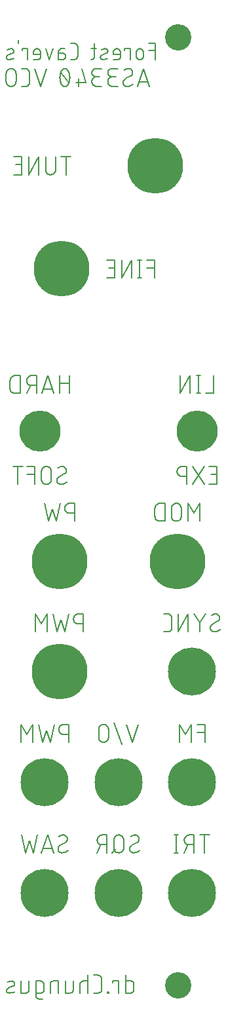
<source format=gbs>
G04 EAGLE Gerber RS-274X export*
G75*
%MOMM*%
%FSLAX34Y34*%
%LPD*%
%INSoldermask Bottom*%
%IPPOS*%
%AMOC8*
5,1,8,0,0,1.08239X$1,22.5*%
G01*
%ADD10C,7.203200*%
%ADD11C,5.303200*%
%ADD12C,6.203200*%
%ADD13C,0.203200*%
%ADD14C,0.177800*%
%ADD15C,3.403200*%


D10*
X-104775Y1089025D03*
X-225425Y955675D03*
D11*
X-50800Y746125D03*
X-254000Y746125D03*
D10*
X-76200Y577850D03*
X-228600Y577850D03*
D12*
X-57150Y434975D03*
D10*
X-228600Y434975D03*
D12*
X-152400Y292100D03*
X-57150Y292100D03*
X-247650Y292100D03*
X-57150Y149225D03*
X-152400Y149225D03*
X-247650Y149225D03*
D13*
X-220120Y1077541D02*
X-220120Y1100509D01*
X-213740Y1100509D02*
X-226500Y1100509D01*
X-233677Y1100509D02*
X-233677Y1083921D01*
X-233679Y1083762D01*
X-233685Y1083603D01*
X-233695Y1083444D01*
X-233709Y1083286D01*
X-233727Y1083128D01*
X-233748Y1082970D01*
X-233774Y1082813D01*
X-233803Y1082657D01*
X-233837Y1082501D01*
X-233874Y1082347D01*
X-233915Y1082193D01*
X-233960Y1082040D01*
X-234009Y1081889D01*
X-234062Y1081739D01*
X-234118Y1081590D01*
X-234178Y1081443D01*
X-234242Y1081297D01*
X-234309Y1081153D01*
X-234380Y1081010D01*
X-234454Y1080870D01*
X-234532Y1080731D01*
X-234613Y1080594D01*
X-234698Y1080460D01*
X-234786Y1080327D01*
X-234877Y1080197D01*
X-234971Y1080069D01*
X-235069Y1079943D01*
X-235170Y1079820D01*
X-235273Y1079699D01*
X-235380Y1079581D01*
X-235490Y1079466D01*
X-235602Y1079354D01*
X-235717Y1079244D01*
X-235835Y1079137D01*
X-235956Y1079034D01*
X-236079Y1078933D01*
X-236205Y1078835D01*
X-236333Y1078741D01*
X-236463Y1078650D01*
X-236596Y1078562D01*
X-236730Y1078477D01*
X-236867Y1078396D01*
X-237006Y1078318D01*
X-237146Y1078244D01*
X-237289Y1078173D01*
X-237433Y1078106D01*
X-237579Y1078042D01*
X-237726Y1077982D01*
X-237875Y1077926D01*
X-238025Y1077873D01*
X-238176Y1077824D01*
X-238329Y1077779D01*
X-238483Y1077738D01*
X-238637Y1077701D01*
X-238793Y1077667D01*
X-238949Y1077638D01*
X-239106Y1077612D01*
X-239264Y1077591D01*
X-239422Y1077573D01*
X-239580Y1077559D01*
X-239739Y1077549D01*
X-239898Y1077543D01*
X-240057Y1077541D01*
X-240216Y1077543D01*
X-240375Y1077549D01*
X-240534Y1077559D01*
X-240692Y1077573D01*
X-240850Y1077591D01*
X-241008Y1077612D01*
X-241165Y1077638D01*
X-241321Y1077667D01*
X-241477Y1077701D01*
X-241631Y1077738D01*
X-241785Y1077779D01*
X-241938Y1077824D01*
X-242089Y1077873D01*
X-242239Y1077926D01*
X-242388Y1077982D01*
X-242535Y1078042D01*
X-242681Y1078106D01*
X-242825Y1078173D01*
X-242968Y1078244D01*
X-243108Y1078318D01*
X-243247Y1078396D01*
X-243384Y1078477D01*
X-243518Y1078562D01*
X-243651Y1078650D01*
X-243781Y1078741D01*
X-243909Y1078835D01*
X-244035Y1078933D01*
X-244158Y1079034D01*
X-244279Y1079137D01*
X-244397Y1079244D01*
X-244512Y1079354D01*
X-244624Y1079466D01*
X-244734Y1079581D01*
X-244841Y1079699D01*
X-244944Y1079820D01*
X-245045Y1079943D01*
X-245143Y1080069D01*
X-245237Y1080197D01*
X-245328Y1080327D01*
X-245416Y1080460D01*
X-245501Y1080594D01*
X-245582Y1080731D01*
X-245660Y1080870D01*
X-245734Y1081010D01*
X-245805Y1081153D01*
X-245872Y1081297D01*
X-245936Y1081443D01*
X-245996Y1081590D01*
X-246052Y1081739D01*
X-246105Y1081889D01*
X-246154Y1082040D01*
X-246199Y1082193D01*
X-246240Y1082347D01*
X-246277Y1082501D01*
X-246311Y1082657D01*
X-246340Y1082813D01*
X-246366Y1082970D01*
X-246387Y1083128D01*
X-246405Y1083286D01*
X-246419Y1083444D01*
X-246429Y1083603D01*
X-246435Y1083762D01*
X-246437Y1083921D01*
X-246437Y1100509D01*
X-255677Y1100509D02*
X-255677Y1077541D01*
X-268437Y1077541D02*
X-255677Y1100509D01*
X-268437Y1100509D02*
X-268437Y1077541D01*
X-277702Y1077541D02*
X-287910Y1077541D01*
X-277702Y1077541D02*
X-277702Y1100509D01*
X-287910Y1100509D01*
X-285358Y1090301D02*
X-277702Y1090301D01*
X-105296Y967159D02*
X-105296Y944191D01*
X-105296Y967159D02*
X-115504Y967159D01*
X-115504Y956951D02*
X-105296Y956951D01*
X-124713Y967159D02*
X-124713Y944191D01*
X-122161Y944191D02*
X-127265Y944191D01*
X-127265Y967159D02*
X-122161Y967159D01*
X-135521Y967159D02*
X-135521Y944191D01*
X-148281Y944191D02*
X-135521Y967159D01*
X-148281Y967159D02*
X-148281Y944191D01*
X-157546Y944191D02*
X-167754Y944191D01*
X-157546Y944191D02*
X-157546Y967159D01*
X-167754Y967159D01*
X-165202Y956951D02*
X-157546Y956951D01*
X-29308Y817934D02*
X-29308Y794966D01*
X-39516Y794966D01*
X-48725Y794966D02*
X-48725Y817934D01*
X-46173Y794966D02*
X-51277Y794966D01*
X-51277Y817934D02*
X-46173Y817934D01*
X-59532Y817934D02*
X-59532Y794966D01*
X-72292Y794966D02*
X-59532Y817934D01*
X-72292Y817934D02*
X-72292Y794966D01*
X-35313Y677491D02*
X-25105Y677491D01*
X-25105Y700459D01*
X-35313Y700459D01*
X-32761Y690251D02*
X-25105Y690251D01*
X-40991Y677491D02*
X-56303Y700459D01*
X-40991Y700459D02*
X-56303Y677491D01*
X-63735Y677491D02*
X-63735Y700459D01*
X-70115Y700459D01*
X-70274Y700457D01*
X-70433Y700451D01*
X-70592Y700441D01*
X-70750Y700427D01*
X-70908Y700409D01*
X-71066Y700388D01*
X-71223Y700362D01*
X-71379Y700333D01*
X-71535Y700299D01*
X-71689Y700262D01*
X-71843Y700221D01*
X-71996Y700176D01*
X-72147Y700127D01*
X-72297Y700074D01*
X-72446Y700018D01*
X-72593Y699958D01*
X-72739Y699894D01*
X-72883Y699827D01*
X-73026Y699756D01*
X-73166Y699682D01*
X-73305Y699604D01*
X-73442Y699523D01*
X-73576Y699438D01*
X-73709Y699350D01*
X-73839Y699259D01*
X-73967Y699165D01*
X-74093Y699067D01*
X-74216Y698966D01*
X-74337Y698863D01*
X-74455Y698756D01*
X-74570Y698646D01*
X-74682Y698534D01*
X-74792Y698419D01*
X-74899Y698301D01*
X-75002Y698180D01*
X-75103Y698057D01*
X-75201Y697931D01*
X-75295Y697803D01*
X-75386Y697673D01*
X-75474Y697540D01*
X-75559Y697406D01*
X-75640Y697269D01*
X-75718Y697130D01*
X-75792Y696990D01*
X-75863Y696847D01*
X-75930Y696703D01*
X-75994Y696557D01*
X-76054Y696410D01*
X-76110Y696261D01*
X-76163Y696111D01*
X-76212Y695960D01*
X-76257Y695807D01*
X-76298Y695653D01*
X-76335Y695499D01*
X-76369Y695343D01*
X-76398Y695187D01*
X-76424Y695030D01*
X-76445Y694872D01*
X-76463Y694714D01*
X-76477Y694556D01*
X-76487Y694397D01*
X-76493Y694238D01*
X-76495Y694079D01*
X-76493Y693920D01*
X-76487Y693761D01*
X-76477Y693602D01*
X-76463Y693444D01*
X-76445Y693286D01*
X-76424Y693128D01*
X-76398Y692971D01*
X-76369Y692815D01*
X-76335Y692659D01*
X-76298Y692505D01*
X-76257Y692351D01*
X-76212Y692198D01*
X-76163Y692047D01*
X-76110Y691897D01*
X-76054Y691748D01*
X-75994Y691601D01*
X-75930Y691455D01*
X-75863Y691311D01*
X-75792Y691168D01*
X-75718Y691028D01*
X-75640Y690889D01*
X-75559Y690752D01*
X-75474Y690618D01*
X-75386Y690485D01*
X-75295Y690355D01*
X-75201Y690227D01*
X-75103Y690101D01*
X-75002Y689978D01*
X-74899Y689857D01*
X-74792Y689739D01*
X-74682Y689624D01*
X-74570Y689512D01*
X-74455Y689402D01*
X-74337Y689295D01*
X-74216Y689192D01*
X-74093Y689091D01*
X-73967Y688993D01*
X-73839Y688899D01*
X-73709Y688808D01*
X-73576Y688720D01*
X-73442Y688635D01*
X-73305Y688554D01*
X-73166Y688476D01*
X-73026Y688402D01*
X-72883Y688331D01*
X-72739Y688264D01*
X-72593Y688200D01*
X-72446Y688140D01*
X-72297Y688084D01*
X-72147Y688031D01*
X-71996Y687982D01*
X-71843Y687937D01*
X-71689Y687896D01*
X-71535Y687859D01*
X-71379Y687825D01*
X-71223Y687796D01*
X-71066Y687770D01*
X-70908Y687749D01*
X-70750Y687731D01*
X-70592Y687717D01*
X-70433Y687707D01*
X-70274Y687701D01*
X-70115Y687699D01*
X-63735Y687699D01*
X-40845Y224209D02*
X-40845Y201241D01*
X-34465Y224209D02*
X-47225Y224209D01*
X-54470Y224209D02*
X-54470Y201241D01*
X-54470Y224209D02*
X-60850Y224209D01*
X-61009Y224207D01*
X-61168Y224201D01*
X-61327Y224191D01*
X-61485Y224177D01*
X-61643Y224159D01*
X-61801Y224138D01*
X-61958Y224112D01*
X-62114Y224083D01*
X-62270Y224049D01*
X-62424Y224012D01*
X-62578Y223971D01*
X-62731Y223926D01*
X-62882Y223877D01*
X-63032Y223824D01*
X-63181Y223768D01*
X-63328Y223708D01*
X-63474Y223644D01*
X-63618Y223577D01*
X-63761Y223506D01*
X-63901Y223432D01*
X-64040Y223354D01*
X-64177Y223273D01*
X-64311Y223188D01*
X-64444Y223100D01*
X-64574Y223009D01*
X-64702Y222915D01*
X-64828Y222817D01*
X-64951Y222716D01*
X-65072Y222613D01*
X-65190Y222506D01*
X-65305Y222396D01*
X-65417Y222284D01*
X-65527Y222169D01*
X-65634Y222051D01*
X-65737Y221930D01*
X-65838Y221807D01*
X-65936Y221681D01*
X-66030Y221553D01*
X-66121Y221423D01*
X-66209Y221290D01*
X-66294Y221156D01*
X-66375Y221019D01*
X-66453Y220880D01*
X-66527Y220740D01*
X-66598Y220597D01*
X-66665Y220453D01*
X-66729Y220307D01*
X-66789Y220160D01*
X-66845Y220011D01*
X-66898Y219861D01*
X-66947Y219710D01*
X-66992Y219557D01*
X-67033Y219403D01*
X-67070Y219249D01*
X-67104Y219093D01*
X-67133Y218937D01*
X-67159Y218780D01*
X-67180Y218622D01*
X-67198Y218464D01*
X-67212Y218306D01*
X-67222Y218147D01*
X-67228Y217988D01*
X-67230Y217829D01*
X-67228Y217670D01*
X-67222Y217511D01*
X-67212Y217352D01*
X-67198Y217194D01*
X-67180Y217036D01*
X-67159Y216878D01*
X-67133Y216721D01*
X-67104Y216565D01*
X-67070Y216409D01*
X-67033Y216255D01*
X-66992Y216101D01*
X-66947Y215948D01*
X-66898Y215797D01*
X-66845Y215647D01*
X-66789Y215498D01*
X-66729Y215351D01*
X-66665Y215205D01*
X-66598Y215061D01*
X-66527Y214918D01*
X-66453Y214778D01*
X-66375Y214639D01*
X-66294Y214502D01*
X-66209Y214368D01*
X-66121Y214235D01*
X-66030Y214105D01*
X-65936Y213977D01*
X-65838Y213851D01*
X-65737Y213728D01*
X-65634Y213607D01*
X-65527Y213489D01*
X-65417Y213374D01*
X-65305Y213262D01*
X-65190Y213152D01*
X-65072Y213045D01*
X-64951Y212942D01*
X-64828Y212841D01*
X-64702Y212743D01*
X-64574Y212649D01*
X-64444Y212558D01*
X-64311Y212470D01*
X-64177Y212385D01*
X-64040Y212304D01*
X-63901Y212226D01*
X-63761Y212152D01*
X-63618Y212081D01*
X-63474Y212014D01*
X-63328Y211950D01*
X-63181Y211890D01*
X-63032Y211834D01*
X-62882Y211781D01*
X-62731Y211732D01*
X-62578Y211687D01*
X-62424Y211646D01*
X-62270Y211609D01*
X-62114Y211575D01*
X-61958Y211546D01*
X-61801Y211520D01*
X-61643Y211499D01*
X-61485Y211481D01*
X-61327Y211467D01*
X-61168Y211457D01*
X-61009Y211451D01*
X-60850Y211449D01*
X-54470Y211449D01*
X-62126Y211449D02*
X-67230Y201241D01*
X-77283Y201241D02*
X-77283Y224209D01*
X-74731Y201241D02*
X-79835Y201241D01*
X-79835Y224209D02*
X-74731Y224209D01*
X-215651Y794966D02*
X-215651Y817934D01*
X-215651Y807726D02*
X-228411Y807726D01*
X-228411Y817934D02*
X-228411Y794966D01*
X-235688Y794966D02*
X-243344Y817934D01*
X-251000Y794966D01*
X-249086Y800708D02*
X-237602Y800708D01*
X-258343Y794966D02*
X-258343Y817934D01*
X-264723Y817934D01*
X-264882Y817932D01*
X-265041Y817926D01*
X-265200Y817916D01*
X-265358Y817902D01*
X-265516Y817884D01*
X-265674Y817863D01*
X-265831Y817837D01*
X-265987Y817808D01*
X-266143Y817774D01*
X-266297Y817737D01*
X-266451Y817696D01*
X-266604Y817651D01*
X-266755Y817602D01*
X-266905Y817549D01*
X-267054Y817493D01*
X-267201Y817433D01*
X-267347Y817369D01*
X-267491Y817302D01*
X-267634Y817231D01*
X-267774Y817157D01*
X-267913Y817079D01*
X-268050Y816998D01*
X-268184Y816913D01*
X-268317Y816825D01*
X-268447Y816734D01*
X-268575Y816640D01*
X-268701Y816542D01*
X-268824Y816441D01*
X-268945Y816338D01*
X-269063Y816231D01*
X-269178Y816121D01*
X-269290Y816009D01*
X-269400Y815894D01*
X-269507Y815776D01*
X-269610Y815655D01*
X-269711Y815532D01*
X-269809Y815406D01*
X-269903Y815278D01*
X-269994Y815148D01*
X-270082Y815015D01*
X-270167Y814881D01*
X-270248Y814744D01*
X-270326Y814605D01*
X-270400Y814465D01*
X-270471Y814322D01*
X-270538Y814178D01*
X-270602Y814032D01*
X-270662Y813885D01*
X-270718Y813736D01*
X-270771Y813586D01*
X-270820Y813435D01*
X-270865Y813282D01*
X-270906Y813128D01*
X-270943Y812974D01*
X-270977Y812818D01*
X-271006Y812662D01*
X-271032Y812505D01*
X-271053Y812347D01*
X-271071Y812189D01*
X-271085Y812031D01*
X-271095Y811872D01*
X-271101Y811713D01*
X-271103Y811554D01*
X-271101Y811395D01*
X-271095Y811236D01*
X-271085Y811077D01*
X-271071Y810919D01*
X-271053Y810761D01*
X-271032Y810603D01*
X-271006Y810446D01*
X-270977Y810290D01*
X-270943Y810134D01*
X-270906Y809980D01*
X-270865Y809826D01*
X-270820Y809673D01*
X-270771Y809522D01*
X-270718Y809372D01*
X-270662Y809223D01*
X-270602Y809076D01*
X-270538Y808930D01*
X-270471Y808786D01*
X-270400Y808643D01*
X-270326Y808503D01*
X-270248Y808364D01*
X-270167Y808227D01*
X-270082Y808093D01*
X-269994Y807960D01*
X-269903Y807830D01*
X-269809Y807702D01*
X-269711Y807576D01*
X-269610Y807453D01*
X-269507Y807332D01*
X-269400Y807214D01*
X-269290Y807099D01*
X-269178Y806987D01*
X-269063Y806877D01*
X-268945Y806770D01*
X-268824Y806667D01*
X-268701Y806566D01*
X-268575Y806468D01*
X-268447Y806374D01*
X-268317Y806283D01*
X-268184Y806195D01*
X-268050Y806110D01*
X-267913Y806029D01*
X-267774Y805951D01*
X-267634Y805877D01*
X-267491Y805806D01*
X-267347Y805739D01*
X-267201Y805675D01*
X-267054Y805615D01*
X-266905Y805559D01*
X-266755Y805506D01*
X-266604Y805457D01*
X-266451Y805412D01*
X-266297Y805371D01*
X-266143Y805334D01*
X-265987Y805300D01*
X-265831Y805271D01*
X-265674Y805245D01*
X-265516Y805224D01*
X-265358Y805206D01*
X-265200Y805192D01*
X-265041Y805182D01*
X-264882Y805176D01*
X-264723Y805174D01*
X-258343Y805174D01*
X-265999Y805174D02*
X-271103Y794966D01*
X-279589Y794966D02*
X-279589Y817934D01*
X-285969Y817934D01*
X-286128Y817932D01*
X-286287Y817926D01*
X-286446Y817916D01*
X-286604Y817902D01*
X-286762Y817884D01*
X-286920Y817863D01*
X-287077Y817837D01*
X-287233Y817808D01*
X-287389Y817774D01*
X-287543Y817737D01*
X-287697Y817696D01*
X-287850Y817651D01*
X-288001Y817602D01*
X-288151Y817549D01*
X-288300Y817493D01*
X-288447Y817433D01*
X-288593Y817369D01*
X-288737Y817302D01*
X-288880Y817231D01*
X-289020Y817157D01*
X-289159Y817079D01*
X-289296Y816998D01*
X-289430Y816913D01*
X-289563Y816825D01*
X-289693Y816734D01*
X-289821Y816640D01*
X-289947Y816542D01*
X-290070Y816441D01*
X-290191Y816338D01*
X-290309Y816231D01*
X-290424Y816121D01*
X-290536Y816009D01*
X-290646Y815894D01*
X-290753Y815776D01*
X-290856Y815655D01*
X-290957Y815532D01*
X-291055Y815406D01*
X-291149Y815278D01*
X-291240Y815148D01*
X-291328Y815015D01*
X-291413Y814881D01*
X-291494Y814744D01*
X-291572Y814605D01*
X-291646Y814465D01*
X-291717Y814322D01*
X-291784Y814178D01*
X-291848Y814032D01*
X-291908Y813885D01*
X-291964Y813736D01*
X-292017Y813586D01*
X-292066Y813435D01*
X-292111Y813282D01*
X-292152Y813128D01*
X-292189Y812974D01*
X-292223Y812818D01*
X-292252Y812662D01*
X-292278Y812505D01*
X-292299Y812347D01*
X-292317Y812189D01*
X-292331Y812031D01*
X-292341Y811872D01*
X-292347Y811713D01*
X-292349Y811554D01*
X-292349Y801346D01*
X-292347Y801187D01*
X-292341Y801028D01*
X-292331Y800869D01*
X-292317Y800711D01*
X-292299Y800553D01*
X-292278Y800395D01*
X-292252Y800238D01*
X-292223Y800082D01*
X-292189Y799926D01*
X-292152Y799772D01*
X-292111Y799618D01*
X-292066Y799465D01*
X-292017Y799314D01*
X-291964Y799164D01*
X-291908Y799015D01*
X-291848Y798868D01*
X-291784Y798722D01*
X-291717Y798578D01*
X-291646Y798435D01*
X-291572Y798295D01*
X-291494Y798156D01*
X-291413Y798019D01*
X-291328Y797885D01*
X-291240Y797752D01*
X-291149Y797622D01*
X-291055Y797494D01*
X-290957Y797368D01*
X-290856Y797245D01*
X-290753Y797124D01*
X-290646Y797006D01*
X-290536Y796891D01*
X-290424Y796779D01*
X-290309Y796669D01*
X-290191Y796562D01*
X-290070Y796459D01*
X-289947Y796358D01*
X-289821Y796260D01*
X-289693Y796166D01*
X-289563Y796075D01*
X-289430Y795987D01*
X-289296Y795902D01*
X-289159Y795821D01*
X-289020Y795743D01*
X-288880Y795669D01*
X-288737Y795598D01*
X-288593Y795531D01*
X-288447Y795467D01*
X-288300Y795407D01*
X-288151Y795351D01*
X-288001Y795298D01*
X-287850Y795249D01*
X-287697Y795204D01*
X-287543Y795163D01*
X-287389Y795126D01*
X-287233Y795092D01*
X-287077Y795063D01*
X-286920Y795037D01*
X-286762Y795016D01*
X-286604Y794998D01*
X-286446Y794984D01*
X-286287Y794974D01*
X-286128Y794968D01*
X-285969Y794966D01*
X-279589Y794966D01*
X-137778Y206345D02*
X-137776Y206204D01*
X-137770Y206064D01*
X-137761Y205924D01*
X-137747Y205784D01*
X-137730Y205644D01*
X-137708Y205505D01*
X-137683Y205367D01*
X-137654Y205229D01*
X-137622Y205092D01*
X-137585Y204956D01*
X-137545Y204821D01*
X-137501Y204688D01*
X-137454Y204555D01*
X-137403Y204424D01*
X-137348Y204295D01*
X-137290Y204167D01*
X-137228Y204040D01*
X-137163Y203916D01*
X-137094Y203793D01*
X-137022Y203672D01*
X-136947Y203553D01*
X-136868Y203437D01*
X-136787Y203322D01*
X-136702Y203210D01*
X-136614Y203100D01*
X-136523Y202993D01*
X-136429Y202888D01*
X-136332Y202786D01*
X-136233Y202687D01*
X-136131Y202590D01*
X-136026Y202496D01*
X-135919Y202405D01*
X-135809Y202317D01*
X-135697Y202232D01*
X-135582Y202151D01*
X-135466Y202072D01*
X-135347Y201997D01*
X-135226Y201925D01*
X-135103Y201856D01*
X-134979Y201791D01*
X-134852Y201729D01*
X-134724Y201671D01*
X-134595Y201616D01*
X-134464Y201565D01*
X-134331Y201518D01*
X-134198Y201474D01*
X-134063Y201434D01*
X-133927Y201397D01*
X-133790Y201365D01*
X-133652Y201336D01*
X-133514Y201311D01*
X-133375Y201289D01*
X-133235Y201272D01*
X-133095Y201258D01*
X-132955Y201249D01*
X-132815Y201243D01*
X-132674Y201241D01*
X-132416Y201244D01*
X-132158Y201253D01*
X-131901Y201269D01*
X-131644Y201290D01*
X-131387Y201318D01*
X-131131Y201352D01*
X-130877Y201392D01*
X-130623Y201438D01*
X-130370Y201490D01*
X-130119Y201548D01*
X-129869Y201612D01*
X-129621Y201682D01*
X-129374Y201758D01*
X-129129Y201840D01*
X-128887Y201928D01*
X-128646Y202021D01*
X-128408Y202121D01*
X-128173Y202226D01*
X-127940Y202336D01*
X-127709Y202452D01*
X-127482Y202574D01*
X-127257Y202701D01*
X-127035Y202833D01*
X-126817Y202970D01*
X-126602Y203113D01*
X-126391Y203261D01*
X-126183Y203414D01*
X-125979Y203571D01*
X-125779Y203734D01*
X-125582Y203901D01*
X-125390Y204073D01*
X-125202Y204250D01*
X-125018Y204431D01*
X-125656Y219105D02*
X-125658Y219246D01*
X-125664Y219386D01*
X-125673Y219526D01*
X-125687Y219666D01*
X-125704Y219806D01*
X-125726Y219945D01*
X-125751Y220083D01*
X-125780Y220221D01*
X-125812Y220358D01*
X-125849Y220494D01*
X-125889Y220629D01*
X-125933Y220762D01*
X-125980Y220895D01*
X-126031Y221026D01*
X-126086Y221155D01*
X-126144Y221283D01*
X-126206Y221410D01*
X-126271Y221534D01*
X-126340Y221657D01*
X-126412Y221778D01*
X-126487Y221897D01*
X-126566Y222013D01*
X-126647Y222128D01*
X-126732Y222240D01*
X-126820Y222350D01*
X-126911Y222457D01*
X-127005Y222562D01*
X-127102Y222664D01*
X-127201Y222763D01*
X-127303Y222860D01*
X-127408Y222954D01*
X-127515Y223045D01*
X-127625Y223133D01*
X-127737Y223218D01*
X-127852Y223299D01*
X-127968Y223378D01*
X-128087Y223453D01*
X-128208Y223525D01*
X-128331Y223594D01*
X-128455Y223659D01*
X-128582Y223721D01*
X-128710Y223779D01*
X-128839Y223834D01*
X-128970Y223885D01*
X-129103Y223932D01*
X-129236Y223976D01*
X-129371Y224016D01*
X-129507Y224053D01*
X-129644Y224085D01*
X-129782Y224114D01*
X-129920Y224139D01*
X-130059Y224161D01*
X-130199Y224178D01*
X-130339Y224192D01*
X-130479Y224201D01*
X-130619Y224207D01*
X-130760Y224209D01*
X-130988Y224206D01*
X-131216Y224198D01*
X-131444Y224185D01*
X-131671Y224166D01*
X-131898Y224141D01*
X-132124Y224111D01*
X-132349Y224076D01*
X-132574Y224036D01*
X-132797Y223990D01*
X-133019Y223938D01*
X-133240Y223882D01*
X-133460Y223820D01*
X-133678Y223753D01*
X-133894Y223681D01*
X-134109Y223604D01*
X-134322Y223522D01*
X-134532Y223434D01*
X-134741Y223342D01*
X-134947Y223244D01*
X-135151Y223142D01*
X-135352Y223035D01*
X-135551Y222923D01*
X-135747Y222807D01*
X-135940Y222686D01*
X-136131Y222560D01*
X-136318Y222430D01*
X-136502Y222295D01*
X-128207Y214639D02*
X-128086Y214712D01*
X-127967Y214789D01*
X-127850Y214869D01*
X-127736Y214953D01*
X-127623Y215039D01*
X-127513Y215128D01*
X-127406Y215221D01*
X-127301Y215316D01*
X-127199Y215414D01*
X-127100Y215515D01*
X-127003Y215618D01*
X-126909Y215724D01*
X-126818Y215833D01*
X-126730Y215944D01*
X-126645Y216057D01*
X-126564Y216173D01*
X-126485Y216291D01*
X-126410Y216411D01*
X-126338Y216533D01*
X-126269Y216657D01*
X-126204Y216783D01*
X-126143Y216910D01*
X-126084Y217039D01*
X-126030Y217170D01*
X-125979Y217302D01*
X-125931Y217436D01*
X-125887Y217570D01*
X-125847Y217706D01*
X-125811Y217843D01*
X-125778Y217981D01*
X-125750Y218120D01*
X-125725Y218259D01*
X-125703Y218399D01*
X-125686Y218540D01*
X-125672Y218681D01*
X-125663Y218822D01*
X-125657Y218963D01*
X-125655Y219105D01*
X-135226Y210811D02*
X-135347Y210738D01*
X-135466Y210661D01*
X-135583Y210581D01*
X-135697Y210497D01*
X-135810Y210411D01*
X-135920Y210322D01*
X-136027Y210229D01*
X-136132Y210134D01*
X-136234Y210036D01*
X-136333Y209935D01*
X-136430Y209832D01*
X-136524Y209726D01*
X-136615Y209617D01*
X-136703Y209506D01*
X-136788Y209393D01*
X-136869Y209277D01*
X-136948Y209159D01*
X-137023Y209039D01*
X-137095Y208917D01*
X-137164Y208793D01*
X-137229Y208667D01*
X-137290Y208540D01*
X-137349Y208411D01*
X-137403Y208280D01*
X-137454Y208148D01*
X-137502Y208014D01*
X-137546Y207880D01*
X-137586Y207744D01*
X-137622Y207607D01*
X-137655Y207469D01*
X-137683Y207330D01*
X-137708Y207191D01*
X-137730Y207051D01*
X-137747Y206910D01*
X-137761Y206769D01*
X-137770Y206628D01*
X-137776Y206487D01*
X-137778Y206345D01*
X-135226Y210811D02*
X-128208Y214639D01*
X-145584Y217829D02*
X-145584Y207621D01*
X-145584Y217829D02*
X-145586Y217988D01*
X-145592Y218147D01*
X-145602Y218306D01*
X-145616Y218464D01*
X-145634Y218622D01*
X-145655Y218780D01*
X-145681Y218937D01*
X-145710Y219093D01*
X-145744Y219249D01*
X-145781Y219403D01*
X-145822Y219557D01*
X-145867Y219710D01*
X-145916Y219861D01*
X-145969Y220011D01*
X-146025Y220160D01*
X-146085Y220307D01*
X-146149Y220453D01*
X-146216Y220597D01*
X-146287Y220740D01*
X-146361Y220880D01*
X-146439Y221019D01*
X-146520Y221156D01*
X-146605Y221290D01*
X-146693Y221423D01*
X-146784Y221553D01*
X-146878Y221681D01*
X-146976Y221807D01*
X-147077Y221930D01*
X-147180Y222051D01*
X-147287Y222169D01*
X-147397Y222284D01*
X-147509Y222396D01*
X-147624Y222506D01*
X-147742Y222613D01*
X-147863Y222716D01*
X-147986Y222817D01*
X-148112Y222915D01*
X-148240Y223009D01*
X-148370Y223100D01*
X-148503Y223188D01*
X-148637Y223273D01*
X-148774Y223354D01*
X-148913Y223432D01*
X-149053Y223506D01*
X-149196Y223577D01*
X-149340Y223644D01*
X-149486Y223708D01*
X-149633Y223768D01*
X-149782Y223824D01*
X-149932Y223877D01*
X-150083Y223926D01*
X-150236Y223971D01*
X-150390Y224012D01*
X-150544Y224049D01*
X-150700Y224083D01*
X-150856Y224112D01*
X-151013Y224138D01*
X-151171Y224159D01*
X-151329Y224177D01*
X-151487Y224191D01*
X-151646Y224201D01*
X-151805Y224207D01*
X-151964Y224209D01*
X-152123Y224207D01*
X-152282Y224201D01*
X-152441Y224191D01*
X-152599Y224177D01*
X-152757Y224159D01*
X-152915Y224138D01*
X-153072Y224112D01*
X-153228Y224083D01*
X-153384Y224049D01*
X-153538Y224012D01*
X-153692Y223971D01*
X-153845Y223926D01*
X-153996Y223877D01*
X-154146Y223824D01*
X-154295Y223768D01*
X-154442Y223708D01*
X-154588Y223644D01*
X-154732Y223577D01*
X-154875Y223506D01*
X-155015Y223432D01*
X-155154Y223354D01*
X-155291Y223273D01*
X-155425Y223188D01*
X-155558Y223100D01*
X-155688Y223009D01*
X-155816Y222915D01*
X-155942Y222817D01*
X-156065Y222716D01*
X-156186Y222613D01*
X-156304Y222506D01*
X-156419Y222396D01*
X-156531Y222284D01*
X-156641Y222169D01*
X-156748Y222051D01*
X-156851Y221930D01*
X-156952Y221807D01*
X-157050Y221681D01*
X-157144Y221553D01*
X-157235Y221423D01*
X-157323Y221290D01*
X-157408Y221156D01*
X-157489Y221019D01*
X-157567Y220880D01*
X-157641Y220740D01*
X-157712Y220597D01*
X-157779Y220453D01*
X-157843Y220307D01*
X-157903Y220160D01*
X-157959Y220011D01*
X-158012Y219861D01*
X-158061Y219710D01*
X-158106Y219557D01*
X-158147Y219403D01*
X-158184Y219249D01*
X-158218Y219093D01*
X-158247Y218937D01*
X-158273Y218780D01*
X-158294Y218622D01*
X-158312Y218464D01*
X-158326Y218306D01*
X-158336Y218147D01*
X-158342Y217988D01*
X-158344Y217829D01*
X-158344Y207621D01*
X-158342Y207462D01*
X-158336Y207303D01*
X-158326Y207144D01*
X-158312Y206986D01*
X-158294Y206828D01*
X-158273Y206670D01*
X-158247Y206513D01*
X-158218Y206357D01*
X-158184Y206201D01*
X-158147Y206047D01*
X-158106Y205893D01*
X-158061Y205740D01*
X-158012Y205589D01*
X-157959Y205439D01*
X-157903Y205290D01*
X-157843Y205143D01*
X-157779Y204997D01*
X-157712Y204853D01*
X-157641Y204710D01*
X-157567Y204570D01*
X-157489Y204431D01*
X-157408Y204294D01*
X-157323Y204160D01*
X-157235Y204027D01*
X-157144Y203897D01*
X-157050Y203769D01*
X-156952Y203643D01*
X-156851Y203520D01*
X-156748Y203399D01*
X-156641Y203281D01*
X-156531Y203166D01*
X-156419Y203054D01*
X-156304Y202944D01*
X-156186Y202837D01*
X-156065Y202734D01*
X-155942Y202633D01*
X-155816Y202535D01*
X-155688Y202441D01*
X-155558Y202350D01*
X-155425Y202262D01*
X-155291Y202177D01*
X-155154Y202096D01*
X-155015Y202018D01*
X-154875Y201944D01*
X-154732Y201873D01*
X-154588Y201806D01*
X-154442Y201742D01*
X-154295Y201682D01*
X-154146Y201626D01*
X-153996Y201573D01*
X-153845Y201524D01*
X-153692Y201479D01*
X-153538Y201438D01*
X-153384Y201401D01*
X-153228Y201367D01*
X-153072Y201338D01*
X-152915Y201312D01*
X-152757Y201291D01*
X-152599Y201273D01*
X-152441Y201259D01*
X-152282Y201249D01*
X-152123Y201243D01*
X-151964Y201241D01*
X-151805Y201243D01*
X-151646Y201249D01*
X-151487Y201259D01*
X-151329Y201273D01*
X-151171Y201291D01*
X-151013Y201312D01*
X-150856Y201338D01*
X-150700Y201367D01*
X-150544Y201401D01*
X-150390Y201438D01*
X-150236Y201479D01*
X-150083Y201524D01*
X-149932Y201573D01*
X-149782Y201626D01*
X-149633Y201682D01*
X-149486Y201742D01*
X-149340Y201806D01*
X-149196Y201873D01*
X-149053Y201944D01*
X-148913Y202018D01*
X-148774Y202096D01*
X-148637Y202177D01*
X-148503Y202262D01*
X-148370Y202350D01*
X-148240Y202441D01*
X-148112Y202535D01*
X-147986Y202633D01*
X-147863Y202734D01*
X-147742Y202837D01*
X-147624Y202944D01*
X-147509Y203054D01*
X-147397Y203166D01*
X-147287Y203281D01*
X-147180Y203399D01*
X-147077Y203520D01*
X-146976Y203643D01*
X-146878Y203769D01*
X-146784Y203897D01*
X-146693Y204027D01*
X-146605Y204160D01*
X-146520Y204294D01*
X-146439Y204431D01*
X-146361Y204570D01*
X-146287Y204710D01*
X-146216Y204853D01*
X-146149Y204997D01*
X-146085Y205143D01*
X-146025Y205290D01*
X-145969Y205439D01*
X-145916Y205589D01*
X-145867Y205740D01*
X-145822Y205893D01*
X-145781Y206047D01*
X-145744Y206201D01*
X-145710Y206357D01*
X-145681Y206513D01*
X-145655Y206670D01*
X-145634Y206828D01*
X-145616Y206986D01*
X-145602Y207144D01*
X-145592Y207303D01*
X-145586Y207462D01*
X-145584Y207621D01*
X-155792Y206345D02*
X-160896Y201241D01*
X-167022Y201241D02*
X-167022Y224209D01*
X-173402Y224209D01*
X-173561Y224207D01*
X-173720Y224201D01*
X-173879Y224191D01*
X-174037Y224177D01*
X-174195Y224159D01*
X-174353Y224138D01*
X-174510Y224112D01*
X-174666Y224083D01*
X-174822Y224049D01*
X-174976Y224012D01*
X-175130Y223971D01*
X-175283Y223926D01*
X-175434Y223877D01*
X-175584Y223824D01*
X-175733Y223768D01*
X-175880Y223708D01*
X-176026Y223644D01*
X-176170Y223577D01*
X-176313Y223506D01*
X-176453Y223432D01*
X-176592Y223354D01*
X-176729Y223273D01*
X-176863Y223188D01*
X-176996Y223100D01*
X-177126Y223009D01*
X-177254Y222915D01*
X-177380Y222817D01*
X-177503Y222716D01*
X-177624Y222613D01*
X-177742Y222506D01*
X-177857Y222396D01*
X-177969Y222284D01*
X-178079Y222169D01*
X-178186Y222051D01*
X-178289Y221930D01*
X-178390Y221807D01*
X-178488Y221681D01*
X-178582Y221553D01*
X-178673Y221423D01*
X-178761Y221290D01*
X-178846Y221156D01*
X-178927Y221019D01*
X-179005Y220880D01*
X-179079Y220740D01*
X-179150Y220597D01*
X-179217Y220453D01*
X-179281Y220307D01*
X-179341Y220160D01*
X-179397Y220011D01*
X-179450Y219861D01*
X-179499Y219710D01*
X-179544Y219557D01*
X-179585Y219403D01*
X-179622Y219249D01*
X-179656Y219093D01*
X-179685Y218937D01*
X-179711Y218780D01*
X-179732Y218622D01*
X-179750Y218464D01*
X-179764Y218306D01*
X-179774Y218147D01*
X-179780Y217988D01*
X-179782Y217829D01*
X-179780Y217670D01*
X-179774Y217511D01*
X-179764Y217352D01*
X-179750Y217194D01*
X-179732Y217036D01*
X-179711Y216878D01*
X-179685Y216721D01*
X-179656Y216565D01*
X-179622Y216409D01*
X-179585Y216255D01*
X-179544Y216101D01*
X-179499Y215948D01*
X-179450Y215797D01*
X-179397Y215647D01*
X-179341Y215498D01*
X-179281Y215351D01*
X-179217Y215205D01*
X-179150Y215061D01*
X-179079Y214918D01*
X-179005Y214778D01*
X-178927Y214639D01*
X-178846Y214502D01*
X-178761Y214368D01*
X-178673Y214235D01*
X-178582Y214105D01*
X-178488Y213977D01*
X-178390Y213851D01*
X-178289Y213728D01*
X-178186Y213607D01*
X-178079Y213489D01*
X-177969Y213374D01*
X-177857Y213262D01*
X-177742Y213152D01*
X-177624Y213045D01*
X-177503Y212942D01*
X-177380Y212841D01*
X-177254Y212743D01*
X-177126Y212649D01*
X-176996Y212558D01*
X-176863Y212470D01*
X-176729Y212385D01*
X-176592Y212304D01*
X-176453Y212226D01*
X-176313Y212152D01*
X-176170Y212081D01*
X-176026Y212014D01*
X-175880Y211950D01*
X-175733Y211890D01*
X-175584Y211834D01*
X-175434Y211781D01*
X-175283Y211732D01*
X-175130Y211687D01*
X-174976Y211646D01*
X-174822Y211609D01*
X-174666Y211575D01*
X-174510Y211546D01*
X-174353Y211520D01*
X-174195Y211499D01*
X-174037Y211481D01*
X-173879Y211467D01*
X-173720Y211457D01*
X-173561Y211451D01*
X-173402Y211449D01*
X-167022Y211449D01*
X-174678Y211449D02*
X-179782Y201241D01*
X-225356Y201241D02*
X-225497Y201243D01*
X-225637Y201249D01*
X-225777Y201258D01*
X-225917Y201272D01*
X-226057Y201289D01*
X-226196Y201311D01*
X-226334Y201336D01*
X-226472Y201365D01*
X-226609Y201397D01*
X-226745Y201434D01*
X-226880Y201474D01*
X-227013Y201518D01*
X-227146Y201565D01*
X-227277Y201616D01*
X-227406Y201671D01*
X-227534Y201729D01*
X-227661Y201791D01*
X-227785Y201856D01*
X-227908Y201925D01*
X-228029Y201997D01*
X-228148Y202072D01*
X-228264Y202151D01*
X-228379Y202232D01*
X-228491Y202317D01*
X-228601Y202405D01*
X-228708Y202496D01*
X-228813Y202590D01*
X-228915Y202687D01*
X-229014Y202786D01*
X-229111Y202888D01*
X-229205Y202993D01*
X-229296Y203100D01*
X-229384Y203210D01*
X-229469Y203322D01*
X-229550Y203437D01*
X-229629Y203553D01*
X-229704Y203672D01*
X-229776Y203793D01*
X-229845Y203916D01*
X-229910Y204040D01*
X-229972Y204167D01*
X-230030Y204295D01*
X-230085Y204424D01*
X-230136Y204555D01*
X-230183Y204688D01*
X-230227Y204821D01*
X-230267Y204956D01*
X-230304Y205092D01*
X-230336Y205229D01*
X-230365Y205367D01*
X-230390Y205505D01*
X-230412Y205644D01*
X-230429Y205784D01*
X-230443Y205924D01*
X-230452Y206064D01*
X-230458Y206204D01*
X-230460Y206345D01*
X-225356Y201241D02*
X-225098Y201244D01*
X-224840Y201253D01*
X-224583Y201269D01*
X-224326Y201290D01*
X-224069Y201318D01*
X-223813Y201352D01*
X-223559Y201392D01*
X-223305Y201438D01*
X-223052Y201490D01*
X-222801Y201548D01*
X-222551Y201612D01*
X-222303Y201682D01*
X-222056Y201758D01*
X-221811Y201840D01*
X-221569Y201928D01*
X-221328Y202021D01*
X-221090Y202121D01*
X-220855Y202226D01*
X-220622Y202336D01*
X-220391Y202452D01*
X-220164Y202574D01*
X-219939Y202701D01*
X-219717Y202833D01*
X-219499Y202970D01*
X-219284Y203113D01*
X-219073Y203261D01*
X-218865Y203414D01*
X-218661Y203571D01*
X-218461Y203734D01*
X-218264Y203901D01*
X-218072Y204073D01*
X-217884Y204250D01*
X-217700Y204431D01*
X-218338Y219105D02*
X-218340Y219246D01*
X-218346Y219386D01*
X-218355Y219526D01*
X-218369Y219666D01*
X-218386Y219806D01*
X-218408Y219945D01*
X-218433Y220083D01*
X-218462Y220221D01*
X-218494Y220358D01*
X-218531Y220494D01*
X-218571Y220629D01*
X-218615Y220762D01*
X-218662Y220895D01*
X-218713Y221026D01*
X-218768Y221155D01*
X-218826Y221283D01*
X-218888Y221410D01*
X-218953Y221534D01*
X-219022Y221657D01*
X-219094Y221778D01*
X-219169Y221897D01*
X-219248Y222013D01*
X-219329Y222128D01*
X-219414Y222240D01*
X-219502Y222350D01*
X-219593Y222457D01*
X-219687Y222562D01*
X-219784Y222664D01*
X-219883Y222763D01*
X-219985Y222860D01*
X-220090Y222954D01*
X-220197Y223045D01*
X-220307Y223133D01*
X-220419Y223218D01*
X-220534Y223299D01*
X-220650Y223378D01*
X-220769Y223453D01*
X-220890Y223525D01*
X-221013Y223594D01*
X-221137Y223659D01*
X-221264Y223721D01*
X-221392Y223779D01*
X-221521Y223834D01*
X-221652Y223885D01*
X-221785Y223932D01*
X-221918Y223976D01*
X-222053Y224016D01*
X-222189Y224053D01*
X-222326Y224085D01*
X-222464Y224114D01*
X-222602Y224139D01*
X-222741Y224161D01*
X-222881Y224178D01*
X-223021Y224192D01*
X-223161Y224201D01*
X-223301Y224207D01*
X-223442Y224209D01*
X-223670Y224206D01*
X-223898Y224198D01*
X-224126Y224185D01*
X-224353Y224166D01*
X-224580Y224141D01*
X-224806Y224111D01*
X-225031Y224076D01*
X-225256Y224036D01*
X-225479Y223990D01*
X-225701Y223938D01*
X-225922Y223882D01*
X-226142Y223820D01*
X-226360Y223753D01*
X-226576Y223681D01*
X-226791Y223604D01*
X-227004Y223522D01*
X-227214Y223434D01*
X-227423Y223342D01*
X-227629Y223244D01*
X-227833Y223142D01*
X-228034Y223035D01*
X-228233Y222923D01*
X-228429Y222807D01*
X-228622Y222686D01*
X-228813Y222560D01*
X-229000Y222430D01*
X-229184Y222295D01*
X-220890Y214639D02*
X-220769Y214712D01*
X-220650Y214789D01*
X-220533Y214869D01*
X-220419Y214953D01*
X-220306Y215039D01*
X-220196Y215128D01*
X-220089Y215221D01*
X-219984Y215316D01*
X-219882Y215414D01*
X-219783Y215515D01*
X-219686Y215618D01*
X-219592Y215724D01*
X-219501Y215833D01*
X-219413Y215944D01*
X-219328Y216057D01*
X-219247Y216173D01*
X-219168Y216291D01*
X-219093Y216411D01*
X-219021Y216533D01*
X-218952Y216657D01*
X-218887Y216783D01*
X-218826Y216910D01*
X-218767Y217039D01*
X-218713Y217170D01*
X-218662Y217302D01*
X-218614Y217436D01*
X-218570Y217570D01*
X-218530Y217706D01*
X-218494Y217843D01*
X-218461Y217981D01*
X-218433Y218120D01*
X-218408Y218259D01*
X-218386Y218399D01*
X-218369Y218540D01*
X-218355Y218681D01*
X-218346Y218822D01*
X-218340Y218963D01*
X-218338Y219105D01*
X-227908Y210811D02*
X-228029Y210738D01*
X-228148Y210661D01*
X-228265Y210581D01*
X-228379Y210497D01*
X-228492Y210411D01*
X-228602Y210322D01*
X-228709Y210229D01*
X-228814Y210134D01*
X-228916Y210036D01*
X-229015Y209935D01*
X-229112Y209832D01*
X-229206Y209726D01*
X-229297Y209617D01*
X-229385Y209506D01*
X-229470Y209393D01*
X-229551Y209277D01*
X-229630Y209159D01*
X-229705Y209039D01*
X-229777Y208917D01*
X-229846Y208793D01*
X-229911Y208667D01*
X-229972Y208540D01*
X-230031Y208411D01*
X-230085Y208280D01*
X-230136Y208148D01*
X-230184Y208014D01*
X-230228Y207880D01*
X-230268Y207744D01*
X-230304Y207607D01*
X-230337Y207469D01*
X-230365Y207330D01*
X-230390Y207191D01*
X-230412Y207051D01*
X-230429Y206910D01*
X-230443Y206769D01*
X-230452Y206628D01*
X-230458Y206487D01*
X-230460Y206345D01*
X-227908Y210811D02*
X-220890Y214639D01*
X-236361Y201241D02*
X-244017Y224209D01*
X-251673Y201241D01*
X-249759Y206983D02*
X-238275Y206983D01*
X-262288Y201241D02*
X-257184Y224209D01*
X-267392Y216553D02*
X-262288Y201241D01*
X-272496Y201241D02*
X-267392Y216553D01*
X-277600Y224209D02*
X-272496Y201241D01*
X-40520Y344116D02*
X-40520Y367084D01*
X-50728Y367084D01*
X-50728Y356876D02*
X-40520Y356876D01*
X-58468Y367084D02*
X-58468Y344116D01*
X-66124Y354324D02*
X-58468Y367084D01*
X-66124Y354324D02*
X-73780Y367084D01*
X-73780Y344116D01*
X-216647Y344116D02*
X-216647Y367084D01*
X-223027Y367084D01*
X-223186Y367082D01*
X-223345Y367076D01*
X-223504Y367066D01*
X-223662Y367052D01*
X-223820Y367034D01*
X-223978Y367013D01*
X-224135Y366987D01*
X-224291Y366958D01*
X-224447Y366924D01*
X-224601Y366887D01*
X-224755Y366846D01*
X-224908Y366801D01*
X-225059Y366752D01*
X-225209Y366699D01*
X-225358Y366643D01*
X-225505Y366583D01*
X-225651Y366519D01*
X-225795Y366452D01*
X-225938Y366381D01*
X-226078Y366307D01*
X-226217Y366229D01*
X-226354Y366148D01*
X-226488Y366063D01*
X-226621Y365975D01*
X-226751Y365884D01*
X-226879Y365790D01*
X-227005Y365692D01*
X-227128Y365591D01*
X-227249Y365488D01*
X-227367Y365381D01*
X-227482Y365271D01*
X-227594Y365159D01*
X-227704Y365044D01*
X-227811Y364926D01*
X-227914Y364805D01*
X-228015Y364682D01*
X-228113Y364556D01*
X-228207Y364428D01*
X-228298Y364298D01*
X-228386Y364165D01*
X-228471Y364031D01*
X-228552Y363894D01*
X-228630Y363755D01*
X-228704Y363615D01*
X-228775Y363472D01*
X-228842Y363328D01*
X-228906Y363182D01*
X-228966Y363035D01*
X-229022Y362886D01*
X-229075Y362736D01*
X-229124Y362585D01*
X-229169Y362432D01*
X-229210Y362278D01*
X-229247Y362124D01*
X-229281Y361968D01*
X-229310Y361812D01*
X-229336Y361655D01*
X-229357Y361497D01*
X-229375Y361339D01*
X-229389Y361181D01*
X-229399Y361022D01*
X-229405Y360863D01*
X-229407Y360704D01*
X-229405Y360545D01*
X-229399Y360386D01*
X-229389Y360227D01*
X-229375Y360069D01*
X-229357Y359911D01*
X-229336Y359753D01*
X-229310Y359596D01*
X-229281Y359440D01*
X-229247Y359284D01*
X-229210Y359130D01*
X-229169Y358976D01*
X-229124Y358823D01*
X-229075Y358672D01*
X-229022Y358522D01*
X-228966Y358373D01*
X-228906Y358226D01*
X-228842Y358080D01*
X-228775Y357936D01*
X-228704Y357793D01*
X-228630Y357653D01*
X-228552Y357514D01*
X-228471Y357377D01*
X-228386Y357243D01*
X-228298Y357110D01*
X-228207Y356980D01*
X-228113Y356852D01*
X-228015Y356726D01*
X-227914Y356603D01*
X-227811Y356482D01*
X-227704Y356364D01*
X-227594Y356249D01*
X-227482Y356137D01*
X-227367Y356027D01*
X-227249Y355920D01*
X-227128Y355817D01*
X-227005Y355716D01*
X-226879Y355618D01*
X-226751Y355524D01*
X-226621Y355433D01*
X-226488Y355345D01*
X-226354Y355260D01*
X-226217Y355179D01*
X-226078Y355101D01*
X-225938Y355027D01*
X-225795Y354956D01*
X-225651Y354889D01*
X-225505Y354825D01*
X-225358Y354765D01*
X-225209Y354709D01*
X-225059Y354656D01*
X-224908Y354607D01*
X-224755Y354562D01*
X-224601Y354521D01*
X-224447Y354484D01*
X-224291Y354450D01*
X-224135Y354421D01*
X-223978Y354395D01*
X-223820Y354374D01*
X-223662Y354356D01*
X-223504Y354342D01*
X-223345Y354332D01*
X-223186Y354326D01*
X-223027Y354324D01*
X-216647Y354324D01*
X-235351Y367084D02*
X-240455Y344116D01*
X-245559Y359428D01*
X-250663Y344116D01*
X-255767Y367084D01*
X-263341Y367084D02*
X-263341Y344116D01*
X-270997Y354324D02*
X-263341Y367084D01*
X-270997Y354324D02*
X-278653Y367084D01*
X-278653Y344116D01*
X-134476Y344116D02*
X-126820Y367084D01*
X-142132Y367084D02*
X-134476Y344116D01*
X-147934Y341564D02*
X-158142Y369636D01*
X-165220Y360704D02*
X-165220Y350496D01*
X-165220Y360704D02*
X-165222Y360863D01*
X-165228Y361022D01*
X-165238Y361181D01*
X-165252Y361339D01*
X-165270Y361497D01*
X-165291Y361655D01*
X-165317Y361812D01*
X-165346Y361968D01*
X-165380Y362124D01*
X-165417Y362278D01*
X-165458Y362432D01*
X-165503Y362585D01*
X-165552Y362736D01*
X-165605Y362886D01*
X-165661Y363035D01*
X-165721Y363182D01*
X-165785Y363328D01*
X-165852Y363472D01*
X-165923Y363615D01*
X-165997Y363755D01*
X-166075Y363894D01*
X-166156Y364031D01*
X-166241Y364165D01*
X-166329Y364298D01*
X-166420Y364428D01*
X-166514Y364556D01*
X-166612Y364682D01*
X-166713Y364805D01*
X-166816Y364926D01*
X-166923Y365044D01*
X-167033Y365159D01*
X-167145Y365271D01*
X-167260Y365381D01*
X-167378Y365488D01*
X-167499Y365591D01*
X-167622Y365692D01*
X-167748Y365790D01*
X-167876Y365884D01*
X-168006Y365975D01*
X-168139Y366063D01*
X-168273Y366148D01*
X-168410Y366229D01*
X-168549Y366307D01*
X-168689Y366381D01*
X-168832Y366452D01*
X-168976Y366519D01*
X-169122Y366583D01*
X-169269Y366643D01*
X-169418Y366699D01*
X-169568Y366752D01*
X-169719Y366801D01*
X-169872Y366846D01*
X-170026Y366887D01*
X-170180Y366924D01*
X-170336Y366958D01*
X-170492Y366987D01*
X-170649Y367013D01*
X-170807Y367034D01*
X-170965Y367052D01*
X-171123Y367066D01*
X-171282Y367076D01*
X-171441Y367082D01*
X-171600Y367084D01*
X-171759Y367082D01*
X-171918Y367076D01*
X-172077Y367066D01*
X-172235Y367052D01*
X-172393Y367034D01*
X-172551Y367013D01*
X-172708Y366987D01*
X-172864Y366958D01*
X-173020Y366924D01*
X-173174Y366887D01*
X-173328Y366846D01*
X-173481Y366801D01*
X-173632Y366752D01*
X-173782Y366699D01*
X-173931Y366643D01*
X-174078Y366583D01*
X-174224Y366519D01*
X-174368Y366452D01*
X-174511Y366381D01*
X-174651Y366307D01*
X-174790Y366229D01*
X-174927Y366148D01*
X-175061Y366063D01*
X-175194Y365975D01*
X-175324Y365884D01*
X-175452Y365790D01*
X-175578Y365692D01*
X-175701Y365591D01*
X-175822Y365488D01*
X-175940Y365381D01*
X-176055Y365271D01*
X-176167Y365159D01*
X-176277Y365044D01*
X-176384Y364926D01*
X-176487Y364805D01*
X-176588Y364682D01*
X-176686Y364556D01*
X-176780Y364428D01*
X-176871Y364298D01*
X-176959Y364165D01*
X-177044Y364031D01*
X-177125Y363894D01*
X-177203Y363755D01*
X-177277Y363615D01*
X-177348Y363472D01*
X-177415Y363328D01*
X-177479Y363182D01*
X-177539Y363035D01*
X-177595Y362886D01*
X-177648Y362736D01*
X-177697Y362585D01*
X-177742Y362432D01*
X-177783Y362278D01*
X-177820Y362124D01*
X-177854Y361968D01*
X-177883Y361812D01*
X-177909Y361655D01*
X-177930Y361497D01*
X-177948Y361339D01*
X-177962Y361181D01*
X-177972Y361022D01*
X-177978Y360863D01*
X-177980Y360704D01*
X-177980Y350496D01*
X-177978Y350337D01*
X-177972Y350178D01*
X-177962Y350019D01*
X-177948Y349861D01*
X-177930Y349703D01*
X-177909Y349545D01*
X-177883Y349388D01*
X-177854Y349232D01*
X-177820Y349076D01*
X-177783Y348922D01*
X-177742Y348768D01*
X-177697Y348615D01*
X-177648Y348464D01*
X-177595Y348314D01*
X-177539Y348165D01*
X-177479Y348018D01*
X-177415Y347872D01*
X-177348Y347728D01*
X-177277Y347585D01*
X-177203Y347445D01*
X-177125Y347306D01*
X-177044Y347169D01*
X-176959Y347035D01*
X-176871Y346902D01*
X-176780Y346772D01*
X-176686Y346644D01*
X-176588Y346518D01*
X-176487Y346395D01*
X-176384Y346274D01*
X-176277Y346156D01*
X-176167Y346041D01*
X-176055Y345929D01*
X-175940Y345819D01*
X-175822Y345712D01*
X-175701Y345609D01*
X-175578Y345508D01*
X-175452Y345410D01*
X-175324Y345316D01*
X-175194Y345225D01*
X-175061Y345137D01*
X-174927Y345052D01*
X-174790Y344971D01*
X-174651Y344893D01*
X-174511Y344819D01*
X-174368Y344748D01*
X-174224Y344681D01*
X-174078Y344617D01*
X-173931Y344557D01*
X-173782Y344501D01*
X-173632Y344448D01*
X-173481Y344399D01*
X-173328Y344354D01*
X-173174Y344313D01*
X-173020Y344276D01*
X-172864Y344242D01*
X-172708Y344213D01*
X-172551Y344187D01*
X-172393Y344166D01*
X-172235Y344148D01*
X-172077Y344134D01*
X-171918Y344124D01*
X-171759Y344118D01*
X-171600Y344116D01*
X-171441Y344118D01*
X-171282Y344124D01*
X-171123Y344134D01*
X-170965Y344148D01*
X-170807Y344166D01*
X-170649Y344187D01*
X-170492Y344213D01*
X-170336Y344242D01*
X-170180Y344276D01*
X-170026Y344313D01*
X-169872Y344354D01*
X-169719Y344399D01*
X-169568Y344448D01*
X-169418Y344501D01*
X-169269Y344557D01*
X-169122Y344617D01*
X-168976Y344681D01*
X-168832Y344748D01*
X-168689Y344819D01*
X-168549Y344893D01*
X-168410Y344971D01*
X-168273Y345052D01*
X-168139Y345137D01*
X-168006Y345225D01*
X-167876Y345316D01*
X-167748Y345410D01*
X-167622Y345508D01*
X-167499Y345609D01*
X-167378Y345712D01*
X-167260Y345819D01*
X-167145Y345929D01*
X-167033Y346041D01*
X-166923Y346156D01*
X-166816Y346274D01*
X-166713Y346395D01*
X-166612Y346518D01*
X-166514Y346644D01*
X-166420Y346772D01*
X-166329Y346902D01*
X-166241Y347035D01*
X-166156Y347169D01*
X-166075Y347306D01*
X-165997Y347445D01*
X-165923Y347585D01*
X-165852Y347728D01*
X-165785Y347872D01*
X-165721Y348018D01*
X-165661Y348165D01*
X-165605Y348314D01*
X-165552Y348464D01*
X-165503Y348615D01*
X-165458Y348768D01*
X-165417Y348922D01*
X-165380Y349076D01*
X-165346Y349232D01*
X-165317Y349388D01*
X-165291Y349545D01*
X-165270Y349703D01*
X-165252Y349861D01*
X-165238Y350019D01*
X-165228Y350178D01*
X-165222Y350337D01*
X-165220Y350496D01*
X-47182Y629866D02*
X-47182Y652834D01*
X-54838Y640074D01*
X-62494Y652834D01*
X-62494Y629866D01*
X-71146Y636246D02*
X-71146Y646454D01*
X-71148Y646613D01*
X-71154Y646772D01*
X-71164Y646931D01*
X-71178Y647089D01*
X-71196Y647247D01*
X-71217Y647405D01*
X-71243Y647562D01*
X-71272Y647718D01*
X-71306Y647874D01*
X-71343Y648028D01*
X-71384Y648182D01*
X-71429Y648335D01*
X-71478Y648486D01*
X-71531Y648636D01*
X-71587Y648785D01*
X-71647Y648932D01*
X-71711Y649078D01*
X-71778Y649222D01*
X-71849Y649365D01*
X-71923Y649505D01*
X-72001Y649644D01*
X-72082Y649781D01*
X-72167Y649915D01*
X-72255Y650048D01*
X-72346Y650178D01*
X-72440Y650306D01*
X-72538Y650432D01*
X-72639Y650555D01*
X-72742Y650676D01*
X-72849Y650794D01*
X-72959Y650909D01*
X-73071Y651021D01*
X-73186Y651131D01*
X-73304Y651238D01*
X-73425Y651341D01*
X-73548Y651442D01*
X-73674Y651540D01*
X-73802Y651634D01*
X-73932Y651725D01*
X-74065Y651813D01*
X-74199Y651898D01*
X-74336Y651979D01*
X-74475Y652057D01*
X-74615Y652131D01*
X-74758Y652202D01*
X-74902Y652269D01*
X-75048Y652333D01*
X-75195Y652393D01*
X-75344Y652449D01*
X-75494Y652502D01*
X-75645Y652551D01*
X-75798Y652596D01*
X-75952Y652637D01*
X-76106Y652674D01*
X-76262Y652708D01*
X-76418Y652737D01*
X-76575Y652763D01*
X-76733Y652784D01*
X-76891Y652802D01*
X-77049Y652816D01*
X-77208Y652826D01*
X-77367Y652832D01*
X-77526Y652834D01*
X-77685Y652832D01*
X-77844Y652826D01*
X-78003Y652816D01*
X-78161Y652802D01*
X-78319Y652784D01*
X-78477Y652763D01*
X-78634Y652737D01*
X-78790Y652708D01*
X-78946Y652674D01*
X-79100Y652637D01*
X-79254Y652596D01*
X-79407Y652551D01*
X-79558Y652502D01*
X-79708Y652449D01*
X-79857Y652393D01*
X-80004Y652333D01*
X-80150Y652269D01*
X-80294Y652202D01*
X-80437Y652131D01*
X-80577Y652057D01*
X-80716Y651979D01*
X-80853Y651898D01*
X-80987Y651813D01*
X-81120Y651725D01*
X-81250Y651634D01*
X-81378Y651540D01*
X-81504Y651442D01*
X-81627Y651341D01*
X-81748Y651238D01*
X-81866Y651131D01*
X-81981Y651021D01*
X-82093Y650909D01*
X-82203Y650794D01*
X-82310Y650676D01*
X-82413Y650555D01*
X-82514Y650432D01*
X-82612Y650306D01*
X-82706Y650178D01*
X-82797Y650048D01*
X-82885Y649915D01*
X-82970Y649781D01*
X-83051Y649644D01*
X-83129Y649505D01*
X-83203Y649365D01*
X-83274Y649222D01*
X-83341Y649078D01*
X-83405Y648932D01*
X-83465Y648785D01*
X-83521Y648636D01*
X-83574Y648486D01*
X-83623Y648335D01*
X-83668Y648182D01*
X-83709Y648028D01*
X-83746Y647874D01*
X-83780Y647718D01*
X-83809Y647562D01*
X-83835Y647405D01*
X-83856Y647247D01*
X-83874Y647089D01*
X-83888Y646931D01*
X-83898Y646772D01*
X-83904Y646613D01*
X-83906Y646454D01*
X-83906Y636246D01*
X-83904Y636087D01*
X-83898Y635928D01*
X-83888Y635769D01*
X-83874Y635611D01*
X-83856Y635453D01*
X-83835Y635295D01*
X-83809Y635138D01*
X-83780Y634982D01*
X-83746Y634826D01*
X-83709Y634672D01*
X-83668Y634518D01*
X-83623Y634365D01*
X-83574Y634214D01*
X-83521Y634064D01*
X-83465Y633915D01*
X-83405Y633768D01*
X-83341Y633622D01*
X-83274Y633478D01*
X-83203Y633335D01*
X-83129Y633195D01*
X-83051Y633056D01*
X-82970Y632919D01*
X-82885Y632785D01*
X-82797Y632652D01*
X-82706Y632522D01*
X-82612Y632394D01*
X-82514Y632268D01*
X-82413Y632145D01*
X-82310Y632024D01*
X-82203Y631906D01*
X-82093Y631791D01*
X-81981Y631679D01*
X-81866Y631569D01*
X-81748Y631462D01*
X-81627Y631359D01*
X-81504Y631258D01*
X-81378Y631160D01*
X-81250Y631066D01*
X-81120Y630975D01*
X-80987Y630887D01*
X-80853Y630802D01*
X-80716Y630721D01*
X-80577Y630643D01*
X-80437Y630569D01*
X-80294Y630498D01*
X-80150Y630431D01*
X-80004Y630367D01*
X-79857Y630307D01*
X-79708Y630251D01*
X-79558Y630198D01*
X-79407Y630149D01*
X-79254Y630104D01*
X-79100Y630063D01*
X-78946Y630026D01*
X-78790Y629992D01*
X-78634Y629963D01*
X-78477Y629937D01*
X-78319Y629916D01*
X-78161Y629898D01*
X-78003Y629884D01*
X-77844Y629874D01*
X-77685Y629868D01*
X-77526Y629866D01*
X-77367Y629868D01*
X-77208Y629874D01*
X-77049Y629884D01*
X-76891Y629898D01*
X-76733Y629916D01*
X-76575Y629937D01*
X-76418Y629963D01*
X-76262Y629992D01*
X-76106Y630026D01*
X-75952Y630063D01*
X-75798Y630104D01*
X-75645Y630149D01*
X-75494Y630198D01*
X-75344Y630251D01*
X-75195Y630307D01*
X-75048Y630367D01*
X-74902Y630431D01*
X-74758Y630498D01*
X-74615Y630569D01*
X-74475Y630643D01*
X-74336Y630721D01*
X-74199Y630802D01*
X-74065Y630887D01*
X-73932Y630975D01*
X-73802Y631066D01*
X-73674Y631160D01*
X-73548Y631258D01*
X-73425Y631359D01*
X-73304Y631462D01*
X-73186Y631569D01*
X-73071Y631679D01*
X-72959Y631791D01*
X-72849Y631906D01*
X-72742Y632024D01*
X-72639Y632145D01*
X-72538Y632268D01*
X-72440Y632394D01*
X-72346Y632522D01*
X-72255Y632652D01*
X-72167Y632785D01*
X-72082Y632919D01*
X-72001Y633056D01*
X-71923Y633195D01*
X-71849Y633335D01*
X-71778Y633478D01*
X-71711Y633622D01*
X-71647Y633768D01*
X-71587Y633915D01*
X-71531Y634064D01*
X-71478Y634214D01*
X-71429Y634365D01*
X-71384Y634518D01*
X-71343Y634672D01*
X-71306Y634826D01*
X-71272Y634982D01*
X-71243Y635138D01*
X-71217Y635295D01*
X-71196Y635453D01*
X-71178Y635611D01*
X-71164Y635769D01*
X-71154Y635928D01*
X-71148Y636087D01*
X-71146Y636246D01*
X-92458Y629866D02*
X-92458Y652834D01*
X-98838Y652834D01*
X-98997Y652832D01*
X-99156Y652826D01*
X-99315Y652816D01*
X-99473Y652802D01*
X-99631Y652784D01*
X-99789Y652763D01*
X-99946Y652737D01*
X-100102Y652708D01*
X-100258Y652674D01*
X-100412Y652637D01*
X-100566Y652596D01*
X-100719Y652551D01*
X-100870Y652502D01*
X-101020Y652449D01*
X-101169Y652393D01*
X-101316Y652333D01*
X-101462Y652269D01*
X-101606Y652202D01*
X-101749Y652131D01*
X-101889Y652057D01*
X-102028Y651979D01*
X-102165Y651898D01*
X-102299Y651813D01*
X-102432Y651725D01*
X-102562Y651634D01*
X-102690Y651540D01*
X-102816Y651442D01*
X-102939Y651341D01*
X-103060Y651238D01*
X-103178Y651131D01*
X-103293Y651021D01*
X-103405Y650909D01*
X-103515Y650794D01*
X-103622Y650676D01*
X-103725Y650555D01*
X-103826Y650432D01*
X-103924Y650306D01*
X-104018Y650178D01*
X-104109Y650048D01*
X-104197Y649915D01*
X-104282Y649781D01*
X-104363Y649644D01*
X-104441Y649505D01*
X-104515Y649365D01*
X-104586Y649222D01*
X-104653Y649078D01*
X-104717Y648932D01*
X-104777Y648785D01*
X-104833Y648636D01*
X-104886Y648486D01*
X-104935Y648335D01*
X-104980Y648182D01*
X-105021Y648028D01*
X-105058Y647874D01*
X-105092Y647718D01*
X-105121Y647562D01*
X-105147Y647405D01*
X-105168Y647247D01*
X-105186Y647089D01*
X-105200Y646931D01*
X-105210Y646772D01*
X-105216Y646613D01*
X-105218Y646454D01*
X-105218Y636246D01*
X-105216Y636087D01*
X-105210Y635928D01*
X-105200Y635769D01*
X-105186Y635611D01*
X-105168Y635453D01*
X-105147Y635295D01*
X-105121Y635138D01*
X-105092Y634982D01*
X-105058Y634826D01*
X-105021Y634672D01*
X-104980Y634518D01*
X-104935Y634365D01*
X-104886Y634214D01*
X-104833Y634064D01*
X-104777Y633915D01*
X-104717Y633768D01*
X-104653Y633622D01*
X-104586Y633478D01*
X-104515Y633335D01*
X-104441Y633195D01*
X-104363Y633056D01*
X-104282Y632919D01*
X-104197Y632785D01*
X-104109Y632652D01*
X-104018Y632522D01*
X-103924Y632394D01*
X-103826Y632268D01*
X-103725Y632145D01*
X-103622Y632024D01*
X-103515Y631906D01*
X-103405Y631791D01*
X-103293Y631679D01*
X-103178Y631569D01*
X-103060Y631462D01*
X-102939Y631359D01*
X-102816Y631258D01*
X-102690Y631160D01*
X-102562Y631066D01*
X-102432Y630975D01*
X-102299Y630887D01*
X-102165Y630802D01*
X-102028Y630721D01*
X-101889Y630643D01*
X-101749Y630569D01*
X-101606Y630498D01*
X-101462Y630431D01*
X-101316Y630367D01*
X-101169Y630307D01*
X-101020Y630251D01*
X-100870Y630198D01*
X-100719Y630149D01*
X-100566Y630104D01*
X-100412Y630063D01*
X-100258Y630026D01*
X-100102Y629992D01*
X-99946Y629963D01*
X-99789Y629937D01*
X-99631Y629916D01*
X-99473Y629898D01*
X-99315Y629884D01*
X-99156Y629874D01*
X-98997Y629868D01*
X-98838Y629866D01*
X-92458Y629866D01*
X-209040Y629866D02*
X-209040Y652834D01*
X-215420Y652834D01*
X-215579Y652832D01*
X-215738Y652826D01*
X-215897Y652816D01*
X-216055Y652802D01*
X-216213Y652784D01*
X-216371Y652763D01*
X-216528Y652737D01*
X-216684Y652708D01*
X-216840Y652674D01*
X-216994Y652637D01*
X-217148Y652596D01*
X-217301Y652551D01*
X-217452Y652502D01*
X-217602Y652449D01*
X-217751Y652393D01*
X-217898Y652333D01*
X-218044Y652269D01*
X-218188Y652202D01*
X-218331Y652131D01*
X-218471Y652057D01*
X-218610Y651979D01*
X-218747Y651898D01*
X-218881Y651813D01*
X-219014Y651725D01*
X-219144Y651634D01*
X-219272Y651540D01*
X-219398Y651442D01*
X-219521Y651341D01*
X-219642Y651238D01*
X-219760Y651131D01*
X-219875Y651021D01*
X-219987Y650909D01*
X-220097Y650794D01*
X-220204Y650676D01*
X-220307Y650555D01*
X-220408Y650432D01*
X-220506Y650306D01*
X-220600Y650178D01*
X-220691Y650048D01*
X-220779Y649915D01*
X-220864Y649781D01*
X-220945Y649644D01*
X-221023Y649505D01*
X-221097Y649365D01*
X-221168Y649222D01*
X-221235Y649078D01*
X-221299Y648932D01*
X-221359Y648785D01*
X-221415Y648636D01*
X-221468Y648486D01*
X-221517Y648335D01*
X-221562Y648182D01*
X-221603Y648028D01*
X-221640Y647874D01*
X-221674Y647718D01*
X-221703Y647562D01*
X-221729Y647405D01*
X-221750Y647247D01*
X-221768Y647089D01*
X-221782Y646931D01*
X-221792Y646772D01*
X-221798Y646613D01*
X-221800Y646454D01*
X-221798Y646295D01*
X-221792Y646136D01*
X-221782Y645977D01*
X-221768Y645819D01*
X-221750Y645661D01*
X-221729Y645503D01*
X-221703Y645346D01*
X-221674Y645190D01*
X-221640Y645034D01*
X-221603Y644880D01*
X-221562Y644726D01*
X-221517Y644573D01*
X-221468Y644422D01*
X-221415Y644272D01*
X-221359Y644123D01*
X-221299Y643976D01*
X-221235Y643830D01*
X-221168Y643686D01*
X-221097Y643543D01*
X-221023Y643403D01*
X-220945Y643264D01*
X-220864Y643127D01*
X-220779Y642993D01*
X-220691Y642860D01*
X-220600Y642730D01*
X-220506Y642602D01*
X-220408Y642476D01*
X-220307Y642353D01*
X-220204Y642232D01*
X-220097Y642114D01*
X-219987Y641999D01*
X-219875Y641887D01*
X-219760Y641777D01*
X-219642Y641670D01*
X-219521Y641567D01*
X-219398Y641466D01*
X-219272Y641368D01*
X-219144Y641274D01*
X-219014Y641183D01*
X-218881Y641095D01*
X-218747Y641010D01*
X-218610Y640929D01*
X-218471Y640851D01*
X-218331Y640777D01*
X-218188Y640706D01*
X-218044Y640639D01*
X-217898Y640575D01*
X-217751Y640515D01*
X-217602Y640459D01*
X-217452Y640406D01*
X-217301Y640357D01*
X-217148Y640312D01*
X-216994Y640271D01*
X-216840Y640234D01*
X-216684Y640200D01*
X-216528Y640171D01*
X-216371Y640145D01*
X-216213Y640124D01*
X-216055Y640106D01*
X-215897Y640092D01*
X-215738Y640082D01*
X-215579Y640076D01*
X-215420Y640074D01*
X-209040Y640074D01*
X-227744Y652834D02*
X-232848Y629866D01*
X-237952Y645178D01*
X-243056Y629866D01*
X-248160Y652834D01*
X-33537Y492095D02*
X-33535Y491954D01*
X-33529Y491814D01*
X-33520Y491674D01*
X-33506Y491534D01*
X-33489Y491394D01*
X-33467Y491255D01*
X-33442Y491117D01*
X-33413Y490979D01*
X-33381Y490842D01*
X-33344Y490706D01*
X-33304Y490571D01*
X-33260Y490438D01*
X-33213Y490305D01*
X-33162Y490174D01*
X-33107Y490045D01*
X-33049Y489917D01*
X-32987Y489790D01*
X-32922Y489666D01*
X-32853Y489543D01*
X-32781Y489422D01*
X-32706Y489303D01*
X-32627Y489187D01*
X-32546Y489072D01*
X-32461Y488960D01*
X-32373Y488850D01*
X-32282Y488743D01*
X-32188Y488638D01*
X-32091Y488536D01*
X-31992Y488437D01*
X-31890Y488340D01*
X-31785Y488246D01*
X-31678Y488155D01*
X-31568Y488067D01*
X-31456Y487982D01*
X-31341Y487901D01*
X-31225Y487822D01*
X-31106Y487747D01*
X-30985Y487675D01*
X-30862Y487606D01*
X-30738Y487541D01*
X-30611Y487479D01*
X-30483Y487421D01*
X-30354Y487366D01*
X-30223Y487315D01*
X-30090Y487268D01*
X-29957Y487224D01*
X-29822Y487184D01*
X-29686Y487147D01*
X-29549Y487115D01*
X-29411Y487086D01*
X-29273Y487061D01*
X-29134Y487039D01*
X-28994Y487022D01*
X-28854Y487008D01*
X-28714Y486999D01*
X-28574Y486993D01*
X-28433Y486991D01*
X-28175Y486994D01*
X-27917Y487003D01*
X-27660Y487019D01*
X-27403Y487040D01*
X-27146Y487068D01*
X-26890Y487102D01*
X-26636Y487142D01*
X-26382Y487188D01*
X-26129Y487240D01*
X-25878Y487298D01*
X-25628Y487362D01*
X-25380Y487432D01*
X-25133Y487508D01*
X-24888Y487590D01*
X-24646Y487678D01*
X-24405Y487771D01*
X-24167Y487871D01*
X-23932Y487976D01*
X-23699Y488086D01*
X-23468Y488202D01*
X-23241Y488324D01*
X-23016Y488451D01*
X-22794Y488583D01*
X-22576Y488720D01*
X-22361Y488863D01*
X-22150Y489011D01*
X-21942Y489164D01*
X-21738Y489321D01*
X-21538Y489484D01*
X-21341Y489651D01*
X-21149Y489823D01*
X-20961Y490000D01*
X-20777Y490181D01*
X-21415Y504855D02*
X-21417Y504996D01*
X-21423Y505136D01*
X-21432Y505276D01*
X-21446Y505416D01*
X-21463Y505556D01*
X-21485Y505695D01*
X-21510Y505833D01*
X-21539Y505971D01*
X-21571Y506108D01*
X-21608Y506244D01*
X-21648Y506379D01*
X-21692Y506512D01*
X-21739Y506645D01*
X-21790Y506776D01*
X-21845Y506905D01*
X-21903Y507033D01*
X-21965Y507160D01*
X-22030Y507284D01*
X-22099Y507407D01*
X-22171Y507528D01*
X-22246Y507647D01*
X-22325Y507763D01*
X-22406Y507878D01*
X-22491Y507990D01*
X-22579Y508100D01*
X-22670Y508207D01*
X-22764Y508312D01*
X-22861Y508414D01*
X-22960Y508513D01*
X-23062Y508610D01*
X-23167Y508704D01*
X-23274Y508795D01*
X-23384Y508883D01*
X-23496Y508968D01*
X-23611Y509049D01*
X-23727Y509128D01*
X-23846Y509203D01*
X-23967Y509275D01*
X-24090Y509344D01*
X-24214Y509409D01*
X-24341Y509471D01*
X-24469Y509529D01*
X-24598Y509584D01*
X-24729Y509635D01*
X-24862Y509682D01*
X-24995Y509726D01*
X-25130Y509766D01*
X-25266Y509803D01*
X-25403Y509835D01*
X-25541Y509864D01*
X-25679Y509889D01*
X-25818Y509911D01*
X-25958Y509928D01*
X-26098Y509942D01*
X-26238Y509951D01*
X-26378Y509957D01*
X-26519Y509959D01*
X-26747Y509956D01*
X-26975Y509948D01*
X-27203Y509935D01*
X-27430Y509916D01*
X-27657Y509891D01*
X-27883Y509861D01*
X-28108Y509826D01*
X-28333Y509786D01*
X-28556Y509740D01*
X-28778Y509688D01*
X-28999Y509632D01*
X-29219Y509570D01*
X-29437Y509503D01*
X-29653Y509431D01*
X-29868Y509354D01*
X-30081Y509272D01*
X-30291Y509184D01*
X-30500Y509092D01*
X-30706Y508994D01*
X-30910Y508892D01*
X-31111Y508785D01*
X-31310Y508673D01*
X-31506Y508557D01*
X-31699Y508436D01*
X-31890Y508310D01*
X-32077Y508180D01*
X-32261Y508045D01*
X-23967Y500389D02*
X-23846Y500462D01*
X-23727Y500539D01*
X-23610Y500619D01*
X-23496Y500703D01*
X-23383Y500789D01*
X-23273Y500878D01*
X-23166Y500971D01*
X-23061Y501066D01*
X-22959Y501164D01*
X-22860Y501265D01*
X-22763Y501368D01*
X-22669Y501474D01*
X-22578Y501583D01*
X-22490Y501694D01*
X-22405Y501807D01*
X-22324Y501923D01*
X-22245Y502041D01*
X-22170Y502161D01*
X-22098Y502283D01*
X-22029Y502407D01*
X-21964Y502533D01*
X-21903Y502660D01*
X-21844Y502789D01*
X-21790Y502920D01*
X-21739Y503052D01*
X-21691Y503186D01*
X-21647Y503320D01*
X-21607Y503456D01*
X-21571Y503593D01*
X-21538Y503731D01*
X-21510Y503870D01*
X-21485Y504009D01*
X-21463Y504149D01*
X-21446Y504290D01*
X-21432Y504431D01*
X-21423Y504572D01*
X-21417Y504713D01*
X-21415Y504855D01*
X-30986Y496561D02*
X-31107Y496488D01*
X-31226Y496411D01*
X-31343Y496331D01*
X-31457Y496247D01*
X-31570Y496161D01*
X-31680Y496072D01*
X-31787Y495979D01*
X-31892Y495884D01*
X-31994Y495786D01*
X-32093Y495685D01*
X-32190Y495582D01*
X-32284Y495476D01*
X-32375Y495367D01*
X-32463Y495256D01*
X-32548Y495143D01*
X-32629Y495027D01*
X-32708Y494909D01*
X-32783Y494789D01*
X-32855Y494667D01*
X-32924Y494543D01*
X-32989Y494417D01*
X-33050Y494290D01*
X-33109Y494161D01*
X-33163Y494030D01*
X-33214Y493898D01*
X-33262Y493764D01*
X-33306Y493630D01*
X-33346Y493494D01*
X-33382Y493357D01*
X-33415Y493219D01*
X-33443Y493080D01*
X-33468Y492941D01*
X-33490Y492801D01*
X-33507Y492660D01*
X-33521Y492519D01*
X-33530Y492378D01*
X-33536Y492237D01*
X-33538Y492095D01*
X-30985Y496561D02*
X-23967Y500389D01*
X-39439Y509959D02*
X-47095Y499113D01*
X-54751Y509959D01*
X-47095Y499113D02*
X-47095Y486991D01*
X-62027Y486991D02*
X-62027Y509959D01*
X-74787Y486991D01*
X-74787Y509959D01*
X-88419Y486991D02*
X-93523Y486991D01*
X-88419Y486991D02*
X-88278Y486993D01*
X-88138Y486999D01*
X-87998Y487008D01*
X-87858Y487022D01*
X-87718Y487039D01*
X-87579Y487061D01*
X-87441Y487086D01*
X-87303Y487115D01*
X-87166Y487147D01*
X-87030Y487184D01*
X-86895Y487224D01*
X-86762Y487268D01*
X-86629Y487315D01*
X-86498Y487366D01*
X-86369Y487421D01*
X-86241Y487479D01*
X-86114Y487541D01*
X-85990Y487606D01*
X-85867Y487675D01*
X-85746Y487747D01*
X-85627Y487822D01*
X-85511Y487901D01*
X-85396Y487982D01*
X-85284Y488067D01*
X-85174Y488155D01*
X-85067Y488246D01*
X-84962Y488340D01*
X-84860Y488437D01*
X-84761Y488536D01*
X-84664Y488638D01*
X-84570Y488743D01*
X-84479Y488850D01*
X-84391Y488960D01*
X-84306Y489072D01*
X-84225Y489187D01*
X-84146Y489303D01*
X-84071Y489422D01*
X-83999Y489543D01*
X-83930Y489666D01*
X-83865Y489790D01*
X-83803Y489917D01*
X-83745Y490045D01*
X-83690Y490174D01*
X-83639Y490305D01*
X-83592Y490438D01*
X-83548Y490571D01*
X-83508Y490706D01*
X-83471Y490842D01*
X-83439Y490979D01*
X-83410Y491117D01*
X-83385Y491255D01*
X-83363Y491394D01*
X-83346Y491534D01*
X-83332Y491674D01*
X-83323Y491814D01*
X-83317Y491954D01*
X-83315Y492095D01*
X-83315Y504855D01*
X-83317Y504996D01*
X-83323Y505136D01*
X-83332Y505276D01*
X-83346Y505416D01*
X-83363Y505556D01*
X-83385Y505695D01*
X-83410Y505833D01*
X-83439Y505971D01*
X-83471Y506108D01*
X-83508Y506244D01*
X-83548Y506379D01*
X-83592Y506512D01*
X-83639Y506645D01*
X-83690Y506776D01*
X-83745Y506905D01*
X-83803Y507033D01*
X-83865Y507160D01*
X-83930Y507284D01*
X-83999Y507407D01*
X-84071Y507528D01*
X-84146Y507647D01*
X-84225Y507763D01*
X-84306Y507878D01*
X-84391Y507990D01*
X-84479Y508100D01*
X-84570Y508207D01*
X-84664Y508312D01*
X-84761Y508414D01*
X-84860Y508513D01*
X-84962Y508610D01*
X-85067Y508704D01*
X-85174Y508795D01*
X-85284Y508883D01*
X-85396Y508968D01*
X-85511Y509049D01*
X-85627Y509128D01*
X-85746Y509203D01*
X-85867Y509275D01*
X-85990Y509344D01*
X-86114Y509409D01*
X-86241Y509471D01*
X-86369Y509529D01*
X-86498Y509584D01*
X-86629Y509635D01*
X-86762Y509682D01*
X-86895Y509726D01*
X-87030Y509766D01*
X-87166Y509803D01*
X-87303Y509835D01*
X-87441Y509864D01*
X-87579Y509889D01*
X-87718Y509911D01*
X-87858Y509928D01*
X-87998Y509942D01*
X-88138Y509951D01*
X-88278Y509957D01*
X-88419Y509959D01*
X-93523Y509959D01*
X-197597Y509959D02*
X-197597Y486991D01*
X-197597Y509959D02*
X-203977Y509959D01*
X-204136Y509957D01*
X-204295Y509951D01*
X-204454Y509941D01*
X-204612Y509927D01*
X-204770Y509909D01*
X-204928Y509888D01*
X-205085Y509862D01*
X-205241Y509833D01*
X-205397Y509799D01*
X-205551Y509762D01*
X-205705Y509721D01*
X-205858Y509676D01*
X-206009Y509627D01*
X-206159Y509574D01*
X-206308Y509518D01*
X-206455Y509458D01*
X-206601Y509394D01*
X-206745Y509327D01*
X-206888Y509256D01*
X-207028Y509182D01*
X-207167Y509104D01*
X-207304Y509023D01*
X-207438Y508938D01*
X-207571Y508850D01*
X-207701Y508759D01*
X-207829Y508665D01*
X-207955Y508567D01*
X-208078Y508466D01*
X-208199Y508363D01*
X-208317Y508256D01*
X-208432Y508146D01*
X-208544Y508034D01*
X-208654Y507919D01*
X-208761Y507801D01*
X-208864Y507680D01*
X-208965Y507557D01*
X-209063Y507431D01*
X-209157Y507303D01*
X-209248Y507173D01*
X-209336Y507040D01*
X-209421Y506906D01*
X-209502Y506769D01*
X-209580Y506630D01*
X-209654Y506490D01*
X-209725Y506347D01*
X-209792Y506203D01*
X-209856Y506057D01*
X-209916Y505910D01*
X-209972Y505761D01*
X-210025Y505611D01*
X-210074Y505460D01*
X-210119Y505307D01*
X-210160Y505153D01*
X-210197Y504999D01*
X-210231Y504843D01*
X-210260Y504687D01*
X-210286Y504530D01*
X-210307Y504372D01*
X-210325Y504214D01*
X-210339Y504056D01*
X-210349Y503897D01*
X-210355Y503738D01*
X-210357Y503579D01*
X-210355Y503420D01*
X-210349Y503261D01*
X-210339Y503102D01*
X-210325Y502944D01*
X-210307Y502786D01*
X-210286Y502628D01*
X-210260Y502471D01*
X-210231Y502315D01*
X-210197Y502159D01*
X-210160Y502005D01*
X-210119Y501851D01*
X-210074Y501698D01*
X-210025Y501547D01*
X-209972Y501397D01*
X-209916Y501248D01*
X-209856Y501101D01*
X-209792Y500955D01*
X-209725Y500811D01*
X-209654Y500668D01*
X-209580Y500528D01*
X-209502Y500389D01*
X-209421Y500252D01*
X-209336Y500118D01*
X-209248Y499985D01*
X-209157Y499855D01*
X-209063Y499727D01*
X-208965Y499601D01*
X-208864Y499478D01*
X-208761Y499357D01*
X-208654Y499239D01*
X-208544Y499124D01*
X-208432Y499012D01*
X-208317Y498902D01*
X-208199Y498795D01*
X-208078Y498692D01*
X-207955Y498591D01*
X-207829Y498493D01*
X-207701Y498399D01*
X-207571Y498308D01*
X-207438Y498220D01*
X-207304Y498135D01*
X-207167Y498054D01*
X-207028Y497976D01*
X-206888Y497902D01*
X-206745Y497831D01*
X-206601Y497764D01*
X-206455Y497700D01*
X-206308Y497640D01*
X-206159Y497584D01*
X-206009Y497531D01*
X-205858Y497482D01*
X-205705Y497437D01*
X-205551Y497396D01*
X-205397Y497359D01*
X-205241Y497325D01*
X-205085Y497296D01*
X-204928Y497270D01*
X-204770Y497249D01*
X-204612Y497231D01*
X-204454Y497217D01*
X-204295Y497207D01*
X-204136Y497201D01*
X-203977Y497199D01*
X-197597Y497199D01*
X-216301Y509959D02*
X-221405Y486991D01*
X-226509Y502303D01*
X-231613Y486991D01*
X-236717Y509959D01*
X-244291Y509959D02*
X-244291Y486991D01*
X-251947Y497199D02*
X-244291Y509959D01*
X-251947Y497199D02*
X-259603Y509959D01*
X-259603Y486991D01*
X-226745Y677491D02*
X-226886Y677493D01*
X-227026Y677499D01*
X-227166Y677508D01*
X-227306Y677522D01*
X-227446Y677539D01*
X-227585Y677561D01*
X-227723Y677586D01*
X-227861Y677615D01*
X-227998Y677647D01*
X-228134Y677684D01*
X-228269Y677724D01*
X-228402Y677768D01*
X-228535Y677815D01*
X-228666Y677866D01*
X-228795Y677921D01*
X-228923Y677979D01*
X-229050Y678041D01*
X-229174Y678106D01*
X-229297Y678175D01*
X-229418Y678247D01*
X-229537Y678322D01*
X-229653Y678401D01*
X-229768Y678482D01*
X-229880Y678567D01*
X-229990Y678655D01*
X-230097Y678746D01*
X-230202Y678840D01*
X-230304Y678937D01*
X-230403Y679036D01*
X-230500Y679138D01*
X-230594Y679243D01*
X-230685Y679350D01*
X-230773Y679460D01*
X-230858Y679572D01*
X-230939Y679687D01*
X-231018Y679803D01*
X-231093Y679922D01*
X-231165Y680043D01*
X-231234Y680166D01*
X-231299Y680290D01*
X-231361Y680417D01*
X-231419Y680545D01*
X-231474Y680674D01*
X-231525Y680805D01*
X-231572Y680938D01*
X-231616Y681071D01*
X-231656Y681206D01*
X-231693Y681342D01*
X-231725Y681479D01*
X-231754Y681617D01*
X-231779Y681755D01*
X-231801Y681894D01*
X-231818Y682034D01*
X-231832Y682174D01*
X-231841Y682314D01*
X-231847Y682454D01*
X-231849Y682595D01*
X-226745Y677491D02*
X-226487Y677494D01*
X-226229Y677503D01*
X-225972Y677519D01*
X-225715Y677540D01*
X-225458Y677568D01*
X-225202Y677602D01*
X-224948Y677642D01*
X-224694Y677688D01*
X-224441Y677740D01*
X-224190Y677798D01*
X-223940Y677862D01*
X-223692Y677932D01*
X-223445Y678008D01*
X-223200Y678090D01*
X-222958Y678178D01*
X-222717Y678271D01*
X-222479Y678371D01*
X-222244Y678476D01*
X-222011Y678586D01*
X-221780Y678702D01*
X-221553Y678824D01*
X-221328Y678951D01*
X-221106Y679083D01*
X-220888Y679220D01*
X-220673Y679363D01*
X-220462Y679511D01*
X-220254Y679664D01*
X-220050Y679821D01*
X-219850Y679984D01*
X-219653Y680151D01*
X-219461Y680323D01*
X-219273Y680500D01*
X-219089Y680681D01*
X-219727Y695355D02*
X-219729Y695496D01*
X-219735Y695636D01*
X-219744Y695776D01*
X-219758Y695916D01*
X-219775Y696056D01*
X-219797Y696195D01*
X-219822Y696333D01*
X-219851Y696471D01*
X-219883Y696608D01*
X-219920Y696744D01*
X-219960Y696879D01*
X-220004Y697012D01*
X-220051Y697145D01*
X-220102Y697276D01*
X-220157Y697405D01*
X-220215Y697533D01*
X-220277Y697660D01*
X-220342Y697784D01*
X-220411Y697907D01*
X-220483Y698028D01*
X-220558Y698147D01*
X-220637Y698263D01*
X-220718Y698378D01*
X-220803Y698490D01*
X-220891Y698600D01*
X-220982Y698707D01*
X-221076Y698812D01*
X-221173Y698914D01*
X-221272Y699013D01*
X-221374Y699110D01*
X-221479Y699204D01*
X-221586Y699295D01*
X-221696Y699383D01*
X-221808Y699468D01*
X-221923Y699549D01*
X-222039Y699628D01*
X-222158Y699703D01*
X-222279Y699775D01*
X-222402Y699844D01*
X-222526Y699909D01*
X-222653Y699971D01*
X-222781Y700029D01*
X-222910Y700084D01*
X-223041Y700135D01*
X-223174Y700182D01*
X-223307Y700226D01*
X-223442Y700266D01*
X-223578Y700303D01*
X-223715Y700335D01*
X-223853Y700364D01*
X-223991Y700389D01*
X-224130Y700411D01*
X-224270Y700428D01*
X-224410Y700442D01*
X-224550Y700451D01*
X-224690Y700457D01*
X-224831Y700459D01*
X-225059Y700456D01*
X-225287Y700448D01*
X-225515Y700435D01*
X-225742Y700416D01*
X-225969Y700391D01*
X-226195Y700361D01*
X-226420Y700326D01*
X-226645Y700286D01*
X-226868Y700240D01*
X-227090Y700188D01*
X-227311Y700132D01*
X-227531Y700070D01*
X-227749Y700003D01*
X-227965Y699931D01*
X-228180Y699854D01*
X-228393Y699772D01*
X-228603Y699684D01*
X-228812Y699592D01*
X-229018Y699494D01*
X-229222Y699392D01*
X-229423Y699285D01*
X-229622Y699173D01*
X-229818Y699057D01*
X-230011Y698936D01*
X-230202Y698810D01*
X-230389Y698680D01*
X-230573Y698545D01*
X-222279Y690889D02*
X-222158Y690962D01*
X-222039Y691039D01*
X-221922Y691119D01*
X-221808Y691203D01*
X-221695Y691289D01*
X-221585Y691378D01*
X-221478Y691471D01*
X-221373Y691566D01*
X-221271Y691664D01*
X-221172Y691765D01*
X-221075Y691868D01*
X-220981Y691974D01*
X-220890Y692083D01*
X-220802Y692194D01*
X-220717Y692307D01*
X-220636Y692423D01*
X-220557Y692541D01*
X-220482Y692661D01*
X-220410Y692783D01*
X-220341Y692907D01*
X-220276Y693033D01*
X-220215Y693160D01*
X-220156Y693289D01*
X-220102Y693420D01*
X-220051Y693552D01*
X-220003Y693686D01*
X-219959Y693820D01*
X-219919Y693956D01*
X-219883Y694093D01*
X-219850Y694231D01*
X-219822Y694370D01*
X-219797Y694509D01*
X-219775Y694649D01*
X-219758Y694790D01*
X-219744Y694931D01*
X-219735Y695072D01*
X-219729Y695213D01*
X-219727Y695355D01*
X-229297Y687061D02*
X-229418Y686988D01*
X-229537Y686911D01*
X-229654Y686831D01*
X-229768Y686747D01*
X-229881Y686661D01*
X-229991Y686572D01*
X-230098Y686479D01*
X-230203Y686384D01*
X-230305Y686286D01*
X-230404Y686185D01*
X-230501Y686082D01*
X-230595Y685976D01*
X-230686Y685867D01*
X-230774Y685756D01*
X-230859Y685643D01*
X-230940Y685527D01*
X-231019Y685409D01*
X-231094Y685289D01*
X-231166Y685167D01*
X-231235Y685043D01*
X-231300Y684917D01*
X-231361Y684790D01*
X-231420Y684661D01*
X-231474Y684530D01*
X-231525Y684398D01*
X-231573Y684264D01*
X-231617Y684130D01*
X-231657Y683994D01*
X-231693Y683857D01*
X-231726Y683719D01*
X-231754Y683580D01*
X-231779Y683441D01*
X-231801Y683301D01*
X-231818Y683160D01*
X-231832Y683019D01*
X-231841Y682878D01*
X-231847Y682737D01*
X-231849Y682595D01*
X-229297Y687061D02*
X-222279Y690889D01*
X-239026Y694079D02*
X-239026Y683871D01*
X-239026Y694079D02*
X-239028Y694238D01*
X-239034Y694397D01*
X-239044Y694556D01*
X-239058Y694714D01*
X-239076Y694872D01*
X-239097Y695030D01*
X-239123Y695187D01*
X-239152Y695343D01*
X-239186Y695499D01*
X-239223Y695653D01*
X-239264Y695807D01*
X-239309Y695960D01*
X-239358Y696111D01*
X-239411Y696261D01*
X-239467Y696410D01*
X-239527Y696557D01*
X-239591Y696703D01*
X-239658Y696847D01*
X-239729Y696990D01*
X-239803Y697130D01*
X-239881Y697269D01*
X-239962Y697406D01*
X-240047Y697540D01*
X-240135Y697673D01*
X-240226Y697803D01*
X-240320Y697931D01*
X-240418Y698057D01*
X-240519Y698180D01*
X-240622Y698301D01*
X-240729Y698419D01*
X-240839Y698534D01*
X-240951Y698646D01*
X-241066Y698756D01*
X-241184Y698863D01*
X-241305Y698966D01*
X-241428Y699067D01*
X-241554Y699165D01*
X-241682Y699259D01*
X-241812Y699350D01*
X-241945Y699438D01*
X-242079Y699523D01*
X-242216Y699604D01*
X-242355Y699682D01*
X-242495Y699756D01*
X-242638Y699827D01*
X-242782Y699894D01*
X-242928Y699958D01*
X-243075Y700018D01*
X-243224Y700074D01*
X-243374Y700127D01*
X-243525Y700176D01*
X-243678Y700221D01*
X-243832Y700262D01*
X-243986Y700299D01*
X-244142Y700333D01*
X-244298Y700362D01*
X-244455Y700388D01*
X-244613Y700409D01*
X-244771Y700427D01*
X-244929Y700441D01*
X-245088Y700451D01*
X-245247Y700457D01*
X-245406Y700459D01*
X-245565Y700457D01*
X-245724Y700451D01*
X-245883Y700441D01*
X-246041Y700427D01*
X-246199Y700409D01*
X-246357Y700388D01*
X-246514Y700362D01*
X-246670Y700333D01*
X-246826Y700299D01*
X-246980Y700262D01*
X-247134Y700221D01*
X-247287Y700176D01*
X-247438Y700127D01*
X-247588Y700074D01*
X-247737Y700018D01*
X-247884Y699958D01*
X-248030Y699894D01*
X-248174Y699827D01*
X-248317Y699756D01*
X-248457Y699682D01*
X-248596Y699604D01*
X-248733Y699523D01*
X-248867Y699438D01*
X-249000Y699350D01*
X-249130Y699259D01*
X-249258Y699165D01*
X-249384Y699067D01*
X-249507Y698966D01*
X-249628Y698863D01*
X-249746Y698756D01*
X-249861Y698646D01*
X-249973Y698534D01*
X-250083Y698419D01*
X-250190Y698301D01*
X-250293Y698180D01*
X-250394Y698057D01*
X-250492Y697931D01*
X-250586Y697803D01*
X-250677Y697673D01*
X-250765Y697540D01*
X-250850Y697406D01*
X-250931Y697269D01*
X-251009Y697130D01*
X-251083Y696990D01*
X-251154Y696847D01*
X-251221Y696703D01*
X-251285Y696557D01*
X-251345Y696410D01*
X-251401Y696261D01*
X-251454Y696111D01*
X-251503Y695960D01*
X-251548Y695807D01*
X-251589Y695653D01*
X-251626Y695499D01*
X-251660Y695343D01*
X-251689Y695187D01*
X-251715Y695030D01*
X-251736Y694872D01*
X-251754Y694714D01*
X-251768Y694556D01*
X-251778Y694397D01*
X-251784Y694238D01*
X-251786Y694079D01*
X-251786Y683871D01*
X-251784Y683712D01*
X-251778Y683553D01*
X-251768Y683394D01*
X-251754Y683236D01*
X-251736Y683078D01*
X-251715Y682920D01*
X-251689Y682763D01*
X-251660Y682607D01*
X-251626Y682451D01*
X-251589Y682297D01*
X-251548Y682143D01*
X-251503Y681990D01*
X-251454Y681839D01*
X-251401Y681689D01*
X-251345Y681540D01*
X-251285Y681393D01*
X-251221Y681247D01*
X-251154Y681103D01*
X-251083Y680960D01*
X-251009Y680820D01*
X-250931Y680681D01*
X-250850Y680544D01*
X-250765Y680410D01*
X-250677Y680277D01*
X-250586Y680147D01*
X-250492Y680019D01*
X-250394Y679893D01*
X-250293Y679770D01*
X-250190Y679649D01*
X-250083Y679531D01*
X-249973Y679416D01*
X-249861Y679304D01*
X-249746Y679194D01*
X-249628Y679087D01*
X-249507Y678984D01*
X-249384Y678883D01*
X-249258Y678785D01*
X-249130Y678691D01*
X-249000Y678600D01*
X-248867Y678512D01*
X-248733Y678427D01*
X-248596Y678346D01*
X-248457Y678268D01*
X-248317Y678194D01*
X-248174Y678123D01*
X-248030Y678056D01*
X-247884Y677992D01*
X-247737Y677932D01*
X-247588Y677876D01*
X-247438Y677823D01*
X-247287Y677774D01*
X-247134Y677729D01*
X-246980Y677688D01*
X-246826Y677651D01*
X-246670Y677617D01*
X-246514Y677588D01*
X-246357Y677562D01*
X-246199Y677541D01*
X-246041Y677523D01*
X-245883Y677509D01*
X-245724Y677499D01*
X-245565Y677493D01*
X-245406Y677491D01*
X-245247Y677493D01*
X-245088Y677499D01*
X-244929Y677509D01*
X-244771Y677523D01*
X-244613Y677541D01*
X-244455Y677562D01*
X-244298Y677588D01*
X-244142Y677617D01*
X-243986Y677651D01*
X-243832Y677688D01*
X-243678Y677729D01*
X-243525Y677774D01*
X-243374Y677823D01*
X-243224Y677876D01*
X-243075Y677932D01*
X-242928Y677992D01*
X-242782Y678056D01*
X-242638Y678123D01*
X-242495Y678194D01*
X-242355Y678268D01*
X-242216Y678346D01*
X-242079Y678427D01*
X-241945Y678512D01*
X-241812Y678600D01*
X-241682Y678691D01*
X-241554Y678785D01*
X-241428Y678883D01*
X-241305Y678984D01*
X-241184Y679087D01*
X-241066Y679194D01*
X-240951Y679304D01*
X-240839Y679416D01*
X-240729Y679531D01*
X-240622Y679649D01*
X-240519Y679770D01*
X-240418Y679893D01*
X-240320Y680019D01*
X-240226Y680147D01*
X-240135Y680277D01*
X-240047Y680410D01*
X-239962Y680544D01*
X-239881Y680681D01*
X-239803Y680820D01*
X-239729Y680960D01*
X-239658Y681103D01*
X-239591Y681247D01*
X-239527Y681393D01*
X-239467Y681540D01*
X-239411Y681689D01*
X-239358Y681839D01*
X-239309Y681990D01*
X-239264Y682143D01*
X-239223Y682297D01*
X-239186Y682451D01*
X-239152Y682607D01*
X-239123Y682763D01*
X-239097Y682920D01*
X-239076Y683078D01*
X-239058Y683236D01*
X-239044Y683394D01*
X-239034Y683553D01*
X-239028Y683712D01*
X-239026Y683871D01*
X-260364Y677491D02*
X-260364Y700459D01*
X-270572Y700459D01*
X-270572Y690251D02*
X-260364Y690251D01*
X-282531Y700459D02*
X-282531Y677491D01*
X-276151Y700459D02*
X-288911Y700459D01*
X-142743Y43034D02*
X-142743Y20066D01*
X-136363Y20066D01*
X-136240Y20068D01*
X-136118Y20074D01*
X-135995Y20084D01*
X-135873Y20097D01*
X-135752Y20115D01*
X-135631Y20137D01*
X-135511Y20162D01*
X-135392Y20191D01*
X-135274Y20224D01*
X-135157Y20261D01*
X-135041Y20302D01*
X-134926Y20346D01*
X-134813Y20394D01*
X-134702Y20445D01*
X-134592Y20500D01*
X-134485Y20559D01*
X-134379Y20621D01*
X-134275Y20686D01*
X-134173Y20754D01*
X-134073Y20826D01*
X-133976Y20901D01*
X-133882Y20979D01*
X-133789Y21060D01*
X-133700Y21144D01*
X-133613Y21231D01*
X-133529Y21320D01*
X-133448Y21413D01*
X-133370Y21507D01*
X-133295Y21604D01*
X-133223Y21704D01*
X-133155Y21806D01*
X-133090Y21910D01*
X-133028Y22016D01*
X-132969Y22123D01*
X-132914Y22233D01*
X-132863Y22344D01*
X-132815Y22457D01*
X-132771Y22572D01*
X-132730Y22688D01*
X-132693Y22805D01*
X-132660Y22923D01*
X-132631Y23042D01*
X-132606Y23162D01*
X-132584Y23283D01*
X-132566Y23404D01*
X-132553Y23526D01*
X-132543Y23649D01*
X-132537Y23771D01*
X-132535Y23894D01*
X-132535Y31550D01*
X-132537Y31673D01*
X-132543Y31795D01*
X-132553Y31918D01*
X-132566Y32040D01*
X-132584Y32161D01*
X-132606Y32282D01*
X-132631Y32402D01*
X-132660Y32521D01*
X-132693Y32639D01*
X-132730Y32756D01*
X-132771Y32872D01*
X-132815Y32987D01*
X-132863Y33100D01*
X-132914Y33211D01*
X-132969Y33321D01*
X-133028Y33428D01*
X-133090Y33534D01*
X-133155Y33638D01*
X-133223Y33740D01*
X-133295Y33840D01*
X-133370Y33937D01*
X-133448Y34031D01*
X-133529Y34124D01*
X-133613Y34213D01*
X-133700Y34300D01*
X-133789Y34384D01*
X-133882Y34465D01*
X-133976Y34543D01*
X-134073Y34618D01*
X-134173Y34690D01*
X-134275Y34758D01*
X-134379Y34823D01*
X-134485Y34885D01*
X-134592Y34944D01*
X-134702Y34999D01*
X-134813Y35050D01*
X-134926Y35098D01*
X-135041Y35142D01*
X-135157Y35183D01*
X-135274Y35220D01*
X-135392Y35253D01*
X-135511Y35282D01*
X-135631Y35307D01*
X-135752Y35329D01*
X-135873Y35347D01*
X-135995Y35360D01*
X-136118Y35370D01*
X-136240Y35376D01*
X-136363Y35378D01*
X-142743Y35378D01*
X-151906Y35378D02*
X-151906Y20066D01*
X-151906Y35378D02*
X-159562Y35378D01*
X-159562Y32826D01*
X-165242Y21342D02*
X-165242Y20066D01*
X-165242Y21342D02*
X-166518Y21342D01*
X-166518Y20066D01*
X-165242Y20066D01*
X-179016Y20066D02*
X-184120Y20066D01*
X-179016Y20066D02*
X-178875Y20068D01*
X-178735Y20074D01*
X-178595Y20083D01*
X-178455Y20097D01*
X-178315Y20114D01*
X-178176Y20136D01*
X-178038Y20161D01*
X-177900Y20190D01*
X-177763Y20222D01*
X-177627Y20259D01*
X-177492Y20299D01*
X-177359Y20343D01*
X-177226Y20390D01*
X-177095Y20441D01*
X-176966Y20496D01*
X-176838Y20554D01*
X-176711Y20616D01*
X-176587Y20681D01*
X-176464Y20750D01*
X-176343Y20822D01*
X-176224Y20897D01*
X-176108Y20976D01*
X-175993Y21057D01*
X-175881Y21142D01*
X-175771Y21230D01*
X-175664Y21321D01*
X-175559Y21415D01*
X-175457Y21512D01*
X-175358Y21611D01*
X-175261Y21713D01*
X-175167Y21818D01*
X-175076Y21925D01*
X-174988Y22035D01*
X-174903Y22147D01*
X-174822Y22262D01*
X-174743Y22378D01*
X-174668Y22497D01*
X-174596Y22618D01*
X-174527Y22741D01*
X-174462Y22865D01*
X-174400Y22992D01*
X-174342Y23120D01*
X-174287Y23249D01*
X-174236Y23380D01*
X-174189Y23513D01*
X-174145Y23646D01*
X-174105Y23781D01*
X-174068Y23917D01*
X-174036Y24054D01*
X-174007Y24192D01*
X-173982Y24330D01*
X-173960Y24469D01*
X-173943Y24609D01*
X-173929Y24749D01*
X-173920Y24889D01*
X-173914Y25029D01*
X-173912Y25170D01*
X-173912Y37930D01*
X-173914Y38071D01*
X-173920Y38211D01*
X-173929Y38351D01*
X-173943Y38491D01*
X-173960Y38631D01*
X-173982Y38770D01*
X-174007Y38908D01*
X-174036Y39046D01*
X-174068Y39183D01*
X-174105Y39319D01*
X-174145Y39454D01*
X-174189Y39587D01*
X-174236Y39720D01*
X-174287Y39851D01*
X-174342Y39980D01*
X-174400Y40108D01*
X-174462Y40235D01*
X-174527Y40359D01*
X-174596Y40482D01*
X-174668Y40603D01*
X-174743Y40722D01*
X-174822Y40838D01*
X-174903Y40953D01*
X-174988Y41065D01*
X-175076Y41175D01*
X-175167Y41282D01*
X-175261Y41387D01*
X-175358Y41489D01*
X-175457Y41588D01*
X-175559Y41685D01*
X-175664Y41779D01*
X-175771Y41870D01*
X-175881Y41958D01*
X-175993Y42043D01*
X-176108Y42124D01*
X-176224Y42203D01*
X-176343Y42278D01*
X-176464Y42350D01*
X-176587Y42419D01*
X-176711Y42484D01*
X-176838Y42546D01*
X-176966Y42604D01*
X-177095Y42659D01*
X-177226Y42710D01*
X-177359Y42757D01*
X-177492Y42801D01*
X-177627Y42841D01*
X-177763Y42878D01*
X-177900Y42910D01*
X-178038Y42939D01*
X-178176Y42964D01*
X-178315Y42986D01*
X-178455Y43003D01*
X-178595Y43017D01*
X-178735Y43026D01*
X-178875Y43032D01*
X-179016Y43034D01*
X-184120Y43034D01*
X-191713Y43034D02*
X-191713Y20066D01*
X-191713Y35378D02*
X-198093Y35378D01*
X-198216Y35376D01*
X-198338Y35370D01*
X-198461Y35360D01*
X-198583Y35347D01*
X-198704Y35329D01*
X-198825Y35307D01*
X-198945Y35282D01*
X-199064Y35253D01*
X-199182Y35220D01*
X-199299Y35183D01*
X-199415Y35142D01*
X-199530Y35098D01*
X-199643Y35050D01*
X-199754Y34999D01*
X-199864Y34944D01*
X-199971Y34885D01*
X-200077Y34823D01*
X-200181Y34758D01*
X-200283Y34690D01*
X-200383Y34618D01*
X-200480Y34543D01*
X-200574Y34465D01*
X-200667Y34384D01*
X-200756Y34300D01*
X-200843Y34213D01*
X-200927Y34124D01*
X-201008Y34031D01*
X-201086Y33937D01*
X-201161Y33840D01*
X-201233Y33740D01*
X-201301Y33638D01*
X-201366Y33534D01*
X-201428Y33428D01*
X-201487Y33321D01*
X-201542Y33211D01*
X-201593Y33100D01*
X-201641Y32987D01*
X-201685Y32872D01*
X-201726Y32756D01*
X-201763Y32639D01*
X-201796Y32521D01*
X-201825Y32402D01*
X-201850Y32282D01*
X-201872Y32161D01*
X-201890Y32040D01*
X-201903Y31918D01*
X-201913Y31795D01*
X-201919Y31673D01*
X-201921Y31550D01*
X-201921Y20066D01*
X-210963Y23894D02*
X-210963Y35378D01*
X-210963Y23894D02*
X-210965Y23771D01*
X-210971Y23649D01*
X-210981Y23526D01*
X-210994Y23404D01*
X-211012Y23283D01*
X-211034Y23162D01*
X-211059Y23042D01*
X-211088Y22923D01*
X-211121Y22805D01*
X-211158Y22688D01*
X-211199Y22572D01*
X-211243Y22457D01*
X-211291Y22344D01*
X-211342Y22233D01*
X-211397Y22123D01*
X-211456Y22016D01*
X-211518Y21910D01*
X-211583Y21806D01*
X-211651Y21704D01*
X-211723Y21604D01*
X-211798Y21507D01*
X-211876Y21413D01*
X-211957Y21320D01*
X-212041Y21231D01*
X-212128Y21144D01*
X-212217Y21060D01*
X-212310Y20979D01*
X-212404Y20901D01*
X-212501Y20826D01*
X-212601Y20754D01*
X-212703Y20686D01*
X-212807Y20621D01*
X-212913Y20559D01*
X-213020Y20500D01*
X-213130Y20445D01*
X-213241Y20394D01*
X-213354Y20346D01*
X-213469Y20302D01*
X-213585Y20261D01*
X-213702Y20224D01*
X-213820Y20191D01*
X-213939Y20162D01*
X-214059Y20137D01*
X-214180Y20115D01*
X-214301Y20097D01*
X-214423Y20084D01*
X-214546Y20074D01*
X-214668Y20068D01*
X-214791Y20066D01*
X-221171Y20066D01*
X-221171Y35378D01*
X-230213Y35378D02*
X-230213Y20066D01*
X-230213Y35378D02*
X-236593Y35378D01*
X-236716Y35376D01*
X-236838Y35370D01*
X-236961Y35360D01*
X-237083Y35347D01*
X-237204Y35329D01*
X-237325Y35307D01*
X-237445Y35282D01*
X-237564Y35253D01*
X-237682Y35220D01*
X-237799Y35183D01*
X-237915Y35142D01*
X-238030Y35098D01*
X-238143Y35050D01*
X-238254Y34999D01*
X-238364Y34944D01*
X-238471Y34885D01*
X-238577Y34823D01*
X-238681Y34758D01*
X-238783Y34690D01*
X-238883Y34618D01*
X-238980Y34543D01*
X-239074Y34465D01*
X-239167Y34384D01*
X-239256Y34300D01*
X-239343Y34213D01*
X-239427Y34124D01*
X-239508Y34031D01*
X-239586Y33937D01*
X-239661Y33840D01*
X-239733Y33740D01*
X-239801Y33638D01*
X-239866Y33534D01*
X-239928Y33428D01*
X-239987Y33321D01*
X-240042Y33211D01*
X-240093Y33100D01*
X-240141Y32987D01*
X-240185Y32872D01*
X-240226Y32756D01*
X-240263Y32639D01*
X-240296Y32521D01*
X-240325Y32402D01*
X-240350Y32282D01*
X-240372Y32161D01*
X-240390Y32040D01*
X-240403Y31918D01*
X-240413Y31795D01*
X-240419Y31673D01*
X-240421Y31550D01*
X-240421Y20066D01*
X-252550Y20066D02*
X-258930Y20066D01*
X-252550Y20066D02*
X-252427Y20068D01*
X-252305Y20074D01*
X-252182Y20084D01*
X-252060Y20097D01*
X-251939Y20115D01*
X-251818Y20137D01*
X-251698Y20162D01*
X-251579Y20191D01*
X-251461Y20224D01*
X-251344Y20261D01*
X-251228Y20302D01*
X-251113Y20346D01*
X-251000Y20394D01*
X-250889Y20445D01*
X-250779Y20500D01*
X-250672Y20559D01*
X-250566Y20621D01*
X-250462Y20686D01*
X-250360Y20754D01*
X-250260Y20826D01*
X-250163Y20901D01*
X-250069Y20979D01*
X-249976Y21060D01*
X-249887Y21144D01*
X-249800Y21231D01*
X-249716Y21320D01*
X-249635Y21413D01*
X-249557Y21507D01*
X-249482Y21604D01*
X-249410Y21704D01*
X-249342Y21806D01*
X-249277Y21910D01*
X-249215Y22016D01*
X-249156Y22123D01*
X-249101Y22233D01*
X-249050Y22344D01*
X-249002Y22457D01*
X-248958Y22572D01*
X-248917Y22688D01*
X-248880Y22805D01*
X-248847Y22923D01*
X-248818Y23042D01*
X-248793Y23162D01*
X-248771Y23283D01*
X-248753Y23404D01*
X-248740Y23526D01*
X-248730Y23649D01*
X-248724Y23771D01*
X-248722Y23894D01*
X-248722Y31550D01*
X-248724Y31673D01*
X-248730Y31795D01*
X-248740Y31918D01*
X-248753Y32040D01*
X-248771Y32161D01*
X-248793Y32282D01*
X-248818Y32402D01*
X-248847Y32521D01*
X-248880Y32639D01*
X-248917Y32756D01*
X-248958Y32872D01*
X-249002Y32987D01*
X-249050Y33100D01*
X-249101Y33211D01*
X-249156Y33321D01*
X-249215Y33428D01*
X-249277Y33534D01*
X-249342Y33638D01*
X-249410Y33740D01*
X-249482Y33840D01*
X-249557Y33937D01*
X-249635Y34031D01*
X-249716Y34124D01*
X-249800Y34213D01*
X-249887Y34300D01*
X-249976Y34384D01*
X-250069Y34465D01*
X-250163Y34543D01*
X-250260Y34618D01*
X-250360Y34690D01*
X-250462Y34758D01*
X-250566Y34823D01*
X-250672Y34885D01*
X-250779Y34944D01*
X-250889Y34999D01*
X-251000Y35050D01*
X-251113Y35098D01*
X-251228Y35142D01*
X-251344Y35183D01*
X-251461Y35220D01*
X-251579Y35253D01*
X-251698Y35282D01*
X-251818Y35307D01*
X-251939Y35329D01*
X-252060Y35347D01*
X-252182Y35360D01*
X-252305Y35370D01*
X-252427Y35376D01*
X-252550Y35378D01*
X-258930Y35378D01*
X-258930Y16238D01*
X-258928Y16115D01*
X-258922Y15993D01*
X-258912Y15870D01*
X-258899Y15748D01*
X-258881Y15627D01*
X-258859Y15506D01*
X-258834Y15386D01*
X-258805Y15267D01*
X-258772Y15149D01*
X-258735Y15032D01*
X-258694Y14916D01*
X-258650Y14801D01*
X-258602Y14688D01*
X-258551Y14577D01*
X-258496Y14467D01*
X-258437Y14360D01*
X-258375Y14254D01*
X-258310Y14150D01*
X-258242Y14048D01*
X-258170Y13948D01*
X-258095Y13851D01*
X-258017Y13757D01*
X-257936Y13664D01*
X-257852Y13575D01*
X-257765Y13488D01*
X-257676Y13404D01*
X-257583Y13323D01*
X-257489Y13245D01*
X-257392Y13170D01*
X-257292Y13098D01*
X-257190Y13030D01*
X-257086Y12965D01*
X-256980Y12903D01*
X-256873Y12844D01*
X-256763Y12789D01*
X-256652Y12738D01*
X-256539Y12690D01*
X-256424Y12646D01*
X-256308Y12605D01*
X-256191Y12568D01*
X-256073Y12535D01*
X-255954Y12506D01*
X-255834Y12481D01*
X-255713Y12459D01*
X-255592Y12441D01*
X-255470Y12428D01*
X-255347Y12418D01*
X-255225Y12412D01*
X-255102Y12410D01*
X-249998Y12410D01*
X-268026Y23894D02*
X-268026Y35378D01*
X-268026Y23894D02*
X-268028Y23771D01*
X-268034Y23649D01*
X-268044Y23526D01*
X-268057Y23404D01*
X-268075Y23283D01*
X-268097Y23162D01*
X-268122Y23042D01*
X-268151Y22923D01*
X-268184Y22805D01*
X-268221Y22688D01*
X-268262Y22572D01*
X-268306Y22457D01*
X-268354Y22344D01*
X-268405Y22233D01*
X-268460Y22123D01*
X-268519Y22016D01*
X-268581Y21910D01*
X-268646Y21806D01*
X-268714Y21704D01*
X-268786Y21604D01*
X-268861Y21507D01*
X-268939Y21413D01*
X-269020Y21320D01*
X-269104Y21231D01*
X-269191Y21144D01*
X-269280Y21060D01*
X-269373Y20979D01*
X-269467Y20901D01*
X-269564Y20826D01*
X-269664Y20754D01*
X-269766Y20686D01*
X-269870Y20621D01*
X-269976Y20559D01*
X-270083Y20500D01*
X-270193Y20445D01*
X-270304Y20394D01*
X-270417Y20346D01*
X-270532Y20302D01*
X-270648Y20261D01*
X-270765Y20224D01*
X-270883Y20191D01*
X-271002Y20162D01*
X-271122Y20137D01*
X-271243Y20115D01*
X-271364Y20097D01*
X-271486Y20084D01*
X-271609Y20074D01*
X-271731Y20068D01*
X-271854Y20066D01*
X-278234Y20066D01*
X-278234Y35378D01*
X-288502Y28998D02*
X-294882Y26446D01*
X-288502Y28999D02*
X-288397Y29043D01*
X-288292Y29091D01*
X-288190Y29143D01*
X-288089Y29198D01*
X-287991Y29257D01*
X-287894Y29319D01*
X-287800Y29384D01*
X-287708Y29453D01*
X-287618Y29524D01*
X-287531Y29599D01*
X-287447Y29677D01*
X-287365Y29758D01*
X-287287Y29841D01*
X-287211Y29927D01*
X-287138Y30016D01*
X-287068Y30107D01*
X-287002Y30201D01*
X-286939Y30297D01*
X-286879Y30394D01*
X-286822Y30494D01*
X-286769Y30596D01*
X-286720Y30700D01*
X-286674Y30805D01*
X-286632Y30912D01*
X-286594Y31020D01*
X-286560Y31129D01*
X-286529Y31240D01*
X-286502Y31352D01*
X-286479Y31464D01*
X-286460Y31577D01*
X-286445Y31691D01*
X-286434Y31805D01*
X-286426Y31920D01*
X-286423Y32034D01*
X-286424Y32149D01*
X-286429Y32264D01*
X-286437Y32378D01*
X-286450Y32492D01*
X-286467Y32606D01*
X-286487Y32719D01*
X-286512Y32831D01*
X-286540Y32942D01*
X-286572Y33052D01*
X-286608Y33161D01*
X-286648Y33269D01*
X-286691Y33375D01*
X-286738Y33480D01*
X-286789Y33583D01*
X-286843Y33684D01*
X-286901Y33783D01*
X-286962Y33880D01*
X-287027Y33975D01*
X-287094Y34068D01*
X-287165Y34158D01*
X-287239Y34246D01*
X-287316Y34331D01*
X-287396Y34413D01*
X-287479Y34493D01*
X-287564Y34569D01*
X-287652Y34643D01*
X-287743Y34714D01*
X-287835Y34781D01*
X-287931Y34845D01*
X-288028Y34906D01*
X-288127Y34963D01*
X-288229Y35017D01*
X-288332Y35068D01*
X-288437Y35114D01*
X-288543Y35157D01*
X-288651Y35197D01*
X-288760Y35232D01*
X-288870Y35264D01*
X-288981Y35292D01*
X-289094Y35316D01*
X-289207Y35336D01*
X-289320Y35352D01*
X-289434Y35365D01*
X-289549Y35373D01*
X-289663Y35377D01*
X-289778Y35378D01*
X-290126Y35368D01*
X-290474Y35351D01*
X-290822Y35325D01*
X-291168Y35291D01*
X-291514Y35248D01*
X-291859Y35197D01*
X-292202Y35138D01*
X-292544Y35071D01*
X-292884Y34995D01*
X-293222Y34911D01*
X-293558Y34820D01*
X-293892Y34720D01*
X-294224Y34612D01*
X-294552Y34496D01*
X-294878Y34372D01*
X-295200Y34241D01*
X-295520Y34102D01*
X-294882Y26445D02*
X-294987Y26401D01*
X-295092Y26353D01*
X-295194Y26301D01*
X-295295Y26246D01*
X-295393Y26187D01*
X-295490Y26125D01*
X-295584Y26060D01*
X-295676Y25991D01*
X-295766Y25920D01*
X-295853Y25845D01*
X-295937Y25767D01*
X-296019Y25686D01*
X-296097Y25603D01*
X-296173Y25517D01*
X-296246Y25428D01*
X-296316Y25337D01*
X-296382Y25243D01*
X-296445Y25147D01*
X-296505Y25050D01*
X-296562Y24950D01*
X-296615Y24848D01*
X-296664Y24744D01*
X-296710Y24639D01*
X-296752Y24532D01*
X-296790Y24424D01*
X-296824Y24315D01*
X-296855Y24204D01*
X-296882Y24092D01*
X-296905Y23980D01*
X-296924Y23867D01*
X-296939Y23753D01*
X-296950Y23639D01*
X-296958Y23524D01*
X-296961Y23410D01*
X-296960Y23295D01*
X-296955Y23180D01*
X-296947Y23066D01*
X-296934Y22952D01*
X-296917Y22838D01*
X-296897Y22725D01*
X-296872Y22613D01*
X-296844Y22502D01*
X-296812Y22392D01*
X-296776Y22283D01*
X-296736Y22175D01*
X-296693Y22069D01*
X-296646Y21964D01*
X-296595Y21861D01*
X-296541Y21760D01*
X-296483Y21661D01*
X-296422Y21564D01*
X-296357Y21469D01*
X-296290Y21376D01*
X-296219Y21286D01*
X-296145Y21198D01*
X-296068Y21113D01*
X-295988Y21031D01*
X-295905Y20951D01*
X-295820Y20875D01*
X-295732Y20801D01*
X-295641Y20730D01*
X-295549Y20663D01*
X-295453Y20599D01*
X-295356Y20538D01*
X-295257Y20481D01*
X-295155Y20427D01*
X-295052Y20376D01*
X-294947Y20330D01*
X-294841Y20287D01*
X-294733Y20247D01*
X-294624Y20212D01*
X-294514Y20180D01*
X-294403Y20152D01*
X-294290Y20128D01*
X-294177Y20108D01*
X-294064Y20092D01*
X-293950Y20079D01*
X-293835Y20071D01*
X-293721Y20067D01*
X-293606Y20066D01*
X-293094Y20080D01*
X-292583Y20105D01*
X-292073Y20143D01*
X-291563Y20192D01*
X-291055Y20254D01*
X-290549Y20327D01*
X-290044Y20413D01*
X-289542Y20511D01*
X-289042Y20620D01*
X-288544Y20741D01*
X-288050Y20874D01*
X-287559Y21018D01*
X-287072Y21175D01*
X-286588Y21342D01*
X-112211Y1191641D02*
X-119867Y1214609D01*
X-127523Y1191641D01*
X-125609Y1197383D02*
X-114125Y1197383D01*
X-141081Y1191641D02*
X-141222Y1191643D01*
X-141362Y1191649D01*
X-141502Y1191658D01*
X-141642Y1191672D01*
X-141782Y1191689D01*
X-141921Y1191711D01*
X-142059Y1191736D01*
X-142197Y1191765D01*
X-142334Y1191797D01*
X-142470Y1191834D01*
X-142605Y1191874D01*
X-142738Y1191918D01*
X-142871Y1191965D01*
X-143002Y1192016D01*
X-143131Y1192071D01*
X-143259Y1192129D01*
X-143386Y1192191D01*
X-143510Y1192256D01*
X-143633Y1192325D01*
X-143754Y1192397D01*
X-143873Y1192472D01*
X-143989Y1192551D01*
X-144104Y1192632D01*
X-144216Y1192717D01*
X-144326Y1192805D01*
X-144433Y1192896D01*
X-144538Y1192990D01*
X-144640Y1193087D01*
X-144739Y1193186D01*
X-144836Y1193288D01*
X-144930Y1193393D01*
X-145021Y1193500D01*
X-145109Y1193610D01*
X-145194Y1193722D01*
X-145275Y1193837D01*
X-145354Y1193953D01*
X-145429Y1194072D01*
X-145501Y1194193D01*
X-145570Y1194316D01*
X-145635Y1194440D01*
X-145697Y1194567D01*
X-145755Y1194695D01*
X-145810Y1194824D01*
X-145861Y1194955D01*
X-145908Y1195088D01*
X-145952Y1195221D01*
X-145992Y1195356D01*
X-146029Y1195492D01*
X-146061Y1195629D01*
X-146090Y1195767D01*
X-146115Y1195905D01*
X-146137Y1196044D01*
X-146154Y1196184D01*
X-146168Y1196324D01*
X-146177Y1196464D01*
X-146183Y1196604D01*
X-146185Y1196745D01*
X-141081Y1191641D02*
X-140823Y1191644D01*
X-140565Y1191653D01*
X-140308Y1191669D01*
X-140051Y1191690D01*
X-139794Y1191718D01*
X-139538Y1191752D01*
X-139284Y1191792D01*
X-139030Y1191838D01*
X-138777Y1191890D01*
X-138526Y1191948D01*
X-138276Y1192012D01*
X-138028Y1192082D01*
X-137781Y1192158D01*
X-137536Y1192240D01*
X-137294Y1192328D01*
X-137053Y1192421D01*
X-136815Y1192521D01*
X-136580Y1192626D01*
X-136347Y1192736D01*
X-136116Y1192852D01*
X-135889Y1192974D01*
X-135664Y1193101D01*
X-135442Y1193233D01*
X-135224Y1193370D01*
X-135009Y1193513D01*
X-134798Y1193661D01*
X-134590Y1193814D01*
X-134386Y1193971D01*
X-134186Y1194134D01*
X-133989Y1194301D01*
X-133797Y1194473D01*
X-133609Y1194650D01*
X-133425Y1194831D01*
X-134063Y1209505D02*
X-134065Y1209646D01*
X-134071Y1209786D01*
X-134080Y1209926D01*
X-134094Y1210066D01*
X-134111Y1210206D01*
X-134133Y1210345D01*
X-134158Y1210483D01*
X-134187Y1210621D01*
X-134219Y1210758D01*
X-134256Y1210894D01*
X-134296Y1211029D01*
X-134340Y1211162D01*
X-134387Y1211295D01*
X-134438Y1211426D01*
X-134493Y1211555D01*
X-134551Y1211683D01*
X-134613Y1211810D01*
X-134678Y1211934D01*
X-134747Y1212057D01*
X-134819Y1212178D01*
X-134894Y1212297D01*
X-134973Y1212413D01*
X-135054Y1212528D01*
X-135139Y1212640D01*
X-135227Y1212750D01*
X-135318Y1212857D01*
X-135412Y1212962D01*
X-135509Y1213064D01*
X-135608Y1213163D01*
X-135710Y1213260D01*
X-135815Y1213354D01*
X-135922Y1213445D01*
X-136032Y1213533D01*
X-136144Y1213618D01*
X-136259Y1213699D01*
X-136375Y1213778D01*
X-136494Y1213853D01*
X-136615Y1213925D01*
X-136738Y1213994D01*
X-136862Y1214059D01*
X-136989Y1214121D01*
X-137117Y1214179D01*
X-137246Y1214234D01*
X-137377Y1214285D01*
X-137510Y1214332D01*
X-137643Y1214376D01*
X-137778Y1214416D01*
X-137914Y1214453D01*
X-138051Y1214485D01*
X-138189Y1214514D01*
X-138327Y1214539D01*
X-138466Y1214561D01*
X-138606Y1214578D01*
X-138746Y1214592D01*
X-138886Y1214601D01*
X-139026Y1214607D01*
X-139167Y1214609D01*
X-139395Y1214606D01*
X-139623Y1214598D01*
X-139851Y1214585D01*
X-140078Y1214566D01*
X-140305Y1214541D01*
X-140531Y1214511D01*
X-140756Y1214476D01*
X-140981Y1214436D01*
X-141204Y1214390D01*
X-141426Y1214338D01*
X-141647Y1214282D01*
X-141867Y1214220D01*
X-142085Y1214153D01*
X-142301Y1214081D01*
X-142516Y1214004D01*
X-142729Y1213922D01*
X-142939Y1213834D01*
X-143148Y1213742D01*
X-143354Y1213644D01*
X-143558Y1213542D01*
X-143759Y1213435D01*
X-143958Y1213323D01*
X-144154Y1213207D01*
X-144347Y1213086D01*
X-144538Y1212960D01*
X-144725Y1212830D01*
X-144909Y1212695D01*
X-136614Y1205039D02*
X-136493Y1205112D01*
X-136374Y1205189D01*
X-136257Y1205269D01*
X-136143Y1205353D01*
X-136030Y1205439D01*
X-135920Y1205528D01*
X-135813Y1205621D01*
X-135708Y1205716D01*
X-135606Y1205814D01*
X-135507Y1205915D01*
X-135410Y1206018D01*
X-135316Y1206124D01*
X-135225Y1206233D01*
X-135137Y1206344D01*
X-135052Y1206457D01*
X-134971Y1206573D01*
X-134892Y1206691D01*
X-134817Y1206811D01*
X-134745Y1206933D01*
X-134676Y1207057D01*
X-134611Y1207183D01*
X-134550Y1207310D01*
X-134491Y1207439D01*
X-134437Y1207570D01*
X-134386Y1207702D01*
X-134338Y1207836D01*
X-134294Y1207970D01*
X-134254Y1208106D01*
X-134218Y1208243D01*
X-134185Y1208381D01*
X-134157Y1208520D01*
X-134132Y1208659D01*
X-134110Y1208799D01*
X-134093Y1208940D01*
X-134079Y1209081D01*
X-134070Y1209222D01*
X-134064Y1209363D01*
X-134062Y1209505D01*
X-143633Y1201211D02*
X-143754Y1201138D01*
X-143873Y1201061D01*
X-143990Y1200981D01*
X-144104Y1200897D01*
X-144217Y1200811D01*
X-144327Y1200722D01*
X-144434Y1200629D01*
X-144539Y1200534D01*
X-144641Y1200436D01*
X-144740Y1200335D01*
X-144837Y1200232D01*
X-144931Y1200126D01*
X-145022Y1200017D01*
X-145110Y1199906D01*
X-145195Y1199793D01*
X-145276Y1199677D01*
X-145355Y1199559D01*
X-145430Y1199439D01*
X-145502Y1199317D01*
X-145571Y1199193D01*
X-145636Y1199067D01*
X-145697Y1198940D01*
X-145756Y1198811D01*
X-145810Y1198680D01*
X-145861Y1198548D01*
X-145909Y1198414D01*
X-145953Y1198280D01*
X-145993Y1198144D01*
X-146029Y1198007D01*
X-146062Y1197869D01*
X-146090Y1197730D01*
X-146115Y1197591D01*
X-146137Y1197451D01*
X-146154Y1197310D01*
X-146168Y1197169D01*
X-146177Y1197028D01*
X-146183Y1196887D01*
X-146185Y1196745D01*
X-143633Y1201211D02*
X-136615Y1205039D01*
X-153362Y1191641D02*
X-159742Y1191641D01*
X-159901Y1191643D01*
X-160060Y1191649D01*
X-160219Y1191659D01*
X-160377Y1191673D01*
X-160535Y1191691D01*
X-160693Y1191712D01*
X-160850Y1191738D01*
X-161006Y1191767D01*
X-161162Y1191801D01*
X-161316Y1191838D01*
X-161470Y1191879D01*
X-161623Y1191924D01*
X-161774Y1191973D01*
X-161924Y1192026D01*
X-162073Y1192082D01*
X-162220Y1192142D01*
X-162366Y1192206D01*
X-162510Y1192273D01*
X-162653Y1192344D01*
X-162793Y1192418D01*
X-162932Y1192496D01*
X-163069Y1192577D01*
X-163203Y1192662D01*
X-163336Y1192750D01*
X-163466Y1192841D01*
X-163594Y1192935D01*
X-163720Y1193033D01*
X-163843Y1193134D01*
X-163964Y1193237D01*
X-164082Y1193344D01*
X-164197Y1193454D01*
X-164309Y1193566D01*
X-164419Y1193681D01*
X-164526Y1193799D01*
X-164629Y1193920D01*
X-164730Y1194043D01*
X-164828Y1194169D01*
X-164922Y1194297D01*
X-165013Y1194427D01*
X-165101Y1194560D01*
X-165186Y1194694D01*
X-165267Y1194831D01*
X-165345Y1194970D01*
X-165419Y1195110D01*
X-165490Y1195253D01*
X-165557Y1195397D01*
X-165621Y1195543D01*
X-165681Y1195690D01*
X-165737Y1195839D01*
X-165790Y1195989D01*
X-165839Y1196140D01*
X-165884Y1196293D01*
X-165925Y1196447D01*
X-165962Y1196601D01*
X-165996Y1196757D01*
X-166025Y1196913D01*
X-166051Y1197070D01*
X-166072Y1197228D01*
X-166090Y1197386D01*
X-166104Y1197544D01*
X-166114Y1197703D01*
X-166120Y1197862D01*
X-166122Y1198021D01*
X-166120Y1198180D01*
X-166114Y1198339D01*
X-166104Y1198498D01*
X-166090Y1198656D01*
X-166072Y1198814D01*
X-166051Y1198972D01*
X-166025Y1199129D01*
X-165996Y1199285D01*
X-165962Y1199441D01*
X-165925Y1199595D01*
X-165884Y1199749D01*
X-165839Y1199902D01*
X-165790Y1200053D01*
X-165737Y1200203D01*
X-165681Y1200352D01*
X-165621Y1200499D01*
X-165557Y1200645D01*
X-165490Y1200789D01*
X-165419Y1200932D01*
X-165345Y1201072D01*
X-165267Y1201211D01*
X-165186Y1201348D01*
X-165101Y1201482D01*
X-165013Y1201615D01*
X-164922Y1201745D01*
X-164828Y1201873D01*
X-164730Y1201999D01*
X-164629Y1202122D01*
X-164526Y1202243D01*
X-164419Y1202361D01*
X-164309Y1202476D01*
X-164197Y1202588D01*
X-164082Y1202698D01*
X-163964Y1202805D01*
X-163843Y1202908D01*
X-163720Y1203009D01*
X-163594Y1203107D01*
X-163466Y1203201D01*
X-163336Y1203292D01*
X-163203Y1203380D01*
X-163069Y1203465D01*
X-162932Y1203546D01*
X-162793Y1203624D01*
X-162653Y1203698D01*
X-162510Y1203769D01*
X-162366Y1203836D01*
X-162220Y1203900D01*
X-162073Y1203960D01*
X-161924Y1204016D01*
X-161774Y1204069D01*
X-161623Y1204118D01*
X-161470Y1204163D01*
X-161316Y1204204D01*
X-161162Y1204241D01*
X-161006Y1204275D01*
X-160850Y1204304D01*
X-160693Y1204330D01*
X-160535Y1204351D01*
X-160377Y1204369D01*
X-160219Y1204383D01*
X-160060Y1204393D01*
X-159901Y1204399D01*
X-159742Y1204401D01*
X-161018Y1214609D02*
X-153362Y1214609D01*
X-161018Y1214609D02*
X-161160Y1214607D01*
X-161302Y1214601D01*
X-161443Y1214591D01*
X-161584Y1214577D01*
X-161725Y1214560D01*
X-161865Y1214538D01*
X-162005Y1214513D01*
X-162144Y1214483D01*
X-162282Y1214450D01*
X-162419Y1214413D01*
X-162555Y1214372D01*
X-162689Y1214328D01*
X-162823Y1214279D01*
X-162955Y1214227D01*
X-163085Y1214172D01*
X-163214Y1214112D01*
X-163341Y1214049D01*
X-163467Y1213983D01*
X-163590Y1213913D01*
X-163712Y1213840D01*
X-163831Y1213764D01*
X-163949Y1213684D01*
X-164064Y1213601D01*
X-164176Y1213514D01*
X-164287Y1213425D01*
X-164394Y1213333D01*
X-164499Y1213237D01*
X-164602Y1213139D01*
X-164702Y1213038D01*
X-164798Y1212934D01*
X-164892Y1212828D01*
X-164983Y1212719D01*
X-165071Y1212607D01*
X-165156Y1212494D01*
X-165237Y1212377D01*
X-165315Y1212259D01*
X-165390Y1212138D01*
X-165462Y1212016D01*
X-165530Y1211891D01*
X-165594Y1211765D01*
X-165655Y1211637D01*
X-165713Y1211507D01*
X-165767Y1211376D01*
X-165817Y1211243D01*
X-165863Y1211109D01*
X-165906Y1210974D01*
X-165945Y1210837D01*
X-165980Y1210700D01*
X-166011Y1210562D01*
X-166039Y1210422D01*
X-166062Y1210282D01*
X-166082Y1210142D01*
X-166098Y1210001D01*
X-166110Y1209859D01*
X-166118Y1209718D01*
X-166122Y1209576D01*
X-166122Y1209434D01*
X-166118Y1209292D01*
X-166110Y1209151D01*
X-166098Y1209009D01*
X-166082Y1208868D01*
X-166062Y1208728D01*
X-166039Y1208588D01*
X-166011Y1208448D01*
X-165980Y1208310D01*
X-165945Y1208173D01*
X-165906Y1208036D01*
X-165863Y1207901D01*
X-165817Y1207767D01*
X-165767Y1207634D01*
X-165713Y1207503D01*
X-165655Y1207373D01*
X-165594Y1207245D01*
X-165530Y1207119D01*
X-165462Y1206994D01*
X-165390Y1206872D01*
X-165315Y1206751D01*
X-165237Y1206633D01*
X-165156Y1206516D01*
X-165071Y1206403D01*
X-164983Y1206291D01*
X-164892Y1206182D01*
X-164798Y1206076D01*
X-164702Y1205972D01*
X-164602Y1205871D01*
X-164499Y1205773D01*
X-164394Y1205677D01*
X-164287Y1205585D01*
X-164176Y1205496D01*
X-164064Y1205409D01*
X-163949Y1205326D01*
X-163831Y1205246D01*
X-163712Y1205170D01*
X-163590Y1205097D01*
X-163467Y1205027D01*
X-163341Y1204961D01*
X-163214Y1204898D01*
X-163085Y1204838D01*
X-162955Y1204783D01*
X-162823Y1204731D01*
X-162689Y1204682D01*
X-162555Y1204638D01*
X-162419Y1204597D01*
X-162282Y1204560D01*
X-162144Y1204527D01*
X-162005Y1204497D01*
X-161865Y1204472D01*
X-161725Y1204450D01*
X-161584Y1204433D01*
X-161443Y1204419D01*
X-161302Y1204409D01*
X-161160Y1204403D01*
X-161018Y1204401D01*
X-155914Y1204401D01*
X-173987Y1191641D02*
X-180367Y1191641D01*
X-180526Y1191643D01*
X-180685Y1191649D01*
X-180844Y1191659D01*
X-181002Y1191673D01*
X-181160Y1191691D01*
X-181318Y1191712D01*
X-181475Y1191738D01*
X-181631Y1191767D01*
X-181787Y1191801D01*
X-181941Y1191838D01*
X-182095Y1191879D01*
X-182248Y1191924D01*
X-182399Y1191973D01*
X-182549Y1192026D01*
X-182698Y1192082D01*
X-182845Y1192142D01*
X-182991Y1192206D01*
X-183135Y1192273D01*
X-183278Y1192344D01*
X-183418Y1192418D01*
X-183557Y1192496D01*
X-183694Y1192577D01*
X-183828Y1192662D01*
X-183961Y1192750D01*
X-184091Y1192841D01*
X-184219Y1192935D01*
X-184345Y1193033D01*
X-184468Y1193134D01*
X-184589Y1193237D01*
X-184707Y1193344D01*
X-184822Y1193454D01*
X-184934Y1193566D01*
X-185044Y1193681D01*
X-185151Y1193799D01*
X-185254Y1193920D01*
X-185355Y1194043D01*
X-185453Y1194169D01*
X-185547Y1194297D01*
X-185638Y1194427D01*
X-185726Y1194560D01*
X-185811Y1194694D01*
X-185892Y1194831D01*
X-185970Y1194970D01*
X-186044Y1195110D01*
X-186115Y1195253D01*
X-186182Y1195397D01*
X-186246Y1195543D01*
X-186306Y1195690D01*
X-186362Y1195839D01*
X-186415Y1195989D01*
X-186464Y1196140D01*
X-186509Y1196293D01*
X-186550Y1196447D01*
X-186587Y1196601D01*
X-186621Y1196757D01*
X-186650Y1196913D01*
X-186676Y1197070D01*
X-186697Y1197228D01*
X-186715Y1197386D01*
X-186729Y1197544D01*
X-186739Y1197703D01*
X-186745Y1197862D01*
X-186747Y1198021D01*
X-186745Y1198180D01*
X-186739Y1198339D01*
X-186729Y1198498D01*
X-186715Y1198656D01*
X-186697Y1198814D01*
X-186676Y1198972D01*
X-186650Y1199129D01*
X-186621Y1199285D01*
X-186587Y1199441D01*
X-186550Y1199595D01*
X-186509Y1199749D01*
X-186464Y1199902D01*
X-186415Y1200053D01*
X-186362Y1200203D01*
X-186306Y1200352D01*
X-186246Y1200499D01*
X-186182Y1200645D01*
X-186115Y1200789D01*
X-186044Y1200932D01*
X-185970Y1201072D01*
X-185892Y1201211D01*
X-185811Y1201348D01*
X-185726Y1201482D01*
X-185638Y1201615D01*
X-185547Y1201745D01*
X-185453Y1201873D01*
X-185355Y1201999D01*
X-185254Y1202122D01*
X-185151Y1202243D01*
X-185044Y1202361D01*
X-184934Y1202476D01*
X-184822Y1202588D01*
X-184707Y1202698D01*
X-184589Y1202805D01*
X-184468Y1202908D01*
X-184345Y1203009D01*
X-184219Y1203107D01*
X-184091Y1203201D01*
X-183961Y1203292D01*
X-183828Y1203380D01*
X-183694Y1203465D01*
X-183557Y1203546D01*
X-183418Y1203624D01*
X-183278Y1203698D01*
X-183135Y1203769D01*
X-182991Y1203836D01*
X-182845Y1203900D01*
X-182698Y1203960D01*
X-182549Y1204016D01*
X-182399Y1204069D01*
X-182248Y1204118D01*
X-182095Y1204163D01*
X-181941Y1204204D01*
X-181787Y1204241D01*
X-181631Y1204275D01*
X-181475Y1204304D01*
X-181318Y1204330D01*
X-181160Y1204351D01*
X-181002Y1204369D01*
X-180844Y1204383D01*
X-180685Y1204393D01*
X-180526Y1204399D01*
X-180367Y1204401D01*
X-181643Y1214609D02*
X-173987Y1214609D01*
X-181643Y1214609D02*
X-181785Y1214607D01*
X-181927Y1214601D01*
X-182068Y1214591D01*
X-182209Y1214577D01*
X-182350Y1214560D01*
X-182490Y1214538D01*
X-182630Y1214513D01*
X-182769Y1214483D01*
X-182907Y1214450D01*
X-183044Y1214413D01*
X-183180Y1214372D01*
X-183314Y1214328D01*
X-183448Y1214279D01*
X-183580Y1214227D01*
X-183710Y1214172D01*
X-183839Y1214112D01*
X-183966Y1214049D01*
X-184092Y1213983D01*
X-184215Y1213913D01*
X-184337Y1213840D01*
X-184456Y1213764D01*
X-184574Y1213684D01*
X-184689Y1213601D01*
X-184801Y1213514D01*
X-184912Y1213425D01*
X-185019Y1213333D01*
X-185124Y1213237D01*
X-185227Y1213139D01*
X-185327Y1213038D01*
X-185423Y1212934D01*
X-185517Y1212828D01*
X-185608Y1212719D01*
X-185696Y1212607D01*
X-185781Y1212494D01*
X-185862Y1212377D01*
X-185940Y1212259D01*
X-186015Y1212138D01*
X-186087Y1212016D01*
X-186155Y1211891D01*
X-186219Y1211765D01*
X-186280Y1211637D01*
X-186338Y1211507D01*
X-186392Y1211376D01*
X-186442Y1211243D01*
X-186488Y1211109D01*
X-186531Y1210974D01*
X-186570Y1210837D01*
X-186605Y1210700D01*
X-186636Y1210562D01*
X-186664Y1210422D01*
X-186687Y1210282D01*
X-186707Y1210142D01*
X-186723Y1210001D01*
X-186735Y1209859D01*
X-186743Y1209718D01*
X-186747Y1209576D01*
X-186747Y1209434D01*
X-186743Y1209292D01*
X-186735Y1209151D01*
X-186723Y1209009D01*
X-186707Y1208868D01*
X-186687Y1208728D01*
X-186664Y1208588D01*
X-186636Y1208448D01*
X-186605Y1208310D01*
X-186570Y1208173D01*
X-186531Y1208036D01*
X-186488Y1207901D01*
X-186442Y1207767D01*
X-186392Y1207634D01*
X-186338Y1207503D01*
X-186280Y1207373D01*
X-186219Y1207245D01*
X-186155Y1207119D01*
X-186087Y1206994D01*
X-186015Y1206872D01*
X-185940Y1206751D01*
X-185862Y1206633D01*
X-185781Y1206516D01*
X-185696Y1206403D01*
X-185608Y1206291D01*
X-185517Y1206182D01*
X-185423Y1206076D01*
X-185327Y1205972D01*
X-185227Y1205871D01*
X-185124Y1205773D01*
X-185019Y1205677D01*
X-184912Y1205585D01*
X-184801Y1205496D01*
X-184689Y1205409D01*
X-184574Y1205326D01*
X-184456Y1205246D01*
X-184337Y1205170D01*
X-184215Y1205097D01*
X-184092Y1205027D01*
X-183966Y1204961D01*
X-183839Y1204898D01*
X-183710Y1204838D01*
X-183580Y1204783D01*
X-183448Y1204731D01*
X-183314Y1204682D01*
X-183180Y1204638D01*
X-183044Y1204597D01*
X-182907Y1204560D01*
X-182769Y1204527D01*
X-182630Y1204497D01*
X-182490Y1204472D01*
X-182350Y1204450D01*
X-182209Y1204433D01*
X-182068Y1204419D01*
X-181927Y1204409D01*
X-181785Y1204403D01*
X-181643Y1204401D01*
X-176539Y1204401D01*
X-194612Y1196745D02*
X-199716Y1214609D01*
X-194612Y1196745D02*
X-207372Y1196745D01*
X-203544Y1201849D02*
X-203544Y1191641D01*
X-215237Y1203125D02*
X-215242Y1203577D01*
X-215259Y1204028D01*
X-215286Y1204479D01*
X-215323Y1204930D01*
X-215372Y1205379D01*
X-215431Y1205827D01*
X-215501Y1206273D01*
X-215581Y1206718D01*
X-215672Y1207160D01*
X-215774Y1207601D01*
X-215886Y1208038D01*
X-216008Y1208473D01*
X-216141Y1208905D01*
X-216284Y1209334D01*
X-216438Y1209759D01*
X-216601Y1210180D01*
X-216774Y1210597D01*
X-216958Y1211010D01*
X-217151Y1211419D01*
X-217197Y1211547D01*
X-217247Y1211674D01*
X-217300Y1211799D01*
X-217357Y1211923D01*
X-217418Y1212045D01*
X-217482Y1212165D01*
X-217549Y1212284D01*
X-217620Y1212400D01*
X-217694Y1212514D01*
X-217771Y1212626D01*
X-217852Y1212736D01*
X-217936Y1212844D01*
X-218022Y1212949D01*
X-218112Y1213051D01*
X-218205Y1213151D01*
X-218300Y1213248D01*
X-218399Y1213342D01*
X-218500Y1213433D01*
X-218603Y1213522D01*
X-218709Y1213607D01*
X-218818Y1213690D01*
X-218929Y1213769D01*
X-219042Y1213845D01*
X-219157Y1213917D01*
X-219274Y1213987D01*
X-219393Y1214053D01*
X-219514Y1214115D01*
X-219637Y1214174D01*
X-219762Y1214229D01*
X-219888Y1214281D01*
X-220015Y1214329D01*
X-220144Y1214373D01*
X-220274Y1214414D01*
X-220405Y1214451D01*
X-220537Y1214484D01*
X-220670Y1214513D01*
X-220804Y1214538D01*
X-220938Y1214560D01*
X-221073Y1214578D01*
X-221209Y1214591D01*
X-221345Y1214601D01*
X-221481Y1214607D01*
X-221617Y1214609D01*
X-221753Y1214607D01*
X-221889Y1214601D01*
X-222025Y1214591D01*
X-222161Y1214578D01*
X-222296Y1214560D01*
X-222430Y1214538D01*
X-222564Y1214513D01*
X-222697Y1214484D01*
X-222829Y1214451D01*
X-222960Y1214414D01*
X-223090Y1214373D01*
X-223219Y1214329D01*
X-223346Y1214281D01*
X-223472Y1214229D01*
X-223597Y1214174D01*
X-223720Y1214115D01*
X-223841Y1214053D01*
X-223960Y1213987D01*
X-224077Y1213917D01*
X-224192Y1213845D01*
X-224305Y1213769D01*
X-224416Y1213690D01*
X-224525Y1213607D01*
X-224631Y1213522D01*
X-224734Y1213433D01*
X-224835Y1213342D01*
X-224934Y1213248D01*
X-225029Y1213151D01*
X-225122Y1213051D01*
X-225212Y1212949D01*
X-225298Y1212844D01*
X-225382Y1212736D01*
X-225463Y1212626D01*
X-225540Y1212514D01*
X-225614Y1212400D01*
X-225685Y1212284D01*
X-225752Y1212165D01*
X-225816Y1212045D01*
X-225877Y1211923D01*
X-225934Y1211799D01*
X-225987Y1211674D01*
X-226037Y1211547D01*
X-226083Y1211419D01*
X-226082Y1211419D02*
X-226275Y1211010D01*
X-226459Y1210597D01*
X-226632Y1210180D01*
X-226795Y1209759D01*
X-226949Y1209334D01*
X-227092Y1208905D01*
X-227225Y1208473D01*
X-227347Y1208038D01*
X-227459Y1207601D01*
X-227561Y1207160D01*
X-227652Y1206718D01*
X-227732Y1206273D01*
X-227802Y1205827D01*
X-227861Y1205379D01*
X-227910Y1204930D01*
X-227947Y1204479D01*
X-227974Y1204028D01*
X-227991Y1203577D01*
X-227996Y1203125D01*
X-215237Y1203125D02*
X-215242Y1202673D01*
X-215259Y1202222D01*
X-215286Y1201771D01*
X-215323Y1201320D01*
X-215372Y1200871D01*
X-215431Y1200423D01*
X-215501Y1199977D01*
X-215581Y1199532D01*
X-215672Y1199090D01*
X-215774Y1198649D01*
X-215886Y1198212D01*
X-216008Y1197777D01*
X-216141Y1197345D01*
X-216284Y1196916D01*
X-216438Y1196491D01*
X-216601Y1196070D01*
X-216774Y1195653D01*
X-216958Y1195240D01*
X-217151Y1194831D01*
X-217197Y1194703D01*
X-217247Y1194576D01*
X-217300Y1194451D01*
X-217357Y1194327D01*
X-217418Y1194205D01*
X-217482Y1194085D01*
X-217549Y1193966D01*
X-217620Y1193850D01*
X-217694Y1193736D01*
X-217771Y1193624D01*
X-217852Y1193514D01*
X-217936Y1193406D01*
X-218022Y1193301D01*
X-218112Y1193199D01*
X-218205Y1193099D01*
X-218300Y1193002D01*
X-218399Y1192908D01*
X-218500Y1192817D01*
X-218603Y1192728D01*
X-218709Y1192643D01*
X-218818Y1192560D01*
X-218929Y1192481D01*
X-219042Y1192405D01*
X-219157Y1192333D01*
X-219274Y1192263D01*
X-219393Y1192197D01*
X-219514Y1192135D01*
X-219637Y1192076D01*
X-219762Y1192021D01*
X-219888Y1191969D01*
X-220015Y1191921D01*
X-220144Y1191877D01*
X-220274Y1191836D01*
X-220405Y1191799D01*
X-220537Y1191766D01*
X-220670Y1191737D01*
X-220804Y1191712D01*
X-220938Y1191690D01*
X-221073Y1191672D01*
X-221209Y1191659D01*
X-221345Y1191649D01*
X-221481Y1191643D01*
X-221617Y1191641D01*
X-226082Y1194831D02*
X-226275Y1195240D01*
X-226459Y1195653D01*
X-226632Y1196070D01*
X-226795Y1196491D01*
X-226949Y1196916D01*
X-227092Y1197345D01*
X-227225Y1197777D01*
X-227347Y1198212D01*
X-227459Y1198649D01*
X-227561Y1199090D01*
X-227652Y1199532D01*
X-227732Y1199977D01*
X-227802Y1200423D01*
X-227861Y1200871D01*
X-227910Y1201320D01*
X-227947Y1201771D01*
X-227974Y1202222D01*
X-227991Y1202673D01*
X-227996Y1203125D01*
X-226083Y1194831D02*
X-226037Y1194703D01*
X-225987Y1194576D01*
X-225934Y1194451D01*
X-225877Y1194327D01*
X-225816Y1194205D01*
X-225752Y1194085D01*
X-225685Y1193966D01*
X-225614Y1193850D01*
X-225540Y1193736D01*
X-225463Y1193624D01*
X-225382Y1193514D01*
X-225298Y1193406D01*
X-225212Y1193301D01*
X-225122Y1193199D01*
X-225029Y1193099D01*
X-224934Y1193002D01*
X-224835Y1192908D01*
X-224734Y1192817D01*
X-224631Y1192728D01*
X-224525Y1192643D01*
X-224416Y1192560D01*
X-224305Y1192481D01*
X-224192Y1192405D01*
X-224077Y1192333D01*
X-223960Y1192263D01*
X-223841Y1192197D01*
X-223720Y1192135D01*
X-223597Y1192076D01*
X-223472Y1192021D01*
X-223346Y1191969D01*
X-223219Y1191921D01*
X-223090Y1191877D01*
X-222960Y1191836D01*
X-222829Y1191799D01*
X-222697Y1191766D01*
X-222564Y1191737D01*
X-222430Y1191712D01*
X-222296Y1191690D01*
X-222161Y1191672D01*
X-222025Y1191659D01*
X-221889Y1191649D01*
X-221753Y1191643D01*
X-221617Y1191641D01*
X-216513Y1196745D02*
X-226721Y1209505D01*
X-245586Y1214609D02*
X-253242Y1191641D01*
X-260898Y1214609D01*
X-272565Y1191641D02*
X-277669Y1191641D01*
X-272565Y1191641D02*
X-272424Y1191643D01*
X-272284Y1191649D01*
X-272144Y1191658D01*
X-272004Y1191672D01*
X-271864Y1191689D01*
X-271725Y1191711D01*
X-271587Y1191736D01*
X-271449Y1191765D01*
X-271312Y1191797D01*
X-271176Y1191834D01*
X-271041Y1191874D01*
X-270908Y1191918D01*
X-270775Y1191965D01*
X-270644Y1192016D01*
X-270515Y1192071D01*
X-270387Y1192129D01*
X-270260Y1192191D01*
X-270136Y1192256D01*
X-270013Y1192325D01*
X-269892Y1192397D01*
X-269773Y1192472D01*
X-269657Y1192551D01*
X-269542Y1192632D01*
X-269430Y1192717D01*
X-269320Y1192805D01*
X-269213Y1192896D01*
X-269108Y1192990D01*
X-269006Y1193087D01*
X-268907Y1193186D01*
X-268810Y1193288D01*
X-268716Y1193393D01*
X-268625Y1193500D01*
X-268537Y1193610D01*
X-268452Y1193722D01*
X-268371Y1193837D01*
X-268292Y1193953D01*
X-268217Y1194072D01*
X-268145Y1194193D01*
X-268076Y1194316D01*
X-268011Y1194440D01*
X-267949Y1194567D01*
X-267891Y1194695D01*
X-267836Y1194824D01*
X-267785Y1194955D01*
X-267738Y1195088D01*
X-267694Y1195221D01*
X-267654Y1195356D01*
X-267617Y1195492D01*
X-267585Y1195629D01*
X-267556Y1195767D01*
X-267531Y1195905D01*
X-267509Y1196044D01*
X-267492Y1196184D01*
X-267478Y1196324D01*
X-267469Y1196464D01*
X-267463Y1196604D01*
X-267461Y1196745D01*
X-267461Y1209505D01*
X-267463Y1209646D01*
X-267469Y1209786D01*
X-267478Y1209926D01*
X-267492Y1210066D01*
X-267509Y1210206D01*
X-267531Y1210345D01*
X-267556Y1210483D01*
X-267585Y1210621D01*
X-267617Y1210758D01*
X-267654Y1210894D01*
X-267694Y1211029D01*
X-267738Y1211162D01*
X-267785Y1211295D01*
X-267836Y1211426D01*
X-267891Y1211555D01*
X-267949Y1211683D01*
X-268011Y1211810D01*
X-268076Y1211934D01*
X-268145Y1212057D01*
X-268217Y1212178D01*
X-268292Y1212297D01*
X-268371Y1212413D01*
X-268452Y1212528D01*
X-268537Y1212640D01*
X-268625Y1212750D01*
X-268716Y1212857D01*
X-268810Y1212962D01*
X-268907Y1213064D01*
X-269006Y1213163D01*
X-269108Y1213260D01*
X-269213Y1213354D01*
X-269320Y1213445D01*
X-269430Y1213533D01*
X-269542Y1213618D01*
X-269657Y1213699D01*
X-269773Y1213778D01*
X-269892Y1213853D01*
X-270013Y1213925D01*
X-270136Y1213994D01*
X-270260Y1214059D01*
X-270387Y1214121D01*
X-270515Y1214179D01*
X-270644Y1214234D01*
X-270775Y1214285D01*
X-270908Y1214332D01*
X-271041Y1214376D01*
X-271176Y1214416D01*
X-271312Y1214453D01*
X-271449Y1214485D01*
X-271587Y1214514D01*
X-271725Y1214539D01*
X-271864Y1214561D01*
X-272004Y1214578D01*
X-272144Y1214592D01*
X-272284Y1214601D01*
X-272424Y1214607D01*
X-272565Y1214609D01*
X-277669Y1214609D01*
X-284674Y1208229D02*
X-284674Y1198021D01*
X-284674Y1208229D02*
X-284676Y1208388D01*
X-284682Y1208547D01*
X-284692Y1208706D01*
X-284706Y1208864D01*
X-284724Y1209022D01*
X-284745Y1209180D01*
X-284771Y1209337D01*
X-284800Y1209493D01*
X-284834Y1209649D01*
X-284871Y1209803D01*
X-284912Y1209957D01*
X-284957Y1210110D01*
X-285006Y1210261D01*
X-285059Y1210411D01*
X-285115Y1210560D01*
X-285175Y1210707D01*
X-285239Y1210853D01*
X-285306Y1210997D01*
X-285377Y1211140D01*
X-285451Y1211280D01*
X-285529Y1211419D01*
X-285610Y1211556D01*
X-285695Y1211690D01*
X-285783Y1211823D01*
X-285874Y1211953D01*
X-285968Y1212081D01*
X-286066Y1212207D01*
X-286167Y1212330D01*
X-286270Y1212451D01*
X-286377Y1212569D01*
X-286487Y1212684D01*
X-286599Y1212796D01*
X-286714Y1212906D01*
X-286832Y1213013D01*
X-286953Y1213116D01*
X-287076Y1213217D01*
X-287202Y1213315D01*
X-287330Y1213409D01*
X-287460Y1213500D01*
X-287593Y1213588D01*
X-287727Y1213673D01*
X-287864Y1213754D01*
X-288003Y1213832D01*
X-288143Y1213906D01*
X-288286Y1213977D01*
X-288430Y1214044D01*
X-288576Y1214108D01*
X-288723Y1214168D01*
X-288872Y1214224D01*
X-289022Y1214277D01*
X-289173Y1214326D01*
X-289326Y1214371D01*
X-289480Y1214412D01*
X-289634Y1214449D01*
X-289790Y1214483D01*
X-289946Y1214512D01*
X-290103Y1214538D01*
X-290261Y1214559D01*
X-290419Y1214577D01*
X-290577Y1214591D01*
X-290736Y1214601D01*
X-290895Y1214607D01*
X-291054Y1214609D01*
X-291213Y1214607D01*
X-291372Y1214601D01*
X-291531Y1214591D01*
X-291689Y1214577D01*
X-291847Y1214559D01*
X-292005Y1214538D01*
X-292162Y1214512D01*
X-292318Y1214483D01*
X-292474Y1214449D01*
X-292628Y1214412D01*
X-292782Y1214371D01*
X-292935Y1214326D01*
X-293086Y1214277D01*
X-293236Y1214224D01*
X-293385Y1214168D01*
X-293532Y1214108D01*
X-293678Y1214044D01*
X-293822Y1213977D01*
X-293965Y1213906D01*
X-294105Y1213832D01*
X-294244Y1213754D01*
X-294381Y1213673D01*
X-294515Y1213588D01*
X-294648Y1213500D01*
X-294778Y1213409D01*
X-294906Y1213315D01*
X-295032Y1213217D01*
X-295155Y1213116D01*
X-295276Y1213013D01*
X-295394Y1212906D01*
X-295509Y1212796D01*
X-295621Y1212684D01*
X-295731Y1212569D01*
X-295838Y1212451D01*
X-295941Y1212330D01*
X-296042Y1212207D01*
X-296140Y1212081D01*
X-296234Y1211953D01*
X-296325Y1211823D01*
X-296413Y1211690D01*
X-296498Y1211556D01*
X-296579Y1211419D01*
X-296657Y1211280D01*
X-296731Y1211140D01*
X-296802Y1210997D01*
X-296869Y1210853D01*
X-296933Y1210707D01*
X-296993Y1210560D01*
X-297049Y1210411D01*
X-297102Y1210261D01*
X-297151Y1210110D01*
X-297196Y1209957D01*
X-297237Y1209803D01*
X-297274Y1209649D01*
X-297308Y1209493D01*
X-297337Y1209337D01*
X-297363Y1209180D01*
X-297384Y1209022D01*
X-297402Y1208864D01*
X-297416Y1208706D01*
X-297426Y1208547D01*
X-297432Y1208388D01*
X-297434Y1208229D01*
X-297434Y1198021D01*
X-297432Y1197862D01*
X-297426Y1197703D01*
X-297416Y1197544D01*
X-297402Y1197386D01*
X-297384Y1197228D01*
X-297363Y1197070D01*
X-297337Y1196913D01*
X-297308Y1196757D01*
X-297274Y1196601D01*
X-297237Y1196447D01*
X-297196Y1196293D01*
X-297151Y1196140D01*
X-297102Y1195989D01*
X-297049Y1195839D01*
X-296993Y1195690D01*
X-296933Y1195543D01*
X-296869Y1195397D01*
X-296802Y1195253D01*
X-296731Y1195110D01*
X-296657Y1194970D01*
X-296579Y1194831D01*
X-296498Y1194694D01*
X-296413Y1194560D01*
X-296325Y1194427D01*
X-296234Y1194297D01*
X-296140Y1194169D01*
X-296042Y1194043D01*
X-295941Y1193920D01*
X-295838Y1193799D01*
X-295731Y1193681D01*
X-295621Y1193566D01*
X-295509Y1193454D01*
X-295394Y1193344D01*
X-295276Y1193237D01*
X-295155Y1193134D01*
X-295032Y1193033D01*
X-294906Y1192935D01*
X-294778Y1192841D01*
X-294648Y1192750D01*
X-294515Y1192662D01*
X-294381Y1192577D01*
X-294244Y1192496D01*
X-294105Y1192418D01*
X-293965Y1192344D01*
X-293822Y1192273D01*
X-293678Y1192206D01*
X-293532Y1192142D01*
X-293385Y1192082D01*
X-293236Y1192026D01*
X-293086Y1191973D01*
X-292935Y1191924D01*
X-292782Y1191879D01*
X-292628Y1191838D01*
X-292474Y1191801D01*
X-292318Y1191767D01*
X-292162Y1191738D01*
X-292005Y1191712D01*
X-291847Y1191691D01*
X-291689Y1191673D01*
X-291531Y1191659D01*
X-291372Y1191649D01*
X-291213Y1191643D01*
X-291054Y1191641D01*
X-290895Y1191643D01*
X-290736Y1191649D01*
X-290577Y1191659D01*
X-290419Y1191673D01*
X-290261Y1191691D01*
X-290103Y1191712D01*
X-289946Y1191738D01*
X-289790Y1191767D01*
X-289634Y1191801D01*
X-289480Y1191838D01*
X-289326Y1191879D01*
X-289173Y1191924D01*
X-289022Y1191973D01*
X-288872Y1192026D01*
X-288723Y1192082D01*
X-288576Y1192142D01*
X-288430Y1192206D01*
X-288286Y1192273D01*
X-288143Y1192344D01*
X-288003Y1192418D01*
X-287864Y1192496D01*
X-287727Y1192577D01*
X-287593Y1192662D01*
X-287460Y1192750D01*
X-287330Y1192841D01*
X-287202Y1192935D01*
X-287076Y1193033D01*
X-286953Y1193134D01*
X-286832Y1193237D01*
X-286714Y1193344D01*
X-286599Y1193454D01*
X-286487Y1193566D01*
X-286377Y1193681D01*
X-286270Y1193799D01*
X-286167Y1193920D01*
X-286066Y1194043D01*
X-285968Y1194169D01*
X-285874Y1194297D01*
X-285783Y1194427D01*
X-285695Y1194560D01*
X-285610Y1194694D01*
X-285529Y1194831D01*
X-285451Y1194970D01*
X-285377Y1195110D01*
X-285306Y1195253D01*
X-285239Y1195397D01*
X-285175Y1195543D01*
X-285115Y1195690D01*
X-285059Y1195839D01*
X-285006Y1195989D01*
X-284957Y1196140D01*
X-284912Y1196293D01*
X-284871Y1196447D01*
X-284834Y1196601D01*
X-284800Y1196757D01*
X-284771Y1196913D01*
X-284745Y1197070D01*
X-284724Y1197228D01*
X-284706Y1197386D01*
X-284692Y1197544D01*
X-284682Y1197703D01*
X-284676Y1197862D01*
X-284674Y1198021D01*
D14*
X-104402Y1226439D02*
X-104402Y1247161D01*
X-113612Y1247161D01*
X-113612Y1237951D02*
X-104402Y1237951D01*
X-120080Y1235649D02*
X-120080Y1231044D01*
X-120080Y1235649D02*
X-120082Y1235783D01*
X-120088Y1235917D01*
X-120098Y1236050D01*
X-120111Y1236184D01*
X-120129Y1236316D01*
X-120150Y1236449D01*
X-120175Y1236580D01*
X-120204Y1236711D01*
X-120237Y1236841D01*
X-120273Y1236970D01*
X-120314Y1237097D01*
X-120358Y1237224D01*
X-120405Y1237349D01*
X-120457Y1237473D01*
X-120511Y1237595D01*
X-120570Y1237716D01*
X-120632Y1237835D01*
X-120697Y1237952D01*
X-120766Y1238067D01*
X-120838Y1238179D01*
X-120913Y1238290D01*
X-120991Y1238399D01*
X-121073Y1238505D01*
X-121157Y1238609D01*
X-121245Y1238710D01*
X-121335Y1238809D01*
X-121429Y1238905D01*
X-121525Y1238999D01*
X-121624Y1239089D01*
X-121725Y1239177D01*
X-121829Y1239261D01*
X-121935Y1239343D01*
X-122044Y1239421D01*
X-122155Y1239496D01*
X-122267Y1239568D01*
X-122383Y1239637D01*
X-122499Y1239702D01*
X-122618Y1239764D01*
X-122739Y1239823D01*
X-122861Y1239877D01*
X-122985Y1239929D01*
X-123110Y1239976D01*
X-123237Y1240020D01*
X-123364Y1240061D01*
X-123493Y1240097D01*
X-123623Y1240130D01*
X-123754Y1240159D01*
X-123885Y1240184D01*
X-124018Y1240205D01*
X-124150Y1240223D01*
X-124284Y1240236D01*
X-124417Y1240246D01*
X-124551Y1240252D01*
X-124685Y1240254D01*
X-124819Y1240252D01*
X-124953Y1240246D01*
X-125086Y1240236D01*
X-125220Y1240223D01*
X-125352Y1240205D01*
X-125485Y1240184D01*
X-125616Y1240159D01*
X-125747Y1240130D01*
X-125877Y1240097D01*
X-126006Y1240061D01*
X-126133Y1240020D01*
X-126260Y1239976D01*
X-126385Y1239929D01*
X-126509Y1239877D01*
X-126631Y1239823D01*
X-126752Y1239764D01*
X-126871Y1239702D01*
X-126987Y1239637D01*
X-127103Y1239568D01*
X-127215Y1239496D01*
X-127326Y1239421D01*
X-127435Y1239343D01*
X-127541Y1239261D01*
X-127645Y1239177D01*
X-127746Y1239089D01*
X-127845Y1238999D01*
X-127941Y1238905D01*
X-128035Y1238809D01*
X-128125Y1238710D01*
X-128213Y1238609D01*
X-128297Y1238505D01*
X-128379Y1238399D01*
X-128457Y1238290D01*
X-128532Y1238179D01*
X-128604Y1238067D01*
X-128673Y1237952D01*
X-128738Y1237835D01*
X-128800Y1237716D01*
X-128859Y1237595D01*
X-128913Y1237473D01*
X-128965Y1237349D01*
X-129012Y1237224D01*
X-129056Y1237097D01*
X-129097Y1236970D01*
X-129133Y1236841D01*
X-129166Y1236711D01*
X-129195Y1236580D01*
X-129220Y1236449D01*
X-129241Y1236316D01*
X-129259Y1236184D01*
X-129272Y1236050D01*
X-129282Y1235917D01*
X-129288Y1235783D01*
X-129290Y1235649D01*
X-129290Y1231044D01*
X-129288Y1230910D01*
X-129282Y1230776D01*
X-129272Y1230643D01*
X-129259Y1230509D01*
X-129241Y1230377D01*
X-129220Y1230244D01*
X-129195Y1230113D01*
X-129166Y1229982D01*
X-129133Y1229852D01*
X-129097Y1229723D01*
X-129056Y1229596D01*
X-129012Y1229469D01*
X-128965Y1229344D01*
X-128913Y1229220D01*
X-128859Y1229098D01*
X-128800Y1228977D01*
X-128738Y1228858D01*
X-128673Y1228742D01*
X-128604Y1228626D01*
X-128532Y1228514D01*
X-128457Y1228403D01*
X-128379Y1228294D01*
X-128297Y1228188D01*
X-128213Y1228084D01*
X-128125Y1227983D01*
X-128035Y1227884D01*
X-127941Y1227788D01*
X-127845Y1227694D01*
X-127746Y1227604D01*
X-127645Y1227516D01*
X-127541Y1227432D01*
X-127435Y1227350D01*
X-127326Y1227272D01*
X-127215Y1227197D01*
X-127103Y1227125D01*
X-126988Y1227056D01*
X-126871Y1226991D01*
X-126752Y1226929D01*
X-126631Y1226870D01*
X-126509Y1226816D01*
X-126385Y1226764D01*
X-126260Y1226717D01*
X-126133Y1226673D01*
X-126006Y1226632D01*
X-125877Y1226596D01*
X-125747Y1226563D01*
X-125616Y1226534D01*
X-125485Y1226509D01*
X-125352Y1226488D01*
X-125220Y1226470D01*
X-125086Y1226457D01*
X-124953Y1226447D01*
X-124819Y1226441D01*
X-124685Y1226439D01*
X-124551Y1226441D01*
X-124417Y1226447D01*
X-124284Y1226457D01*
X-124150Y1226470D01*
X-124018Y1226488D01*
X-123885Y1226509D01*
X-123754Y1226534D01*
X-123623Y1226563D01*
X-123493Y1226596D01*
X-123364Y1226632D01*
X-123237Y1226673D01*
X-123110Y1226717D01*
X-122985Y1226764D01*
X-122861Y1226816D01*
X-122739Y1226870D01*
X-122618Y1226929D01*
X-122499Y1226991D01*
X-122383Y1227056D01*
X-122267Y1227125D01*
X-122155Y1227197D01*
X-122044Y1227272D01*
X-121935Y1227350D01*
X-121829Y1227432D01*
X-121725Y1227516D01*
X-121624Y1227604D01*
X-121525Y1227694D01*
X-121429Y1227788D01*
X-121335Y1227884D01*
X-121245Y1227983D01*
X-121157Y1228084D01*
X-121073Y1228188D01*
X-120991Y1228294D01*
X-120913Y1228403D01*
X-120838Y1228514D01*
X-120766Y1228626D01*
X-120697Y1228742D01*
X-120632Y1228858D01*
X-120570Y1228977D01*
X-120511Y1229098D01*
X-120457Y1229220D01*
X-120405Y1229344D01*
X-120358Y1229469D01*
X-120314Y1229596D01*
X-120273Y1229723D01*
X-120237Y1229852D01*
X-120204Y1229982D01*
X-120175Y1230113D01*
X-120150Y1230244D01*
X-120129Y1230377D01*
X-120111Y1230509D01*
X-120098Y1230643D01*
X-120088Y1230776D01*
X-120082Y1230910D01*
X-120080Y1231044D01*
X-137241Y1226439D02*
X-137241Y1240254D01*
X-144148Y1240254D01*
X-144148Y1237951D01*
X-153276Y1226439D02*
X-159032Y1226439D01*
X-153276Y1226439D02*
X-153161Y1226441D01*
X-153045Y1226447D01*
X-152930Y1226456D01*
X-152816Y1226470D01*
X-152701Y1226487D01*
X-152588Y1226508D01*
X-152475Y1226533D01*
X-152363Y1226562D01*
X-152253Y1226594D01*
X-152143Y1226630D01*
X-152035Y1226670D01*
X-151928Y1226713D01*
X-151822Y1226760D01*
X-151718Y1226810D01*
X-151616Y1226864D01*
X-151516Y1226921D01*
X-151417Y1226982D01*
X-151321Y1227045D01*
X-151227Y1227112D01*
X-151135Y1227182D01*
X-151046Y1227255D01*
X-150959Y1227331D01*
X-150875Y1227410D01*
X-150793Y1227492D01*
X-150714Y1227576D01*
X-150638Y1227663D01*
X-150565Y1227752D01*
X-150495Y1227844D01*
X-150428Y1227938D01*
X-150365Y1228034D01*
X-150304Y1228133D01*
X-150247Y1228233D01*
X-150193Y1228335D01*
X-150143Y1228439D01*
X-150096Y1228545D01*
X-150053Y1228652D01*
X-150013Y1228760D01*
X-149977Y1228870D01*
X-149945Y1228980D01*
X-149916Y1229092D01*
X-149891Y1229205D01*
X-149870Y1229318D01*
X-149853Y1229433D01*
X-149839Y1229547D01*
X-149830Y1229662D01*
X-149824Y1229778D01*
X-149822Y1229893D01*
X-149823Y1229893D02*
X-149823Y1235649D01*
X-149825Y1235783D01*
X-149831Y1235917D01*
X-149841Y1236050D01*
X-149854Y1236184D01*
X-149872Y1236316D01*
X-149893Y1236449D01*
X-149918Y1236580D01*
X-149947Y1236711D01*
X-149980Y1236841D01*
X-150016Y1236970D01*
X-150057Y1237097D01*
X-150101Y1237224D01*
X-150148Y1237349D01*
X-150200Y1237473D01*
X-150254Y1237595D01*
X-150313Y1237716D01*
X-150375Y1237835D01*
X-150440Y1237952D01*
X-150509Y1238067D01*
X-150581Y1238179D01*
X-150656Y1238290D01*
X-150734Y1238399D01*
X-150816Y1238505D01*
X-150900Y1238609D01*
X-150988Y1238710D01*
X-151078Y1238809D01*
X-151172Y1238905D01*
X-151268Y1238999D01*
X-151367Y1239089D01*
X-151468Y1239177D01*
X-151572Y1239261D01*
X-151678Y1239343D01*
X-151787Y1239421D01*
X-151898Y1239496D01*
X-152010Y1239568D01*
X-152126Y1239637D01*
X-152242Y1239702D01*
X-152361Y1239764D01*
X-152482Y1239823D01*
X-152604Y1239877D01*
X-152728Y1239929D01*
X-152853Y1239976D01*
X-152980Y1240020D01*
X-153107Y1240061D01*
X-153236Y1240097D01*
X-153366Y1240130D01*
X-153497Y1240159D01*
X-153628Y1240184D01*
X-153761Y1240205D01*
X-153893Y1240223D01*
X-154027Y1240236D01*
X-154160Y1240246D01*
X-154294Y1240252D01*
X-154428Y1240254D01*
X-154562Y1240252D01*
X-154696Y1240246D01*
X-154829Y1240236D01*
X-154963Y1240223D01*
X-155095Y1240205D01*
X-155228Y1240184D01*
X-155359Y1240159D01*
X-155490Y1240130D01*
X-155620Y1240097D01*
X-155749Y1240061D01*
X-155876Y1240020D01*
X-156003Y1239976D01*
X-156128Y1239929D01*
X-156252Y1239877D01*
X-156374Y1239823D01*
X-156495Y1239764D01*
X-156614Y1239702D01*
X-156731Y1239637D01*
X-156846Y1239568D01*
X-156958Y1239496D01*
X-157069Y1239421D01*
X-157178Y1239343D01*
X-157284Y1239261D01*
X-157388Y1239177D01*
X-157489Y1239089D01*
X-157588Y1238999D01*
X-157684Y1238905D01*
X-157778Y1238809D01*
X-157868Y1238710D01*
X-157956Y1238609D01*
X-158040Y1238505D01*
X-158122Y1238399D01*
X-158200Y1238290D01*
X-158275Y1238179D01*
X-158347Y1238067D01*
X-158416Y1237952D01*
X-158481Y1237835D01*
X-158543Y1237716D01*
X-158602Y1237595D01*
X-158656Y1237473D01*
X-158708Y1237349D01*
X-158755Y1237224D01*
X-158799Y1237097D01*
X-158840Y1236970D01*
X-158876Y1236841D01*
X-158909Y1236711D01*
X-158938Y1236580D01*
X-158963Y1236449D01*
X-158984Y1236316D01*
X-159002Y1236184D01*
X-159015Y1236050D01*
X-159025Y1235917D01*
X-159031Y1235783D01*
X-159033Y1235649D01*
X-159032Y1235649D02*
X-159032Y1233346D01*
X-149823Y1233346D01*
X-168003Y1234498D02*
X-173759Y1232195D01*
X-168002Y1234497D02*
X-167902Y1234540D01*
X-167803Y1234586D01*
X-167706Y1234635D01*
X-167611Y1234688D01*
X-167518Y1234745D01*
X-167426Y1234805D01*
X-167338Y1234868D01*
X-167251Y1234934D01*
X-167167Y1235004D01*
X-167086Y1235076D01*
X-167007Y1235152D01*
X-166931Y1235230D01*
X-166858Y1235311D01*
X-166788Y1235394D01*
X-166721Y1235480D01*
X-166658Y1235569D01*
X-166597Y1235659D01*
X-166540Y1235752D01*
X-166486Y1235847D01*
X-166436Y1235944D01*
X-166390Y1236043D01*
X-166347Y1236143D01*
X-166307Y1236244D01*
X-166272Y1236347D01*
X-166240Y1236452D01*
X-166212Y1236557D01*
X-166188Y1236663D01*
X-166168Y1236771D01*
X-166152Y1236878D01*
X-166139Y1236987D01*
X-166131Y1237095D01*
X-166127Y1237204D01*
X-166126Y1237313D01*
X-166130Y1237422D01*
X-166138Y1237531D01*
X-166149Y1237639D01*
X-166165Y1237747D01*
X-166184Y1237854D01*
X-166207Y1237961D01*
X-166234Y1238066D01*
X-166266Y1238171D01*
X-166300Y1238274D01*
X-166339Y1238376D01*
X-166381Y1238477D01*
X-166427Y1238575D01*
X-166477Y1238673D01*
X-166530Y1238768D01*
X-166586Y1238861D01*
X-166646Y1238952D01*
X-166709Y1239041D01*
X-166775Y1239128D01*
X-166845Y1239212D01*
X-166917Y1239293D01*
X-166992Y1239372D01*
X-167071Y1239448D01*
X-167152Y1239521D01*
X-167235Y1239591D01*
X-167321Y1239658D01*
X-167410Y1239722D01*
X-167500Y1239782D01*
X-167593Y1239839D01*
X-167688Y1239893D01*
X-167785Y1239943D01*
X-167883Y1239990D01*
X-167983Y1240033D01*
X-168085Y1240072D01*
X-168188Y1240108D01*
X-168292Y1240140D01*
X-168398Y1240167D01*
X-168504Y1240192D01*
X-168611Y1240212D01*
X-168719Y1240228D01*
X-168827Y1240240D01*
X-168936Y1240249D01*
X-169045Y1240253D01*
X-169154Y1240254D01*
X-169468Y1240245D01*
X-169782Y1240230D01*
X-170095Y1240206D01*
X-170408Y1240175D01*
X-170720Y1240137D01*
X-171031Y1240091D01*
X-171341Y1240038D01*
X-171649Y1239977D01*
X-171956Y1239909D01*
X-172261Y1239833D01*
X-172564Y1239750D01*
X-172866Y1239660D01*
X-173165Y1239563D01*
X-173461Y1239458D01*
X-173755Y1239347D01*
X-174046Y1239228D01*
X-174334Y1239102D01*
X-173759Y1232196D02*
X-173859Y1232153D01*
X-173958Y1232107D01*
X-174055Y1232058D01*
X-174150Y1232005D01*
X-174243Y1231948D01*
X-174335Y1231888D01*
X-174423Y1231825D01*
X-174510Y1231759D01*
X-174594Y1231689D01*
X-174675Y1231617D01*
X-174754Y1231541D01*
X-174830Y1231463D01*
X-174903Y1231382D01*
X-174973Y1231299D01*
X-175040Y1231213D01*
X-175103Y1231124D01*
X-175164Y1231034D01*
X-175221Y1230941D01*
X-175275Y1230846D01*
X-175325Y1230749D01*
X-175371Y1230650D01*
X-175414Y1230550D01*
X-175454Y1230449D01*
X-175489Y1230346D01*
X-175521Y1230241D01*
X-175549Y1230136D01*
X-175573Y1230030D01*
X-175593Y1229922D01*
X-175609Y1229815D01*
X-175622Y1229706D01*
X-175630Y1229598D01*
X-175634Y1229489D01*
X-175635Y1229380D01*
X-175631Y1229271D01*
X-175623Y1229162D01*
X-175612Y1229054D01*
X-175596Y1228946D01*
X-175577Y1228839D01*
X-175554Y1228732D01*
X-175527Y1228627D01*
X-175495Y1228522D01*
X-175461Y1228419D01*
X-175422Y1228317D01*
X-175380Y1228216D01*
X-175334Y1228118D01*
X-175284Y1228020D01*
X-175231Y1227925D01*
X-175175Y1227832D01*
X-175115Y1227741D01*
X-175052Y1227652D01*
X-174986Y1227565D01*
X-174916Y1227481D01*
X-174844Y1227400D01*
X-174769Y1227321D01*
X-174690Y1227245D01*
X-174609Y1227172D01*
X-174526Y1227102D01*
X-174440Y1227035D01*
X-174351Y1226971D01*
X-174261Y1226911D01*
X-174168Y1226854D01*
X-174073Y1226800D01*
X-173976Y1226750D01*
X-173878Y1226703D01*
X-173778Y1226660D01*
X-173676Y1226621D01*
X-173573Y1226585D01*
X-173469Y1226553D01*
X-173363Y1226526D01*
X-173257Y1226501D01*
X-173150Y1226481D01*
X-173042Y1226465D01*
X-172934Y1226453D01*
X-172825Y1226444D01*
X-172716Y1226440D01*
X-172607Y1226439D01*
X-172146Y1226451D01*
X-171684Y1226474D01*
X-171224Y1226508D01*
X-170764Y1226553D01*
X-170306Y1226608D01*
X-169849Y1226675D01*
X-169394Y1226752D01*
X-168940Y1226840D01*
X-168489Y1226939D01*
X-168041Y1227048D01*
X-167595Y1227168D01*
X-167152Y1227298D01*
X-166712Y1227439D01*
X-166276Y1227590D01*
X-181249Y1240254D02*
X-188157Y1240254D01*
X-183552Y1247161D02*
X-183552Y1229893D01*
X-183551Y1229893D02*
X-183553Y1229778D01*
X-183559Y1229662D01*
X-183568Y1229547D01*
X-183582Y1229433D01*
X-183599Y1229318D01*
X-183620Y1229205D01*
X-183645Y1229092D01*
X-183674Y1228980D01*
X-183706Y1228870D01*
X-183742Y1228760D01*
X-183782Y1228652D01*
X-183825Y1228545D01*
X-183872Y1228439D01*
X-183922Y1228335D01*
X-183976Y1228233D01*
X-184033Y1228133D01*
X-184094Y1228034D01*
X-184157Y1227938D01*
X-184224Y1227844D01*
X-184294Y1227752D01*
X-184367Y1227663D01*
X-184443Y1227576D01*
X-184522Y1227492D01*
X-184604Y1227410D01*
X-184688Y1227331D01*
X-184775Y1227255D01*
X-184864Y1227182D01*
X-184956Y1227112D01*
X-185050Y1227045D01*
X-185146Y1226982D01*
X-185245Y1226921D01*
X-185345Y1226864D01*
X-185447Y1226810D01*
X-185551Y1226760D01*
X-185657Y1226713D01*
X-185764Y1226670D01*
X-185872Y1226630D01*
X-185982Y1226594D01*
X-186092Y1226562D01*
X-186204Y1226533D01*
X-186317Y1226508D01*
X-186430Y1226487D01*
X-186545Y1226470D01*
X-186659Y1226456D01*
X-186774Y1226447D01*
X-186890Y1226441D01*
X-187005Y1226439D01*
X-188157Y1226439D01*
X-209566Y1226439D02*
X-214171Y1226439D01*
X-209566Y1226439D02*
X-209432Y1226441D01*
X-209298Y1226447D01*
X-209165Y1226457D01*
X-209031Y1226470D01*
X-208899Y1226488D01*
X-208766Y1226509D01*
X-208635Y1226534D01*
X-208504Y1226563D01*
X-208374Y1226596D01*
X-208245Y1226632D01*
X-208118Y1226673D01*
X-207991Y1226717D01*
X-207866Y1226764D01*
X-207742Y1226816D01*
X-207620Y1226870D01*
X-207499Y1226929D01*
X-207380Y1226991D01*
X-207264Y1227056D01*
X-207148Y1227125D01*
X-207036Y1227197D01*
X-206925Y1227272D01*
X-206816Y1227350D01*
X-206710Y1227432D01*
X-206606Y1227516D01*
X-206505Y1227604D01*
X-206406Y1227694D01*
X-206310Y1227788D01*
X-206216Y1227884D01*
X-206126Y1227983D01*
X-206038Y1228084D01*
X-205954Y1228188D01*
X-205872Y1228294D01*
X-205794Y1228403D01*
X-205719Y1228514D01*
X-205647Y1228626D01*
X-205578Y1228742D01*
X-205513Y1228858D01*
X-205451Y1228977D01*
X-205392Y1229098D01*
X-205338Y1229220D01*
X-205286Y1229344D01*
X-205239Y1229469D01*
X-205195Y1229596D01*
X-205154Y1229723D01*
X-205118Y1229852D01*
X-205085Y1229982D01*
X-205056Y1230113D01*
X-205031Y1230244D01*
X-205010Y1230377D01*
X-204992Y1230509D01*
X-204979Y1230643D01*
X-204969Y1230776D01*
X-204963Y1230910D01*
X-204961Y1231044D01*
X-204961Y1242556D01*
X-204963Y1242690D01*
X-204969Y1242824D01*
X-204979Y1242957D01*
X-204992Y1243091D01*
X-205010Y1243223D01*
X-205031Y1243356D01*
X-205056Y1243487D01*
X-205085Y1243618D01*
X-205118Y1243748D01*
X-205154Y1243877D01*
X-205195Y1244004D01*
X-205239Y1244131D01*
X-205286Y1244256D01*
X-205338Y1244380D01*
X-205392Y1244502D01*
X-205451Y1244623D01*
X-205513Y1244742D01*
X-205578Y1244858D01*
X-205647Y1244974D01*
X-205719Y1245086D01*
X-205794Y1245197D01*
X-205872Y1245306D01*
X-205954Y1245412D01*
X-206038Y1245516D01*
X-206126Y1245617D01*
X-206216Y1245716D01*
X-206310Y1245812D01*
X-206406Y1245906D01*
X-206505Y1245996D01*
X-206606Y1246084D01*
X-206710Y1246168D01*
X-206816Y1246250D01*
X-206925Y1246328D01*
X-207035Y1246403D01*
X-207148Y1246475D01*
X-207263Y1246544D01*
X-207380Y1246609D01*
X-207499Y1246671D01*
X-207620Y1246730D01*
X-207742Y1246784D01*
X-207866Y1246836D01*
X-207991Y1246883D01*
X-208117Y1246927D01*
X-208245Y1246968D01*
X-208374Y1247004D01*
X-208504Y1247037D01*
X-208635Y1247066D01*
X-208766Y1247091D01*
X-208899Y1247112D01*
X-209031Y1247130D01*
X-209165Y1247143D01*
X-209298Y1247153D01*
X-209432Y1247159D01*
X-209566Y1247161D01*
X-214171Y1247161D01*
X-224665Y1234498D02*
X-229846Y1234498D01*
X-224665Y1234497D02*
X-224540Y1234495D01*
X-224415Y1234489D01*
X-224290Y1234479D01*
X-224165Y1234466D01*
X-224041Y1234448D01*
X-223917Y1234427D01*
X-223795Y1234402D01*
X-223673Y1234373D01*
X-223552Y1234340D01*
X-223432Y1234304D01*
X-223313Y1234263D01*
X-223196Y1234220D01*
X-223080Y1234172D01*
X-222965Y1234121D01*
X-222853Y1234066D01*
X-222742Y1234008D01*
X-222632Y1233947D01*
X-222525Y1233882D01*
X-222420Y1233814D01*
X-222317Y1233742D01*
X-222216Y1233668D01*
X-222118Y1233590D01*
X-222022Y1233509D01*
X-221929Y1233426D01*
X-221838Y1233339D01*
X-221750Y1233250D01*
X-221665Y1233158D01*
X-221583Y1233063D01*
X-221504Y1232966D01*
X-221428Y1232866D01*
X-221355Y1232765D01*
X-221285Y1232661D01*
X-221218Y1232554D01*
X-221155Y1232446D01*
X-221095Y1232336D01*
X-221039Y1232224D01*
X-220986Y1232111D01*
X-220937Y1231995D01*
X-220891Y1231879D01*
X-220849Y1231761D01*
X-220811Y1231641D01*
X-220776Y1231521D01*
X-220745Y1231399D01*
X-220718Y1231277D01*
X-220695Y1231154D01*
X-220675Y1231030D01*
X-220660Y1230906D01*
X-220648Y1230781D01*
X-220640Y1230656D01*
X-220636Y1230531D01*
X-220636Y1230405D01*
X-220640Y1230280D01*
X-220648Y1230155D01*
X-220660Y1230030D01*
X-220675Y1229906D01*
X-220695Y1229782D01*
X-220718Y1229659D01*
X-220745Y1229537D01*
X-220776Y1229415D01*
X-220811Y1229295D01*
X-220849Y1229175D01*
X-220891Y1229057D01*
X-220937Y1228941D01*
X-220986Y1228825D01*
X-221039Y1228712D01*
X-221095Y1228600D01*
X-221155Y1228490D01*
X-221218Y1228382D01*
X-221285Y1228275D01*
X-221355Y1228171D01*
X-221428Y1228070D01*
X-221504Y1227970D01*
X-221583Y1227873D01*
X-221665Y1227778D01*
X-221750Y1227686D01*
X-221838Y1227597D01*
X-221929Y1227510D01*
X-222022Y1227427D01*
X-222118Y1227346D01*
X-222216Y1227268D01*
X-222317Y1227194D01*
X-222420Y1227122D01*
X-222525Y1227054D01*
X-222632Y1226989D01*
X-222742Y1226928D01*
X-222853Y1226870D01*
X-222965Y1226815D01*
X-223080Y1226764D01*
X-223196Y1226716D01*
X-223313Y1226673D01*
X-223432Y1226632D01*
X-223552Y1226596D01*
X-223673Y1226563D01*
X-223795Y1226534D01*
X-223917Y1226509D01*
X-224041Y1226488D01*
X-224165Y1226470D01*
X-224290Y1226457D01*
X-224415Y1226447D01*
X-224540Y1226441D01*
X-224665Y1226439D01*
X-229846Y1226439D01*
X-229846Y1236800D01*
X-229844Y1236915D01*
X-229838Y1237031D01*
X-229829Y1237146D01*
X-229815Y1237260D01*
X-229798Y1237375D01*
X-229777Y1237488D01*
X-229752Y1237601D01*
X-229723Y1237713D01*
X-229691Y1237823D01*
X-229655Y1237933D01*
X-229615Y1238041D01*
X-229572Y1238148D01*
X-229525Y1238254D01*
X-229475Y1238358D01*
X-229421Y1238460D01*
X-229364Y1238560D01*
X-229303Y1238659D01*
X-229240Y1238755D01*
X-229173Y1238849D01*
X-229103Y1238941D01*
X-229030Y1239030D01*
X-228954Y1239117D01*
X-228875Y1239201D01*
X-228793Y1239283D01*
X-228709Y1239362D01*
X-228622Y1239438D01*
X-228533Y1239511D01*
X-228441Y1239581D01*
X-228347Y1239648D01*
X-228251Y1239711D01*
X-228152Y1239772D01*
X-228052Y1239829D01*
X-227950Y1239883D01*
X-227846Y1239933D01*
X-227740Y1239980D01*
X-227633Y1240023D01*
X-227525Y1240063D01*
X-227415Y1240099D01*
X-227305Y1240131D01*
X-227193Y1240160D01*
X-227080Y1240185D01*
X-226967Y1240206D01*
X-226852Y1240223D01*
X-226738Y1240237D01*
X-226623Y1240246D01*
X-226507Y1240252D01*
X-226392Y1240254D01*
X-221787Y1240254D01*
X-237151Y1240254D02*
X-241756Y1226439D01*
X-246360Y1240254D01*
X-256425Y1226439D02*
X-262181Y1226439D01*
X-256425Y1226439D02*
X-256310Y1226441D01*
X-256194Y1226447D01*
X-256079Y1226456D01*
X-255965Y1226470D01*
X-255850Y1226487D01*
X-255737Y1226508D01*
X-255624Y1226533D01*
X-255512Y1226562D01*
X-255402Y1226594D01*
X-255292Y1226630D01*
X-255184Y1226670D01*
X-255077Y1226713D01*
X-254971Y1226760D01*
X-254867Y1226810D01*
X-254765Y1226864D01*
X-254665Y1226921D01*
X-254566Y1226982D01*
X-254470Y1227045D01*
X-254376Y1227112D01*
X-254284Y1227182D01*
X-254195Y1227255D01*
X-254108Y1227331D01*
X-254024Y1227410D01*
X-253942Y1227492D01*
X-253863Y1227576D01*
X-253787Y1227663D01*
X-253714Y1227752D01*
X-253644Y1227844D01*
X-253577Y1227938D01*
X-253514Y1228034D01*
X-253453Y1228133D01*
X-253396Y1228233D01*
X-253342Y1228335D01*
X-253292Y1228439D01*
X-253245Y1228545D01*
X-253202Y1228652D01*
X-253162Y1228760D01*
X-253126Y1228870D01*
X-253094Y1228980D01*
X-253065Y1229092D01*
X-253040Y1229205D01*
X-253019Y1229318D01*
X-253002Y1229433D01*
X-252988Y1229547D01*
X-252979Y1229662D01*
X-252973Y1229778D01*
X-252971Y1229893D01*
X-252971Y1235649D01*
X-252973Y1235783D01*
X-252979Y1235917D01*
X-252989Y1236050D01*
X-253002Y1236184D01*
X-253020Y1236316D01*
X-253041Y1236449D01*
X-253066Y1236580D01*
X-253095Y1236711D01*
X-253128Y1236841D01*
X-253164Y1236970D01*
X-253205Y1237097D01*
X-253249Y1237224D01*
X-253296Y1237349D01*
X-253348Y1237473D01*
X-253402Y1237595D01*
X-253461Y1237716D01*
X-253523Y1237835D01*
X-253588Y1237952D01*
X-253657Y1238067D01*
X-253729Y1238179D01*
X-253804Y1238290D01*
X-253882Y1238399D01*
X-253964Y1238505D01*
X-254048Y1238609D01*
X-254136Y1238710D01*
X-254226Y1238809D01*
X-254320Y1238905D01*
X-254416Y1238999D01*
X-254515Y1239089D01*
X-254616Y1239177D01*
X-254720Y1239261D01*
X-254826Y1239343D01*
X-254935Y1239421D01*
X-255046Y1239496D01*
X-255158Y1239568D01*
X-255274Y1239637D01*
X-255390Y1239702D01*
X-255509Y1239764D01*
X-255630Y1239823D01*
X-255752Y1239877D01*
X-255876Y1239929D01*
X-256001Y1239976D01*
X-256128Y1240020D01*
X-256255Y1240061D01*
X-256384Y1240097D01*
X-256514Y1240130D01*
X-256645Y1240159D01*
X-256776Y1240184D01*
X-256909Y1240205D01*
X-257041Y1240223D01*
X-257175Y1240236D01*
X-257308Y1240246D01*
X-257442Y1240252D01*
X-257576Y1240254D01*
X-257710Y1240252D01*
X-257844Y1240246D01*
X-257977Y1240236D01*
X-258111Y1240223D01*
X-258243Y1240205D01*
X-258376Y1240184D01*
X-258507Y1240159D01*
X-258638Y1240130D01*
X-258768Y1240097D01*
X-258897Y1240061D01*
X-259024Y1240020D01*
X-259151Y1239976D01*
X-259276Y1239929D01*
X-259400Y1239877D01*
X-259522Y1239823D01*
X-259643Y1239764D01*
X-259762Y1239702D01*
X-259879Y1239637D01*
X-259994Y1239568D01*
X-260106Y1239496D01*
X-260217Y1239421D01*
X-260326Y1239343D01*
X-260432Y1239261D01*
X-260536Y1239177D01*
X-260637Y1239089D01*
X-260736Y1238999D01*
X-260832Y1238905D01*
X-260926Y1238809D01*
X-261016Y1238710D01*
X-261104Y1238609D01*
X-261188Y1238505D01*
X-261270Y1238399D01*
X-261348Y1238290D01*
X-261423Y1238179D01*
X-261495Y1238067D01*
X-261564Y1237952D01*
X-261629Y1237835D01*
X-261691Y1237716D01*
X-261750Y1237595D01*
X-261804Y1237473D01*
X-261856Y1237349D01*
X-261903Y1237224D01*
X-261947Y1237097D01*
X-261988Y1236970D01*
X-262024Y1236841D01*
X-262057Y1236711D01*
X-262086Y1236580D01*
X-262111Y1236449D01*
X-262132Y1236316D01*
X-262150Y1236184D01*
X-262163Y1236050D01*
X-262173Y1235917D01*
X-262179Y1235783D01*
X-262181Y1235649D01*
X-262181Y1233346D01*
X-252971Y1233346D01*
X-270132Y1226439D02*
X-270132Y1240254D01*
X-277039Y1240254D01*
X-277039Y1237951D01*
X-281623Y1247161D02*
X-281623Y1251766D01*
X-289502Y1234498D02*
X-295259Y1232195D01*
X-289502Y1234497D02*
X-289402Y1234540D01*
X-289303Y1234586D01*
X-289206Y1234635D01*
X-289111Y1234688D01*
X-289018Y1234745D01*
X-288926Y1234805D01*
X-288838Y1234868D01*
X-288751Y1234934D01*
X-288667Y1235004D01*
X-288586Y1235076D01*
X-288507Y1235152D01*
X-288431Y1235230D01*
X-288358Y1235311D01*
X-288288Y1235394D01*
X-288221Y1235480D01*
X-288158Y1235569D01*
X-288097Y1235659D01*
X-288040Y1235752D01*
X-287986Y1235847D01*
X-287936Y1235944D01*
X-287890Y1236043D01*
X-287847Y1236143D01*
X-287807Y1236244D01*
X-287772Y1236347D01*
X-287740Y1236452D01*
X-287712Y1236557D01*
X-287688Y1236663D01*
X-287668Y1236771D01*
X-287652Y1236878D01*
X-287639Y1236987D01*
X-287631Y1237095D01*
X-287627Y1237204D01*
X-287626Y1237313D01*
X-287630Y1237422D01*
X-287638Y1237531D01*
X-287649Y1237639D01*
X-287665Y1237747D01*
X-287684Y1237854D01*
X-287707Y1237961D01*
X-287734Y1238066D01*
X-287766Y1238171D01*
X-287800Y1238274D01*
X-287839Y1238376D01*
X-287881Y1238477D01*
X-287927Y1238575D01*
X-287977Y1238673D01*
X-288030Y1238768D01*
X-288086Y1238861D01*
X-288146Y1238952D01*
X-288209Y1239041D01*
X-288275Y1239128D01*
X-288345Y1239212D01*
X-288417Y1239293D01*
X-288492Y1239372D01*
X-288571Y1239448D01*
X-288652Y1239521D01*
X-288735Y1239591D01*
X-288821Y1239658D01*
X-288910Y1239722D01*
X-289000Y1239782D01*
X-289093Y1239839D01*
X-289188Y1239893D01*
X-289285Y1239943D01*
X-289383Y1239990D01*
X-289483Y1240033D01*
X-289585Y1240072D01*
X-289688Y1240108D01*
X-289792Y1240140D01*
X-289898Y1240167D01*
X-290004Y1240192D01*
X-290111Y1240212D01*
X-290219Y1240228D01*
X-290327Y1240240D01*
X-290436Y1240249D01*
X-290545Y1240253D01*
X-290654Y1240254D01*
X-290968Y1240245D01*
X-291282Y1240230D01*
X-291595Y1240206D01*
X-291908Y1240175D01*
X-292220Y1240137D01*
X-292531Y1240091D01*
X-292841Y1240038D01*
X-293149Y1239977D01*
X-293456Y1239909D01*
X-293761Y1239833D01*
X-294064Y1239750D01*
X-294366Y1239660D01*
X-294665Y1239563D01*
X-294961Y1239458D01*
X-295255Y1239347D01*
X-295546Y1239228D01*
X-295834Y1239102D01*
X-295259Y1232196D02*
X-295359Y1232153D01*
X-295458Y1232107D01*
X-295555Y1232058D01*
X-295650Y1232005D01*
X-295743Y1231948D01*
X-295835Y1231888D01*
X-295923Y1231825D01*
X-296010Y1231759D01*
X-296094Y1231689D01*
X-296175Y1231617D01*
X-296254Y1231541D01*
X-296330Y1231463D01*
X-296403Y1231382D01*
X-296473Y1231299D01*
X-296540Y1231213D01*
X-296603Y1231124D01*
X-296664Y1231034D01*
X-296721Y1230941D01*
X-296775Y1230846D01*
X-296825Y1230749D01*
X-296871Y1230650D01*
X-296914Y1230550D01*
X-296954Y1230449D01*
X-296989Y1230346D01*
X-297021Y1230241D01*
X-297049Y1230136D01*
X-297073Y1230030D01*
X-297093Y1229922D01*
X-297109Y1229815D01*
X-297122Y1229706D01*
X-297130Y1229598D01*
X-297134Y1229489D01*
X-297135Y1229380D01*
X-297131Y1229271D01*
X-297123Y1229162D01*
X-297112Y1229054D01*
X-297096Y1228946D01*
X-297077Y1228839D01*
X-297054Y1228732D01*
X-297027Y1228627D01*
X-296995Y1228522D01*
X-296961Y1228419D01*
X-296922Y1228317D01*
X-296880Y1228216D01*
X-296834Y1228118D01*
X-296784Y1228020D01*
X-296731Y1227925D01*
X-296675Y1227832D01*
X-296615Y1227741D01*
X-296552Y1227652D01*
X-296486Y1227565D01*
X-296416Y1227481D01*
X-296344Y1227400D01*
X-296269Y1227321D01*
X-296190Y1227245D01*
X-296109Y1227172D01*
X-296026Y1227102D01*
X-295940Y1227035D01*
X-295851Y1226971D01*
X-295761Y1226911D01*
X-295668Y1226854D01*
X-295573Y1226800D01*
X-295476Y1226750D01*
X-295378Y1226703D01*
X-295278Y1226660D01*
X-295176Y1226621D01*
X-295073Y1226585D01*
X-294969Y1226553D01*
X-294863Y1226526D01*
X-294757Y1226501D01*
X-294650Y1226481D01*
X-294542Y1226465D01*
X-294434Y1226453D01*
X-294325Y1226444D01*
X-294216Y1226440D01*
X-294107Y1226439D01*
X-293646Y1226451D01*
X-293184Y1226474D01*
X-292724Y1226508D01*
X-292264Y1226553D01*
X-291806Y1226608D01*
X-291349Y1226675D01*
X-290894Y1226752D01*
X-290440Y1226840D01*
X-289989Y1226939D01*
X-289541Y1227048D01*
X-289095Y1227168D01*
X-288652Y1227298D01*
X-288212Y1227439D01*
X-287776Y1227590D01*
D15*
X-75000Y1255000D03*
X-75000Y30000D03*
M02*

</source>
